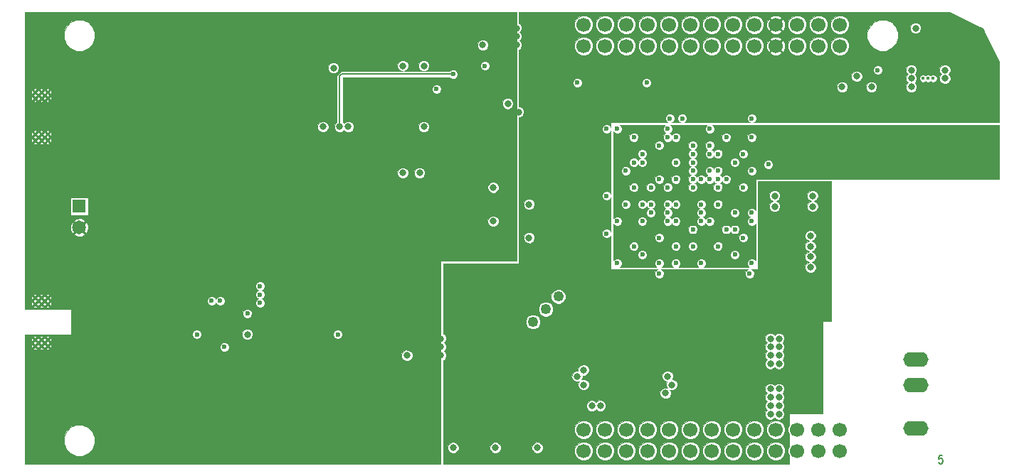
<source format=gbr>
G04 (created by PCBNEW (2013-mar-25)-stable) date Thursday, May 05, 2016 07:05:57 AM*
%MOIN*%
G04 Gerber Fmt 3.4, Leading zero omitted, Abs format*
%FSLAX34Y34*%
G01*
G70*
G90*
G04 APERTURE LIST*
%ADD10C,0.006*%
%ADD11C,0.00590551*%
%ADD12C,0.015748*%
%ADD13C,0.0669291*%
%ADD14C,0.023622*%
%ADD15R,0.0649606X0.0649606*%
%ADD16C,0.0649606*%
%ADD17C,0.0492126*%
%ADD18O,0.11811X0.0688976*%
%ADD19C,0.0314961*%
%ADD20C,0.00787402*%
%ADD21C,0.00393701*%
G04 APERTURE END LIST*
G54D10*
G54D11*
X73106Y-49568D02*
X72956Y-49568D01*
X72941Y-49756D01*
X72956Y-49737D01*
X72986Y-49718D01*
X73061Y-49718D01*
X73091Y-49737D01*
X73106Y-49756D01*
X73121Y-49793D01*
X73121Y-49887D01*
X73106Y-49925D01*
X73091Y-49943D01*
X73061Y-49962D01*
X72986Y-49962D01*
X72956Y-49943D01*
X72941Y-49925D01*
G54D12*
X50787Y-33464D03*
X50393Y-33464D03*
X51181Y-33464D03*
X51181Y-33070D03*
X50787Y-33070D03*
X50393Y-33070D03*
X50393Y-33858D03*
X50787Y-33858D03*
X51181Y-33858D03*
X72440Y-31889D03*
X72677Y-31889D03*
X72204Y-31889D03*
X39173Y-43208D03*
X39566Y-43208D03*
X39173Y-43602D03*
X39566Y-43602D03*
X44488Y-32726D03*
X44488Y-33021D03*
G54D13*
X68305Y-48370D03*
X68305Y-49370D03*
X67305Y-48370D03*
X67305Y-49370D03*
X66305Y-48370D03*
X66305Y-49370D03*
X65305Y-48370D03*
X65305Y-49370D03*
X64305Y-48370D03*
X64305Y-49370D03*
X63305Y-48370D03*
X63305Y-49370D03*
X62305Y-48370D03*
X62305Y-49370D03*
X61305Y-48370D03*
X61305Y-49370D03*
X60305Y-48370D03*
X60305Y-49370D03*
X59305Y-48370D03*
X59305Y-49370D03*
X58305Y-48370D03*
X58305Y-49370D03*
X57305Y-48370D03*
X57305Y-49370D03*
X56305Y-48370D03*
X56305Y-49370D03*
X68305Y-29370D03*
X68305Y-30370D03*
X67305Y-29370D03*
X67305Y-30370D03*
X66305Y-29370D03*
X66305Y-30370D03*
X65305Y-29370D03*
X65305Y-30370D03*
X64305Y-29370D03*
X64305Y-30370D03*
X63305Y-29370D03*
X63305Y-30370D03*
X62305Y-29370D03*
X62305Y-30370D03*
X61305Y-29370D03*
X61305Y-30370D03*
X60305Y-29370D03*
X60305Y-30370D03*
X59305Y-29370D03*
X59305Y-30370D03*
X58305Y-29370D03*
X58305Y-30370D03*
X57305Y-29370D03*
X57305Y-30370D03*
X56305Y-29370D03*
X56305Y-30370D03*
G54D14*
X60334Y-33759D03*
G54D15*
X32677Y-37885D03*
G54D16*
X32677Y-38885D03*
G54D17*
X55118Y-42125D03*
X54527Y-42716D03*
X53937Y-43307D03*
G54D14*
X51673Y-31299D03*
G54D12*
X30610Y-44438D03*
X30610Y-44143D03*
X30905Y-44438D03*
X30905Y-44143D03*
X31200Y-44438D03*
X31200Y-44143D03*
X30610Y-42175D03*
X30610Y-42470D03*
X30905Y-42175D03*
X30905Y-42470D03*
X31200Y-42175D03*
X31200Y-42470D03*
X30610Y-34793D03*
X30610Y-34498D03*
X30905Y-34793D03*
X30905Y-34498D03*
X31200Y-34793D03*
X31200Y-34498D03*
X30610Y-32529D03*
X30610Y-32824D03*
X30905Y-32529D03*
X30905Y-32824D03*
X31200Y-32529D03*
X31200Y-32824D03*
G54D18*
X71850Y-45078D03*
X71850Y-46259D03*
X71850Y-48307D03*
G54D19*
X47834Y-31299D03*
X44586Y-31397D03*
X44094Y-34153D03*
X45275Y-34153D03*
G54D14*
X50196Y-31692D03*
G54D19*
X44881Y-34153D03*
G54D14*
X60236Y-34645D03*
G54D19*
X56003Y-45866D03*
G54D14*
X59251Y-32086D03*
X56003Y-32086D03*
G54D19*
X56299Y-45570D03*
G54D14*
X61811Y-36614D03*
X61417Y-35039D03*
X62204Y-35433D03*
X64173Y-38188D03*
X63385Y-38976D03*
G54D19*
X75196Y-35826D03*
G54D14*
X61811Y-37007D03*
X70078Y-31496D03*
G54D19*
X67125Y-34940D03*
X68307Y-34940D03*
X67716Y-35433D03*
G54D14*
X57874Y-36614D03*
X64960Y-35334D03*
X60629Y-37007D03*
X59842Y-38188D03*
X60629Y-38188D03*
G54D19*
X74803Y-35826D03*
X75196Y-36220D03*
X74803Y-36220D03*
X74409Y-35826D03*
X74409Y-36220D03*
G54D14*
X61417Y-38188D03*
X62204Y-37795D03*
X59842Y-36220D03*
X59448Y-36614D03*
X59842Y-37007D03*
G54D19*
X65255Y-37401D03*
X65255Y-37893D03*
X67027Y-37893D03*
X67027Y-37401D03*
G54D14*
X60629Y-36614D03*
X60629Y-37795D03*
X62204Y-36614D03*
X61417Y-36614D03*
X60236Y-37795D03*
G54D19*
X60236Y-45866D03*
X57086Y-47244D03*
X68405Y-32283D03*
X69783Y-32283D03*
X69094Y-31791D03*
G54D14*
X58661Y-37007D03*
X58661Y-35826D03*
X59842Y-39370D03*
X63779Y-35433D03*
X63779Y-39370D03*
X58661Y-39763D03*
X57381Y-37401D03*
X57381Y-39173D03*
X59842Y-41043D03*
X64074Y-41043D03*
X64960Y-35925D03*
X64173Y-33759D03*
X60925Y-33759D03*
X57381Y-34251D03*
X57874Y-34251D03*
X60629Y-34645D03*
X62204Y-34251D03*
X59842Y-35039D03*
X59055Y-37795D03*
X59842Y-40551D03*
X64173Y-40551D03*
X62598Y-39763D03*
X61417Y-39763D03*
X63385Y-38188D03*
X62204Y-35039D03*
X62598Y-35433D03*
X61417Y-35826D03*
X64173Y-36220D03*
X62598Y-36220D03*
X62598Y-36614D03*
X62992Y-36614D03*
X62598Y-37007D03*
X57874Y-38582D03*
X62204Y-38582D03*
X59448Y-38188D03*
G54D19*
X48818Y-31299D03*
X52755Y-33070D03*
G54D14*
X49409Y-32381D03*
G54D19*
X48818Y-34153D03*
X52066Y-38582D03*
X52066Y-37007D03*
X47834Y-36318D03*
X48622Y-36318D03*
X51574Y-30314D03*
X48031Y-44881D03*
G54D14*
X44783Y-43897D03*
X39468Y-44488D03*
X38188Y-43897D03*
G54D19*
X40551Y-43897D03*
G54D14*
X40551Y-42913D03*
X38877Y-42322D03*
X39271Y-42322D03*
G54D19*
X65452Y-44488D03*
X65452Y-44881D03*
X65452Y-45275D03*
X65452Y-44094D03*
X65059Y-44488D03*
X65059Y-45275D03*
X65059Y-44881D03*
X65059Y-44094D03*
G54D14*
X54035Y-29330D03*
G54D19*
X54330Y-30708D03*
X55118Y-30708D03*
X54724Y-31003D03*
X50787Y-45275D03*
X51574Y-45275D03*
X51181Y-45570D03*
G54D14*
X66830Y-38681D03*
X50787Y-44094D03*
G54D19*
X73523Y-33366D03*
X73523Y-33759D03*
X73129Y-33366D03*
X73523Y-32972D03*
X73129Y-33759D03*
X73129Y-32972D03*
X65255Y-38681D03*
X65255Y-39173D03*
G54D14*
X72539Y-30019D03*
G54D19*
X60433Y-46259D03*
X56299Y-46259D03*
G54D14*
X60629Y-40551D03*
X41141Y-41633D03*
X41141Y-42421D03*
G54D19*
X41338Y-43011D03*
X38385Y-44389D03*
X37204Y-41830D03*
X36122Y-42913D03*
X36614Y-42913D03*
X65452Y-47244D03*
X65452Y-46850D03*
X65452Y-46456D03*
X65452Y-47637D03*
X65059Y-47244D03*
X65059Y-46456D03*
X65059Y-46850D03*
X65059Y-47637D03*
X66929Y-39271D03*
X56692Y-47244D03*
X60137Y-46653D03*
X34251Y-43700D03*
X35039Y-43700D03*
X33464Y-43700D03*
X32677Y-43700D03*
X54133Y-49212D03*
X50196Y-49212D03*
X44291Y-49212D03*
X40354Y-49212D03*
X38385Y-49212D03*
X36417Y-49212D03*
X33464Y-47244D03*
X31496Y-47244D03*
X34448Y-49212D03*
X42322Y-49212D03*
X46259Y-49212D03*
X48228Y-49212D03*
X52165Y-49212D03*
X34251Y-42913D03*
X32677Y-42913D03*
X33464Y-42913D03*
X35039Y-42913D03*
X47047Y-35236D03*
X44881Y-37696D03*
X42519Y-37696D03*
X40157Y-37696D03*
X37795Y-37696D03*
X44881Y-30413D03*
X42519Y-30413D03*
X40157Y-30413D03*
X37795Y-30413D03*
X35531Y-32874D03*
X53248Y-33464D03*
X49606Y-34448D03*
X47834Y-35925D03*
X48622Y-35925D03*
X52460Y-39271D03*
X52460Y-37696D03*
X53740Y-39370D03*
X53740Y-37795D03*
X51377Y-37401D03*
X51377Y-36417D03*
X53149Y-29921D03*
X53149Y-30314D03*
X53149Y-29527D03*
X49606Y-44488D03*
X49606Y-44881D03*
X49606Y-44094D03*
X71850Y-29527D03*
X48228Y-29527D03*
X44291Y-29527D03*
X40354Y-29527D03*
X36417Y-29527D03*
X38385Y-29527D03*
X42322Y-29527D03*
X46259Y-29527D03*
X50196Y-29527D03*
X34448Y-29527D03*
X36417Y-29527D03*
G54D14*
X61417Y-37007D03*
G54D19*
X36122Y-43700D03*
X36909Y-43700D03*
G54D14*
X39074Y-44488D03*
G54D19*
X66929Y-40748D03*
X66929Y-40255D03*
X66929Y-39763D03*
G54D14*
X63385Y-40157D03*
X58661Y-34645D03*
X60629Y-35826D03*
X64173Y-34645D03*
X62992Y-34645D03*
X58267Y-36220D03*
X61417Y-36220D03*
X61417Y-35433D03*
X60236Y-37007D03*
X59055Y-40157D03*
X61811Y-40551D03*
X59448Y-37007D03*
X64173Y-38582D03*
X57874Y-40551D03*
X60629Y-39763D03*
X61811Y-37795D03*
X62598Y-37795D03*
G54D19*
X73228Y-31889D03*
X71653Y-31889D03*
X73228Y-31496D03*
X71653Y-31496D03*
X71653Y-32283D03*
X46259Y-46653D03*
G54D14*
X58267Y-37795D03*
X60236Y-34251D03*
X59055Y-35826D03*
X63385Y-35826D03*
X62204Y-36220D03*
X63779Y-37007D03*
X61417Y-38976D03*
X62992Y-38976D03*
X59055Y-38582D03*
X60629Y-38582D03*
X61811Y-38582D03*
X61811Y-38188D03*
X60236Y-38582D03*
X60236Y-38188D03*
X59842Y-36614D03*
X41141Y-42027D03*
X59448Y-37795D03*
X59055Y-35433D03*
G54D20*
X50196Y-31692D02*
X44980Y-31692D01*
X44881Y-31791D02*
X44881Y-34153D01*
X44980Y-31692D02*
X44881Y-31791D01*
G54D10*
G36*
X75767Y-36594D02*
X65177Y-36594D01*
X65177Y-35882D01*
X65144Y-35802D01*
X65083Y-35741D01*
X65003Y-35708D01*
X64917Y-35708D01*
X64838Y-35741D01*
X64777Y-35802D01*
X64744Y-35881D01*
X64744Y-35968D01*
X64776Y-36047D01*
X64837Y-36108D01*
X64917Y-36141D01*
X65003Y-36141D01*
X65083Y-36108D01*
X65144Y-36048D01*
X65177Y-35968D01*
X65177Y-35882D01*
X65177Y-36594D01*
X64389Y-36594D01*
X64389Y-36177D01*
X64389Y-34602D01*
X64356Y-34523D01*
X64296Y-34462D01*
X64216Y-34429D01*
X64130Y-34429D01*
X64050Y-34461D01*
X63989Y-34522D01*
X63956Y-34602D01*
X63956Y-34688D01*
X63989Y-34768D01*
X64050Y-34829D01*
X64129Y-34862D01*
X64216Y-34862D01*
X64295Y-34829D01*
X64356Y-34768D01*
X64389Y-34688D01*
X64389Y-34602D01*
X64389Y-36177D01*
X64356Y-36097D01*
X64296Y-36037D01*
X64216Y-36003D01*
X64130Y-36003D01*
X64050Y-36036D01*
X63996Y-36091D01*
X63996Y-35390D01*
X63963Y-35310D01*
X63902Y-35249D01*
X63822Y-35216D01*
X63736Y-35216D01*
X63657Y-35249D01*
X63596Y-35310D01*
X63563Y-35389D01*
X63562Y-35475D01*
X63595Y-35555D01*
X63656Y-35616D01*
X63736Y-35649D01*
X63822Y-35649D01*
X63902Y-35616D01*
X63962Y-35555D01*
X63996Y-35476D01*
X63996Y-35390D01*
X63996Y-36091D01*
X63989Y-36097D01*
X63956Y-36177D01*
X63956Y-36263D01*
X63989Y-36342D01*
X64050Y-36403D01*
X64129Y-36436D01*
X64216Y-36437D01*
X64295Y-36404D01*
X64356Y-36343D01*
X64389Y-36263D01*
X64389Y-36177D01*
X64389Y-36594D01*
X64350Y-36594D01*
X64350Y-38059D01*
X64296Y-38005D01*
X64216Y-37972D01*
X64130Y-37972D01*
X64050Y-38005D01*
X63996Y-38059D01*
X63996Y-36964D01*
X63963Y-36885D01*
X63902Y-36824D01*
X63822Y-36791D01*
X63736Y-36791D01*
X63657Y-36824D01*
X63602Y-36878D01*
X63602Y-35783D01*
X63569Y-35704D01*
X63508Y-35643D01*
X63429Y-35610D01*
X63342Y-35610D01*
X63263Y-35643D01*
X63208Y-35697D01*
X63208Y-34602D01*
X63175Y-34523D01*
X63114Y-34462D01*
X63035Y-34429D01*
X62949Y-34429D01*
X62869Y-34461D01*
X62808Y-34522D01*
X62775Y-34602D01*
X62775Y-34688D01*
X62808Y-34768D01*
X62869Y-34829D01*
X62948Y-34862D01*
X63035Y-34862D01*
X63114Y-34829D01*
X63175Y-34768D01*
X63208Y-34688D01*
X63208Y-34602D01*
X63208Y-35697D01*
X63202Y-35703D01*
X63169Y-35783D01*
X63169Y-35869D01*
X63202Y-35949D01*
X63263Y-36010D01*
X63342Y-36043D01*
X63428Y-36043D01*
X63508Y-36010D01*
X63569Y-35949D01*
X63602Y-35870D01*
X63602Y-35783D01*
X63602Y-36878D01*
X63596Y-36885D01*
X63563Y-36964D01*
X63562Y-37050D01*
X63595Y-37130D01*
X63656Y-37191D01*
X63736Y-37224D01*
X63822Y-37224D01*
X63902Y-37191D01*
X63962Y-37130D01*
X63996Y-37051D01*
X63996Y-36964D01*
X63996Y-38059D01*
X63989Y-38066D01*
X63956Y-38145D01*
X63956Y-38231D01*
X63989Y-38311D01*
X64050Y-38372D01*
X64082Y-38385D01*
X64050Y-38399D01*
X63989Y-38459D01*
X63956Y-38539D01*
X63956Y-38625D01*
X63989Y-38705D01*
X64050Y-38766D01*
X64129Y-38799D01*
X64216Y-38799D01*
X64295Y-38766D01*
X64350Y-38711D01*
X64350Y-40422D01*
X64296Y-40367D01*
X64216Y-40334D01*
X64130Y-40334D01*
X64050Y-40367D01*
X63996Y-40422D01*
X63996Y-39327D01*
X63963Y-39247D01*
X63902Y-39186D01*
X63822Y-39153D01*
X63736Y-39153D01*
X63657Y-39186D01*
X63602Y-39240D01*
X63602Y-38933D01*
X63602Y-38146D01*
X63569Y-38066D01*
X63508Y-38005D01*
X63429Y-37972D01*
X63342Y-37972D01*
X63263Y-38005D01*
X63208Y-38059D01*
X63208Y-36571D01*
X63175Y-36491D01*
X63114Y-36430D01*
X63035Y-36397D01*
X62949Y-36397D01*
X62869Y-36430D01*
X62808Y-36491D01*
X62795Y-36523D01*
X62782Y-36491D01*
X62721Y-36430D01*
X62689Y-36417D01*
X62720Y-36404D01*
X62781Y-36343D01*
X62814Y-36263D01*
X62814Y-36177D01*
X62814Y-35390D01*
X62782Y-35310D01*
X62721Y-35249D01*
X62641Y-35216D01*
X62555Y-35216D01*
X62475Y-35249D01*
X62414Y-35310D01*
X62401Y-35342D01*
X62388Y-35310D01*
X62327Y-35249D01*
X62295Y-35236D01*
X62327Y-35223D01*
X62388Y-35162D01*
X62421Y-35082D01*
X62421Y-34996D01*
X62388Y-34916D01*
X62327Y-34855D01*
X62247Y-34822D01*
X62161Y-34822D01*
X62082Y-34855D01*
X62021Y-34916D01*
X61988Y-34996D01*
X61988Y-35082D01*
X62021Y-35161D01*
X62081Y-35222D01*
X62114Y-35236D01*
X62082Y-35249D01*
X62021Y-35310D01*
X61988Y-35389D01*
X61988Y-35475D01*
X62021Y-35555D01*
X62081Y-35616D01*
X62161Y-35649D01*
X62247Y-35649D01*
X62327Y-35616D01*
X62388Y-35555D01*
X62401Y-35523D01*
X62414Y-35555D01*
X62475Y-35616D01*
X62555Y-35649D01*
X62641Y-35649D01*
X62720Y-35616D01*
X62781Y-35555D01*
X62814Y-35476D01*
X62814Y-35390D01*
X62814Y-36177D01*
X62782Y-36097D01*
X62721Y-36037D01*
X62641Y-36003D01*
X62555Y-36003D01*
X62475Y-36036D01*
X62414Y-36097D01*
X62401Y-36129D01*
X62388Y-36097D01*
X62327Y-36037D01*
X62247Y-36003D01*
X62161Y-36003D01*
X62082Y-36036D01*
X62021Y-36097D01*
X61988Y-36177D01*
X61988Y-36263D01*
X62021Y-36342D01*
X62081Y-36403D01*
X62114Y-36417D01*
X62082Y-36430D01*
X62021Y-36491D01*
X62007Y-36523D01*
X61994Y-36491D01*
X61933Y-36430D01*
X61854Y-36397D01*
X61768Y-36397D01*
X61688Y-36430D01*
X61627Y-36491D01*
X61614Y-36523D01*
X61600Y-36491D01*
X61540Y-36430D01*
X61507Y-36417D01*
X61539Y-36404D01*
X61600Y-36343D01*
X61633Y-36263D01*
X61633Y-36177D01*
X61600Y-36097D01*
X61540Y-36037D01*
X61507Y-36023D01*
X61539Y-36010D01*
X61600Y-35949D01*
X61633Y-35870D01*
X61633Y-35783D01*
X61600Y-35704D01*
X61540Y-35643D01*
X61507Y-35629D01*
X61539Y-35616D01*
X61600Y-35555D01*
X61633Y-35476D01*
X61633Y-35390D01*
X61600Y-35310D01*
X61540Y-35249D01*
X61507Y-35236D01*
X61539Y-35223D01*
X61600Y-35162D01*
X61633Y-35082D01*
X61633Y-34996D01*
X61600Y-34916D01*
X61540Y-34855D01*
X61460Y-34822D01*
X61374Y-34822D01*
X61294Y-34855D01*
X61233Y-34916D01*
X61200Y-34996D01*
X61200Y-35082D01*
X61233Y-35161D01*
X61294Y-35222D01*
X61326Y-35236D01*
X61294Y-35249D01*
X61233Y-35310D01*
X61200Y-35389D01*
X61200Y-35475D01*
X61233Y-35555D01*
X61294Y-35616D01*
X61326Y-35629D01*
X61294Y-35643D01*
X61233Y-35703D01*
X61200Y-35783D01*
X61200Y-35869D01*
X61233Y-35949D01*
X61294Y-36010D01*
X61326Y-36023D01*
X61294Y-36036D01*
X61233Y-36097D01*
X61200Y-36177D01*
X61200Y-36263D01*
X61233Y-36342D01*
X61294Y-36403D01*
X61326Y-36417D01*
X61294Y-36430D01*
X61233Y-36491D01*
X61200Y-36570D01*
X61200Y-36657D01*
X61233Y-36736D01*
X61294Y-36797D01*
X61326Y-36811D01*
X61294Y-36824D01*
X61233Y-36885D01*
X61200Y-36964D01*
X61200Y-37050D01*
X61233Y-37130D01*
X61294Y-37191D01*
X61374Y-37224D01*
X61460Y-37224D01*
X61539Y-37191D01*
X61600Y-37130D01*
X61633Y-37051D01*
X61633Y-36964D01*
X61600Y-36885D01*
X61540Y-36824D01*
X61507Y-36811D01*
X61539Y-36797D01*
X61600Y-36736D01*
X61614Y-36704D01*
X61627Y-36736D01*
X61688Y-36797D01*
X61767Y-36830D01*
X61853Y-36830D01*
X61933Y-36797D01*
X61994Y-36736D01*
X62007Y-36704D01*
X62021Y-36736D01*
X62081Y-36797D01*
X62161Y-36830D01*
X62247Y-36830D01*
X62327Y-36797D01*
X62388Y-36736D01*
X62401Y-36704D01*
X62414Y-36736D01*
X62475Y-36797D01*
X62507Y-36811D01*
X62475Y-36824D01*
X62414Y-36885D01*
X62381Y-36964D01*
X62381Y-37050D01*
X62414Y-37130D01*
X62475Y-37191D01*
X62555Y-37224D01*
X62641Y-37224D01*
X62720Y-37191D01*
X62781Y-37130D01*
X62814Y-37051D01*
X62814Y-36964D01*
X62782Y-36885D01*
X62721Y-36824D01*
X62689Y-36811D01*
X62720Y-36797D01*
X62781Y-36736D01*
X62795Y-36704D01*
X62808Y-36736D01*
X62869Y-36797D01*
X62948Y-36830D01*
X63035Y-36830D01*
X63114Y-36797D01*
X63175Y-36736D01*
X63208Y-36657D01*
X63208Y-36571D01*
X63208Y-38059D01*
X63202Y-38066D01*
X63169Y-38145D01*
X63169Y-38231D01*
X63202Y-38311D01*
X63263Y-38372D01*
X63342Y-38405D01*
X63428Y-38405D01*
X63508Y-38372D01*
X63569Y-38311D01*
X63602Y-38232D01*
X63602Y-38146D01*
X63602Y-38933D01*
X63569Y-38853D01*
X63508Y-38792D01*
X63429Y-38759D01*
X63342Y-38759D01*
X63263Y-38792D01*
X63202Y-38853D01*
X63188Y-38885D01*
X63175Y-38853D01*
X63114Y-38792D01*
X63035Y-38759D01*
X62949Y-38759D01*
X62869Y-38792D01*
X62814Y-38847D01*
X62814Y-37752D01*
X62782Y-37672D01*
X62721Y-37611D01*
X62641Y-37578D01*
X62555Y-37578D01*
X62475Y-37611D01*
X62414Y-37672D01*
X62381Y-37752D01*
X62381Y-37838D01*
X62414Y-37917D01*
X62475Y-37978D01*
X62555Y-38011D01*
X62641Y-38011D01*
X62720Y-37978D01*
X62781Y-37918D01*
X62814Y-37838D01*
X62814Y-37752D01*
X62814Y-38847D01*
X62808Y-38853D01*
X62775Y-38933D01*
X62775Y-39019D01*
X62808Y-39098D01*
X62869Y-39159D01*
X62948Y-39192D01*
X63035Y-39192D01*
X63114Y-39160D01*
X63175Y-39099D01*
X63188Y-39066D01*
X63202Y-39098D01*
X63263Y-39159D01*
X63342Y-39192D01*
X63428Y-39192D01*
X63508Y-39160D01*
X63569Y-39099D01*
X63602Y-39019D01*
X63602Y-38933D01*
X63602Y-39240D01*
X63596Y-39247D01*
X63563Y-39326D01*
X63562Y-39412D01*
X63595Y-39492D01*
X63656Y-39553D01*
X63736Y-39586D01*
X63822Y-39586D01*
X63902Y-39553D01*
X63962Y-39492D01*
X63996Y-39413D01*
X63996Y-39327D01*
X63996Y-40422D01*
X63989Y-40428D01*
X63956Y-40507D01*
X63956Y-40594D01*
X63989Y-40673D01*
X64044Y-40728D01*
X63602Y-40728D01*
X63602Y-40114D01*
X63569Y-40034D01*
X63508Y-39974D01*
X63429Y-39940D01*
X63342Y-39940D01*
X63263Y-39973D01*
X63202Y-40034D01*
X63169Y-40114D01*
X63169Y-40200D01*
X63202Y-40279D01*
X63263Y-40340D01*
X63342Y-40373D01*
X63428Y-40374D01*
X63508Y-40341D01*
X63569Y-40280D01*
X63602Y-40200D01*
X63602Y-40114D01*
X63602Y-40728D01*
X62814Y-40728D01*
X62814Y-39720D01*
X62782Y-39641D01*
X62721Y-39580D01*
X62641Y-39547D01*
X62555Y-39547D01*
X62475Y-39580D01*
X62421Y-39634D01*
X62421Y-38539D01*
X62388Y-38460D01*
X62327Y-38399D01*
X62247Y-38366D01*
X62161Y-38366D01*
X62082Y-38399D01*
X62021Y-38459D01*
X62007Y-38492D01*
X61994Y-38460D01*
X61933Y-38399D01*
X61901Y-38385D01*
X61933Y-38372D01*
X61994Y-38311D01*
X62027Y-38232D01*
X62027Y-38146D01*
X61994Y-38066D01*
X61933Y-38005D01*
X61901Y-37992D01*
X61933Y-37978D01*
X61994Y-37918D01*
X62027Y-37838D01*
X62027Y-37752D01*
X61994Y-37672D01*
X61933Y-37611D01*
X61854Y-37578D01*
X61768Y-37578D01*
X61688Y-37611D01*
X61627Y-37672D01*
X61594Y-37752D01*
X61594Y-37838D01*
X61627Y-37917D01*
X61688Y-37978D01*
X61720Y-37992D01*
X61688Y-38005D01*
X61627Y-38066D01*
X61594Y-38145D01*
X61594Y-38231D01*
X61627Y-38311D01*
X61688Y-38372D01*
X61720Y-38385D01*
X61688Y-38399D01*
X61627Y-38459D01*
X61594Y-38539D01*
X61594Y-38625D01*
X61627Y-38705D01*
X61688Y-38766D01*
X61767Y-38799D01*
X61853Y-38799D01*
X61933Y-38766D01*
X61994Y-38705D01*
X62007Y-38673D01*
X62021Y-38705D01*
X62081Y-38766D01*
X62161Y-38799D01*
X62247Y-38799D01*
X62327Y-38766D01*
X62388Y-38705D01*
X62421Y-38625D01*
X62421Y-38539D01*
X62421Y-39634D01*
X62414Y-39640D01*
X62381Y-39720D01*
X62381Y-39806D01*
X62414Y-39886D01*
X62475Y-39947D01*
X62555Y-39980D01*
X62641Y-39980D01*
X62720Y-39947D01*
X62781Y-39886D01*
X62814Y-39807D01*
X62814Y-39720D01*
X62814Y-40728D01*
X61940Y-40728D01*
X61994Y-40673D01*
X62027Y-40594D01*
X62027Y-40508D01*
X61994Y-40428D01*
X61933Y-40367D01*
X61854Y-40334D01*
X61768Y-40334D01*
X61688Y-40367D01*
X61633Y-40422D01*
X61633Y-39720D01*
X61633Y-38933D01*
X61600Y-38853D01*
X61540Y-38792D01*
X61460Y-38759D01*
X61374Y-38759D01*
X61294Y-38792D01*
X61233Y-38853D01*
X61200Y-38933D01*
X61200Y-39019D01*
X61233Y-39098D01*
X61294Y-39159D01*
X61374Y-39192D01*
X61460Y-39192D01*
X61539Y-39160D01*
X61600Y-39099D01*
X61633Y-39019D01*
X61633Y-38933D01*
X61633Y-39720D01*
X61600Y-39641D01*
X61540Y-39580D01*
X61460Y-39547D01*
X61374Y-39547D01*
X61294Y-39580D01*
X61233Y-39640D01*
X61200Y-39720D01*
X61200Y-39806D01*
X61233Y-39886D01*
X61294Y-39947D01*
X61374Y-39980D01*
X61460Y-39980D01*
X61539Y-39947D01*
X61600Y-39886D01*
X61633Y-39807D01*
X61633Y-39720D01*
X61633Y-40422D01*
X61627Y-40428D01*
X61594Y-40507D01*
X61594Y-40594D01*
X61627Y-40673D01*
X61681Y-40728D01*
X60758Y-40728D01*
X60813Y-40673D01*
X60846Y-40594D01*
X60846Y-40508D01*
X60846Y-39720D01*
X60846Y-38539D01*
X60813Y-38460D01*
X60752Y-38399D01*
X60673Y-38366D01*
X60587Y-38366D01*
X60507Y-38399D01*
X60446Y-38459D01*
X60433Y-38492D01*
X60419Y-38460D01*
X60359Y-38399D01*
X60326Y-38385D01*
X60358Y-38372D01*
X60419Y-38311D01*
X60452Y-38232D01*
X60452Y-38146D01*
X60419Y-38066D01*
X60359Y-38005D01*
X60326Y-37992D01*
X60358Y-37978D01*
X60419Y-37918D01*
X60433Y-37885D01*
X60446Y-37917D01*
X60507Y-37978D01*
X60586Y-38011D01*
X60672Y-38011D01*
X60752Y-37978D01*
X60813Y-37918D01*
X60846Y-37838D01*
X60846Y-37752D01*
X60846Y-36571D01*
X60846Y-35783D01*
X60813Y-35704D01*
X60752Y-35643D01*
X60673Y-35610D01*
X60587Y-35610D01*
X60507Y-35643D01*
X60446Y-35703D01*
X60413Y-35783D01*
X60413Y-35869D01*
X60446Y-35949D01*
X60507Y-36010D01*
X60586Y-36043D01*
X60672Y-36043D01*
X60752Y-36010D01*
X60813Y-35949D01*
X60846Y-35870D01*
X60846Y-35783D01*
X60846Y-36571D01*
X60813Y-36491D01*
X60752Y-36430D01*
X60673Y-36397D01*
X60587Y-36397D01*
X60507Y-36430D01*
X60446Y-36491D01*
X60413Y-36570D01*
X60413Y-36657D01*
X60446Y-36736D01*
X60507Y-36797D01*
X60586Y-36830D01*
X60672Y-36830D01*
X60752Y-36797D01*
X60813Y-36736D01*
X60846Y-36657D01*
X60846Y-36571D01*
X60846Y-37752D01*
X60813Y-37672D01*
X60752Y-37611D01*
X60673Y-37578D01*
X60587Y-37578D01*
X60507Y-37611D01*
X60452Y-37666D01*
X60452Y-36964D01*
X60419Y-36885D01*
X60359Y-36824D01*
X60279Y-36791D01*
X60193Y-36791D01*
X60113Y-36824D01*
X60059Y-36878D01*
X60059Y-36571D01*
X60059Y-34996D01*
X60026Y-34916D01*
X59965Y-34855D01*
X59885Y-34822D01*
X59799Y-34822D01*
X59720Y-34855D01*
X59659Y-34916D01*
X59626Y-34996D01*
X59625Y-35082D01*
X59658Y-35161D01*
X59719Y-35222D01*
X59799Y-35255D01*
X59885Y-35255D01*
X59965Y-35223D01*
X60025Y-35162D01*
X60059Y-35082D01*
X60059Y-34996D01*
X60059Y-36571D01*
X60026Y-36491D01*
X59965Y-36430D01*
X59885Y-36397D01*
X59799Y-36397D01*
X59720Y-36430D01*
X59659Y-36491D01*
X59626Y-36570D01*
X59625Y-36657D01*
X59658Y-36736D01*
X59719Y-36797D01*
X59799Y-36830D01*
X59885Y-36830D01*
X59965Y-36797D01*
X60025Y-36736D01*
X60059Y-36657D01*
X60059Y-36571D01*
X60059Y-36878D01*
X60052Y-36885D01*
X60019Y-36964D01*
X60019Y-37050D01*
X60052Y-37130D01*
X60113Y-37191D01*
X60192Y-37224D01*
X60279Y-37224D01*
X60358Y-37191D01*
X60419Y-37130D01*
X60452Y-37051D01*
X60452Y-36964D01*
X60452Y-37666D01*
X60446Y-37672D01*
X60433Y-37704D01*
X60419Y-37672D01*
X60359Y-37611D01*
X60279Y-37578D01*
X60193Y-37578D01*
X60113Y-37611D01*
X60052Y-37672D01*
X60019Y-37752D01*
X60019Y-37838D01*
X60052Y-37917D01*
X60113Y-37978D01*
X60145Y-37992D01*
X60113Y-38005D01*
X60052Y-38066D01*
X60019Y-38145D01*
X60019Y-38231D01*
X60052Y-38311D01*
X60113Y-38372D01*
X60145Y-38385D01*
X60113Y-38399D01*
X60052Y-38459D01*
X60019Y-38539D01*
X60019Y-38625D01*
X60052Y-38705D01*
X60113Y-38766D01*
X60192Y-38799D01*
X60279Y-38799D01*
X60358Y-38766D01*
X60419Y-38705D01*
X60433Y-38673D01*
X60446Y-38705D01*
X60507Y-38766D01*
X60586Y-38799D01*
X60672Y-38799D01*
X60752Y-38766D01*
X60813Y-38705D01*
X60846Y-38625D01*
X60846Y-38539D01*
X60846Y-39720D01*
X60813Y-39641D01*
X60752Y-39580D01*
X60673Y-39547D01*
X60587Y-39547D01*
X60507Y-39580D01*
X60446Y-39640D01*
X60413Y-39720D01*
X60413Y-39806D01*
X60446Y-39886D01*
X60507Y-39947D01*
X60586Y-39980D01*
X60672Y-39980D01*
X60752Y-39947D01*
X60813Y-39886D01*
X60846Y-39807D01*
X60846Y-39720D01*
X60846Y-40508D01*
X60813Y-40428D01*
X60752Y-40367D01*
X60673Y-40334D01*
X60587Y-40334D01*
X60507Y-40367D01*
X60446Y-40428D01*
X60413Y-40507D01*
X60413Y-40594D01*
X60446Y-40673D01*
X60500Y-40728D01*
X59971Y-40728D01*
X60025Y-40673D01*
X60059Y-40594D01*
X60059Y-40508D01*
X60059Y-39327D01*
X60026Y-39247D01*
X59965Y-39186D01*
X59885Y-39153D01*
X59799Y-39153D01*
X59720Y-39186D01*
X59665Y-39240D01*
X59665Y-38146D01*
X59632Y-38066D01*
X59571Y-38005D01*
X59539Y-37992D01*
X59571Y-37978D01*
X59632Y-37918D01*
X59665Y-37838D01*
X59665Y-37752D01*
X59665Y-36964D01*
X59632Y-36885D01*
X59571Y-36824D01*
X59492Y-36791D01*
X59405Y-36791D01*
X59326Y-36824D01*
X59271Y-36878D01*
X59271Y-35783D01*
X59238Y-35704D01*
X59177Y-35643D01*
X59145Y-35629D01*
X59177Y-35616D01*
X59238Y-35555D01*
X59271Y-35476D01*
X59271Y-35390D01*
X59238Y-35310D01*
X59177Y-35249D01*
X59098Y-35216D01*
X59012Y-35216D01*
X58932Y-35249D01*
X58877Y-35303D01*
X58877Y-34602D01*
X58845Y-34523D01*
X58784Y-34462D01*
X58704Y-34429D01*
X58618Y-34429D01*
X58538Y-34461D01*
X58477Y-34522D01*
X58444Y-34602D01*
X58444Y-34688D01*
X58477Y-34768D01*
X58538Y-34829D01*
X58618Y-34862D01*
X58704Y-34862D01*
X58783Y-34829D01*
X58844Y-34768D01*
X58877Y-34688D01*
X58877Y-34602D01*
X58877Y-35303D01*
X58871Y-35310D01*
X58838Y-35389D01*
X58838Y-35475D01*
X58871Y-35555D01*
X58932Y-35616D01*
X58964Y-35629D01*
X58932Y-35643D01*
X58871Y-35703D01*
X58858Y-35736D01*
X58845Y-35704D01*
X58784Y-35643D01*
X58704Y-35610D01*
X58618Y-35610D01*
X58538Y-35643D01*
X58477Y-35703D01*
X58444Y-35783D01*
X58444Y-35869D01*
X58477Y-35949D01*
X58538Y-36010D01*
X58618Y-36043D01*
X58704Y-36043D01*
X58783Y-36010D01*
X58844Y-35949D01*
X58858Y-35917D01*
X58871Y-35949D01*
X58932Y-36010D01*
X59011Y-36043D01*
X59098Y-36043D01*
X59177Y-36010D01*
X59238Y-35949D01*
X59271Y-35870D01*
X59271Y-35783D01*
X59271Y-36878D01*
X59265Y-36885D01*
X59232Y-36964D01*
X59232Y-37050D01*
X59265Y-37130D01*
X59326Y-37191D01*
X59405Y-37224D01*
X59491Y-37224D01*
X59571Y-37191D01*
X59632Y-37130D01*
X59665Y-37051D01*
X59665Y-36964D01*
X59665Y-37752D01*
X59632Y-37672D01*
X59571Y-37611D01*
X59492Y-37578D01*
X59405Y-37578D01*
X59326Y-37611D01*
X59265Y-37672D01*
X59251Y-37704D01*
X59238Y-37672D01*
X59177Y-37611D01*
X59098Y-37578D01*
X59012Y-37578D01*
X58932Y-37611D01*
X58877Y-37666D01*
X58877Y-36964D01*
X58845Y-36885D01*
X58784Y-36824D01*
X58704Y-36791D01*
X58618Y-36791D01*
X58538Y-36824D01*
X58484Y-36878D01*
X58484Y-36177D01*
X58451Y-36097D01*
X58390Y-36037D01*
X58310Y-36003D01*
X58224Y-36003D01*
X58145Y-36036D01*
X58084Y-36097D01*
X58051Y-36177D01*
X58051Y-36263D01*
X58084Y-36342D01*
X58144Y-36403D01*
X58224Y-36436D01*
X58310Y-36437D01*
X58390Y-36404D01*
X58451Y-36343D01*
X58484Y-36263D01*
X58484Y-36177D01*
X58484Y-36878D01*
X58477Y-36885D01*
X58444Y-36964D01*
X58444Y-37050D01*
X58477Y-37130D01*
X58538Y-37191D01*
X58618Y-37224D01*
X58704Y-37224D01*
X58783Y-37191D01*
X58844Y-37130D01*
X58877Y-37051D01*
X58877Y-36964D01*
X58877Y-37666D01*
X58871Y-37672D01*
X58838Y-37752D01*
X58838Y-37838D01*
X58871Y-37917D01*
X58932Y-37978D01*
X59011Y-38011D01*
X59098Y-38011D01*
X59177Y-37978D01*
X59238Y-37918D01*
X59251Y-37885D01*
X59265Y-37917D01*
X59326Y-37978D01*
X59358Y-37992D01*
X59326Y-38005D01*
X59265Y-38066D01*
X59232Y-38145D01*
X59232Y-38231D01*
X59265Y-38311D01*
X59326Y-38372D01*
X59405Y-38405D01*
X59491Y-38405D01*
X59571Y-38372D01*
X59632Y-38311D01*
X59665Y-38232D01*
X59665Y-38146D01*
X59665Y-39240D01*
X59659Y-39247D01*
X59626Y-39326D01*
X59625Y-39412D01*
X59658Y-39492D01*
X59719Y-39553D01*
X59799Y-39586D01*
X59885Y-39586D01*
X59965Y-39553D01*
X60025Y-39492D01*
X60059Y-39413D01*
X60059Y-39327D01*
X60059Y-40508D01*
X60026Y-40428D01*
X59965Y-40367D01*
X59885Y-40334D01*
X59799Y-40334D01*
X59720Y-40367D01*
X59659Y-40428D01*
X59626Y-40507D01*
X59625Y-40594D01*
X59658Y-40673D01*
X59713Y-40728D01*
X59271Y-40728D01*
X59271Y-40114D01*
X59271Y-38539D01*
X59238Y-38460D01*
X59177Y-38399D01*
X59098Y-38366D01*
X59012Y-38366D01*
X58932Y-38399D01*
X58871Y-38459D01*
X58838Y-38539D01*
X58838Y-38625D01*
X58871Y-38705D01*
X58932Y-38766D01*
X59011Y-38799D01*
X59098Y-38799D01*
X59177Y-38766D01*
X59238Y-38705D01*
X59271Y-38625D01*
X59271Y-38539D01*
X59271Y-40114D01*
X59238Y-40034D01*
X59177Y-39974D01*
X59098Y-39940D01*
X59012Y-39940D01*
X58932Y-39973D01*
X58877Y-40028D01*
X58877Y-39720D01*
X58845Y-39641D01*
X58784Y-39580D01*
X58704Y-39547D01*
X58618Y-39547D01*
X58538Y-39580D01*
X58484Y-39634D01*
X58484Y-37752D01*
X58451Y-37672D01*
X58390Y-37611D01*
X58310Y-37578D01*
X58224Y-37578D01*
X58145Y-37611D01*
X58084Y-37672D01*
X58051Y-37752D01*
X58051Y-37838D01*
X58084Y-37917D01*
X58144Y-37978D01*
X58224Y-38011D01*
X58310Y-38011D01*
X58390Y-37978D01*
X58451Y-37918D01*
X58484Y-37838D01*
X58484Y-37752D01*
X58484Y-39634D01*
X58477Y-39640D01*
X58444Y-39720D01*
X58444Y-39806D01*
X58477Y-39886D01*
X58538Y-39947D01*
X58618Y-39980D01*
X58704Y-39980D01*
X58783Y-39947D01*
X58844Y-39886D01*
X58877Y-39807D01*
X58877Y-39720D01*
X58877Y-40028D01*
X58871Y-40034D01*
X58838Y-40114D01*
X58838Y-40200D01*
X58871Y-40279D01*
X58932Y-40340D01*
X59011Y-40373D01*
X59098Y-40374D01*
X59177Y-40341D01*
X59238Y-40280D01*
X59271Y-40200D01*
X59271Y-40114D01*
X59271Y-40728D01*
X58003Y-40728D01*
X58057Y-40673D01*
X58090Y-40594D01*
X58090Y-40508D01*
X58057Y-40428D01*
X57996Y-40367D01*
X57917Y-40334D01*
X57831Y-40334D01*
X57751Y-40367D01*
X57696Y-40422D01*
X57696Y-38711D01*
X57751Y-38766D01*
X57830Y-38799D01*
X57916Y-38799D01*
X57996Y-38766D01*
X58057Y-38705D01*
X58090Y-38625D01*
X58090Y-38539D01*
X58057Y-38460D01*
X57996Y-38399D01*
X57917Y-38366D01*
X57831Y-38366D01*
X57751Y-38399D01*
X57696Y-38453D01*
X57696Y-34380D01*
X57751Y-34435D01*
X57830Y-34468D01*
X57916Y-34468D01*
X57996Y-34435D01*
X58057Y-34374D01*
X58090Y-34295D01*
X58090Y-34209D01*
X58057Y-34129D01*
X58003Y-34074D01*
X60107Y-34074D01*
X60052Y-34129D01*
X60019Y-34208D01*
X60019Y-34294D01*
X60052Y-34374D01*
X60113Y-34435D01*
X60145Y-34448D01*
X60113Y-34461D01*
X60052Y-34522D01*
X60019Y-34602D01*
X60019Y-34688D01*
X60052Y-34768D01*
X60113Y-34829D01*
X60192Y-34862D01*
X60279Y-34862D01*
X60358Y-34829D01*
X60419Y-34768D01*
X60433Y-34736D01*
X60446Y-34768D01*
X60507Y-34829D01*
X60586Y-34862D01*
X60672Y-34862D01*
X60752Y-34829D01*
X60813Y-34768D01*
X60846Y-34688D01*
X60846Y-34602D01*
X60813Y-34523D01*
X60752Y-34462D01*
X60673Y-34429D01*
X60587Y-34429D01*
X60507Y-34461D01*
X60446Y-34522D01*
X60433Y-34555D01*
X60419Y-34523D01*
X60359Y-34462D01*
X60326Y-34448D01*
X60358Y-34435D01*
X60419Y-34374D01*
X60452Y-34295D01*
X60452Y-34209D01*
X60419Y-34129D01*
X60365Y-34074D01*
X62075Y-34074D01*
X62021Y-34129D01*
X61988Y-34208D01*
X61988Y-34294D01*
X62021Y-34374D01*
X62081Y-34435D01*
X62161Y-34468D01*
X62247Y-34468D01*
X62327Y-34435D01*
X62388Y-34374D01*
X62421Y-34295D01*
X62421Y-34209D01*
X62388Y-34129D01*
X62333Y-34074D01*
X75767Y-34074D01*
X75767Y-36594D01*
X75767Y-36594D01*
G37*
G54D21*
X75767Y-36594D02*
X65177Y-36594D01*
X65177Y-35882D01*
X65144Y-35802D01*
X65083Y-35741D01*
X65003Y-35708D01*
X64917Y-35708D01*
X64838Y-35741D01*
X64777Y-35802D01*
X64744Y-35881D01*
X64744Y-35968D01*
X64776Y-36047D01*
X64837Y-36108D01*
X64917Y-36141D01*
X65003Y-36141D01*
X65083Y-36108D01*
X65144Y-36048D01*
X65177Y-35968D01*
X65177Y-35882D01*
X65177Y-36594D01*
X64389Y-36594D01*
X64389Y-36177D01*
X64389Y-34602D01*
X64356Y-34523D01*
X64296Y-34462D01*
X64216Y-34429D01*
X64130Y-34429D01*
X64050Y-34461D01*
X63989Y-34522D01*
X63956Y-34602D01*
X63956Y-34688D01*
X63989Y-34768D01*
X64050Y-34829D01*
X64129Y-34862D01*
X64216Y-34862D01*
X64295Y-34829D01*
X64356Y-34768D01*
X64389Y-34688D01*
X64389Y-34602D01*
X64389Y-36177D01*
X64356Y-36097D01*
X64296Y-36037D01*
X64216Y-36003D01*
X64130Y-36003D01*
X64050Y-36036D01*
X63996Y-36091D01*
X63996Y-35390D01*
X63963Y-35310D01*
X63902Y-35249D01*
X63822Y-35216D01*
X63736Y-35216D01*
X63657Y-35249D01*
X63596Y-35310D01*
X63563Y-35389D01*
X63562Y-35475D01*
X63595Y-35555D01*
X63656Y-35616D01*
X63736Y-35649D01*
X63822Y-35649D01*
X63902Y-35616D01*
X63962Y-35555D01*
X63996Y-35476D01*
X63996Y-35390D01*
X63996Y-36091D01*
X63989Y-36097D01*
X63956Y-36177D01*
X63956Y-36263D01*
X63989Y-36342D01*
X64050Y-36403D01*
X64129Y-36436D01*
X64216Y-36437D01*
X64295Y-36404D01*
X64356Y-36343D01*
X64389Y-36263D01*
X64389Y-36177D01*
X64389Y-36594D01*
X64350Y-36594D01*
X64350Y-38059D01*
X64296Y-38005D01*
X64216Y-37972D01*
X64130Y-37972D01*
X64050Y-38005D01*
X63996Y-38059D01*
X63996Y-36964D01*
X63963Y-36885D01*
X63902Y-36824D01*
X63822Y-36791D01*
X63736Y-36791D01*
X63657Y-36824D01*
X63602Y-36878D01*
X63602Y-35783D01*
X63569Y-35704D01*
X63508Y-35643D01*
X63429Y-35610D01*
X63342Y-35610D01*
X63263Y-35643D01*
X63208Y-35697D01*
X63208Y-34602D01*
X63175Y-34523D01*
X63114Y-34462D01*
X63035Y-34429D01*
X62949Y-34429D01*
X62869Y-34461D01*
X62808Y-34522D01*
X62775Y-34602D01*
X62775Y-34688D01*
X62808Y-34768D01*
X62869Y-34829D01*
X62948Y-34862D01*
X63035Y-34862D01*
X63114Y-34829D01*
X63175Y-34768D01*
X63208Y-34688D01*
X63208Y-34602D01*
X63208Y-35697D01*
X63202Y-35703D01*
X63169Y-35783D01*
X63169Y-35869D01*
X63202Y-35949D01*
X63263Y-36010D01*
X63342Y-36043D01*
X63428Y-36043D01*
X63508Y-36010D01*
X63569Y-35949D01*
X63602Y-35870D01*
X63602Y-35783D01*
X63602Y-36878D01*
X63596Y-36885D01*
X63563Y-36964D01*
X63562Y-37050D01*
X63595Y-37130D01*
X63656Y-37191D01*
X63736Y-37224D01*
X63822Y-37224D01*
X63902Y-37191D01*
X63962Y-37130D01*
X63996Y-37051D01*
X63996Y-36964D01*
X63996Y-38059D01*
X63989Y-38066D01*
X63956Y-38145D01*
X63956Y-38231D01*
X63989Y-38311D01*
X64050Y-38372D01*
X64082Y-38385D01*
X64050Y-38399D01*
X63989Y-38459D01*
X63956Y-38539D01*
X63956Y-38625D01*
X63989Y-38705D01*
X64050Y-38766D01*
X64129Y-38799D01*
X64216Y-38799D01*
X64295Y-38766D01*
X64350Y-38711D01*
X64350Y-40422D01*
X64296Y-40367D01*
X64216Y-40334D01*
X64130Y-40334D01*
X64050Y-40367D01*
X63996Y-40422D01*
X63996Y-39327D01*
X63963Y-39247D01*
X63902Y-39186D01*
X63822Y-39153D01*
X63736Y-39153D01*
X63657Y-39186D01*
X63602Y-39240D01*
X63602Y-38933D01*
X63602Y-38146D01*
X63569Y-38066D01*
X63508Y-38005D01*
X63429Y-37972D01*
X63342Y-37972D01*
X63263Y-38005D01*
X63208Y-38059D01*
X63208Y-36571D01*
X63175Y-36491D01*
X63114Y-36430D01*
X63035Y-36397D01*
X62949Y-36397D01*
X62869Y-36430D01*
X62808Y-36491D01*
X62795Y-36523D01*
X62782Y-36491D01*
X62721Y-36430D01*
X62689Y-36417D01*
X62720Y-36404D01*
X62781Y-36343D01*
X62814Y-36263D01*
X62814Y-36177D01*
X62814Y-35390D01*
X62782Y-35310D01*
X62721Y-35249D01*
X62641Y-35216D01*
X62555Y-35216D01*
X62475Y-35249D01*
X62414Y-35310D01*
X62401Y-35342D01*
X62388Y-35310D01*
X62327Y-35249D01*
X62295Y-35236D01*
X62327Y-35223D01*
X62388Y-35162D01*
X62421Y-35082D01*
X62421Y-34996D01*
X62388Y-34916D01*
X62327Y-34855D01*
X62247Y-34822D01*
X62161Y-34822D01*
X62082Y-34855D01*
X62021Y-34916D01*
X61988Y-34996D01*
X61988Y-35082D01*
X62021Y-35161D01*
X62081Y-35222D01*
X62114Y-35236D01*
X62082Y-35249D01*
X62021Y-35310D01*
X61988Y-35389D01*
X61988Y-35475D01*
X62021Y-35555D01*
X62081Y-35616D01*
X62161Y-35649D01*
X62247Y-35649D01*
X62327Y-35616D01*
X62388Y-35555D01*
X62401Y-35523D01*
X62414Y-35555D01*
X62475Y-35616D01*
X62555Y-35649D01*
X62641Y-35649D01*
X62720Y-35616D01*
X62781Y-35555D01*
X62814Y-35476D01*
X62814Y-35390D01*
X62814Y-36177D01*
X62782Y-36097D01*
X62721Y-36037D01*
X62641Y-36003D01*
X62555Y-36003D01*
X62475Y-36036D01*
X62414Y-36097D01*
X62401Y-36129D01*
X62388Y-36097D01*
X62327Y-36037D01*
X62247Y-36003D01*
X62161Y-36003D01*
X62082Y-36036D01*
X62021Y-36097D01*
X61988Y-36177D01*
X61988Y-36263D01*
X62021Y-36342D01*
X62081Y-36403D01*
X62114Y-36417D01*
X62082Y-36430D01*
X62021Y-36491D01*
X62007Y-36523D01*
X61994Y-36491D01*
X61933Y-36430D01*
X61854Y-36397D01*
X61768Y-36397D01*
X61688Y-36430D01*
X61627Y-36491D01*
X61614Y-36523D01*
X61600Y-36491D01*
X61540Y-36430D01*
X61507Y-36417D01*
X61539Y-36404D01*
X61600Y-36343D01*
X61633Y-36263D01*
X61633Y-36177D01*
X61600Y-36097D01*
X61540Y-36037D01*
X61507Y-36023D01*
X61539Y-36010D01*
X61600Y-35949D01*
X61633Y-35870D01*
X61633Y-35783D01*
X61600Y-35704D01*
X61540Y-35643D01*
X61507Y-35629D01*
X61539Y-35616D01*
X61600Y-35555D01*
X61633Y-35476D01*
X61633Y-35390D01*
X61600Y-35310D01*
X61540Y-35249D01*
X61507Y-35236D01*
X61539Y-35223D01*
X61600Y-35162D01*
X61633Y-35082D01*
X61633Y-34996D01*
X61600Y-34916D01*
X61540Y-34855D01*
X61460Y-34822D01*
X61374Y-34822D01*
X61294Y-34855D01*
X61233Y-34916D01*
X61200Y-34996D01*
X61200Y-35082D01*
X61233Y-35161D01*
X61294Y-35222D01*
X61326Y-35236D01*
X61294Y-35249D01*
X61233Y-35310D01*
X61200Y-35389D01*
X61200Y-35475D01*
X61233Y-35555D01*
X61294Y-35616D01*
X61326Y-35629D01*
X61294Y-35643D01*
X61233Y-35703D01*
X61200Y-35783D01*
X61200Y-35869D01*
X61233Y-35949D01*
X61294Y-36010D01*
X61326Y-36023D01*
X61294Y-36036D01*
X61233Y-36097D01*
X61200Y-36177D01*
X61200Y-36263D01*
X61233Y-36342D01*
X61294Y-36403D01*
X61326Y-36417D01*
X61294Y-36430D01*
X61233Y-36491D01*
X61200Y-36570D01*
X61200Y-36657D01*
X61233Y-36736D01*
X61294Y-36797D01*
X61326Y-36811D01*
X61294Y-36824D01*
X61233Y-36885D01*
X61200Y-36964D01*
X61200Y-37050D01*
X61233Y-37130D01*
X61294Y-37191D01*
X61374Y-37224D01*
X61460Y-37224D01*
X61539Y-37191D01*
X61600Y-37130D01*
X61633Y-37051D01*
X61633Y-36964D01*
X61600Y-36885D01*
X61540Y-36824D01*
X61507Y-36811D01*
X61539Y-36797D01*
X61600Y-36736D01*
X61614Y-36704D01*
X61627Y-36736D01*
X61688Y-36797D01*
X61767Y-36830D01*
X61853Y-36830D01*
X61933Y-36797D01*
X61994Y-36736D01*
X62007Y-36704D01*
X62021Y-36736D01*
X62081Y-36797D01*
X62161Y-36830D01*
X62247Y-36830D01*
X62327Y-36797D01*
X62388Y-36736D01*
X62401Y-36704D01*
X62414Y-36736D01*
X62475Y-36797D01*
X62507Y-36811D01*
X62475Y-36824D01*
X62414Y-36885D01*
X62381Y-36964D01*
X62381Y-37050D01*
X62414Y-37130D01*
X62475Y-37191D01*
X62555Y-37224D01*
X62641Y-37224D01*
X62720Y-37191D01*
X62781Y-37130D01*
X62814Y-37051D01*
X62814Y-36964D01*
X62782Y-36885D01*
X62721Y-36824D01*
X62689Y-36811D01*
X62720Y-36797D01*
X62781Y-36736D01*
X62795Y-36704D01*
X62808Y-36736D01*
X62869Y-36797D01*
X62948Y-36830D01*
X63035Y-36830D01*
X63114Y-36797D01*
X63175Y-36736D01*
X63208Y-36657D01*
X63208Y-36571D01*
X63208Y-38059D01*
X63202Y-38066D01*
X63169Y-38145D01*
X63169Y-38231D01*
X63202Y-38311D01*
X63263Y-38372D01*
X63342Y-38405D01*
X63428Y-38405D01*
X63508Y-38372D01*
X63569Y-38311D01*
X63602Y-38232D01*
X63602Y-38146D01*
X63602Y-38933D01*
X63569Y-38853D01*
X63508Y-38792D01*
X63429Y-38759D01*
X63342Y-38759D01*
X63263Y-38792D01*
X63202Y-38853D01*
X63188Y-38885D01*
X63175Y-38853D01*
X63114Y-38792D01*
X63035Y-38759D01*
X62949Y-38759D01*
X62869Y-38792D01*
X62814Y-38847D01*
X62814Y-37752D01*
X62782Y-37672D01*
X62721Y-37611D01*
X62641Y-37578D01*
X62555Y-37578D01*
X62475Y-37611D01*
X62414Y-37672D01*
X62381Y-37752D01*
X62381Y-37838D01*
X62414Y-37917D01*
X62475Y-37978D01*
X62555Y-38011D01*
X62641Y-38011D01*
X62720Y-37978D01*
X62781Y-37918D01*
X62814Y-37838D01*
X62814Y-37752D01*
X62814Y-38847D01*
X62808Y-38853D01*
X62775Y-38933D01*
X62775Y-39019D01*
X62808Y-39098D01*
X62869Y-39159D01*
X62948Y-39192D01*
X63035Y-39192D01*
X63114Y-39160D01*
X63175Y-39099D01*
X63188Y-39066D01*
X63202Y-39098D01*
X63263Y-39159D01*
X63342Y-39192D01*
X63428Y-39192D01*
X63508Y-39160D01*
X63569Y-39099D01*
X63602Y-39019D01*
X63602Y-38933D01*
X63602Y-39240D01*
X63596Y-39247D01*
X63563Y-39326D01*
X63562Y-39412D01*
X63595Y-39492D01*
X63656Y-39553D01*
X63736Y-39586D01*
X63822Y-39586D01*
X63902Y-39553D01*
X63962Y-39492D01*
X63996Y-39413D01*
X63996Y-39327D01*
X63996Y-40422D01*
X63989Y-40428D01*
X63956Y-40507D01*
X63956Y-40594D01*
X63989Y-40673D01*
X64044Y-40728D01*
X63602Y-40728D01*
X63602Y-40114D01*
X63569Y-40034D01*
X63508Y-39974D01*
X63429Y-39940D01*
X63342Y-39940D01*
X63263Y-39973D01*
X63202Y-40034D01*
X63169Y-40114D01*
X63169Y-40200D01*
X63202Y-40279D01*
X63263Y-40340D01*
X63342Y-40373D01*
X63428Y-40374D01*
X63508Y-40341D01*
X63569Y-40280D01*
X63602Y-40200D01*
X63602Y-40114D01*
X63602Y-40728D01*
X62814Y-40728D01*
X62814Y-39720D01*
X62782Y-39641D01*
X62721Y-39580D01*
X62641Y-39547D01*
X62555Y-39547D01*
X62475Y-39580D01*
X62421Y-39634D01*
X62421Y-38539D01*
X62388Y-38460D01*
X62327Y-38399D01*
X62247Y-38366D01*
X62161Y-38366D01*
X62082Y-38399D01*
X62021Y-38459D01*
X62007Y-38492D01*
X61994Y-38460D01*
X61933Y-38399D01*
X61901Y-38385D01*
X61933Y-38372D01*
X61994Y-38311D01*
X62027Y-38232D01*
X62027Y-38146D01*
X61994Y-38066D01*
X61933Y-38005D01*
X61901Y-37992D01*
X61933Y-37978D01*
X61994Y-37918D01*
X62027Y-37838D01*
X62027Y-37752D01*
X61994Y-37672D01*
X61933Y-37611D01*
X61854Y-37578D01*
X61768Y-37578D01*
X61688Y-37611D01*
X61627Y-37672D01*
X61594Y-37752D01*
X61594Y-37838D01*
X61627Y-37917D01*
X61688Y-37978D01*
X61720Y-37992D01*
X61688Y-38005D01*
X61627Y-38066D01*
X61594Y-38145D01*
X61594Y-38231D01*
X61627Y-38311D01*
X61688Y-38372D01*
X61720Y-38385D01*
X61688Y-38399D01*
X61627Y-38459D01*
X61594Y-38539D01*
X61594Y-38625D01*
X61627Y-38705D01*
X61688Y-38766D01*
X61767Y-38799D01*
X61853Y-38799D01*
X61933Y-38766D01*
X61994Y-38705D01*
X62007Y-38673D01*
X62021Y-38705D01*
X62081Y-38766D01*
X62161Y-38799D01*
X62247Y-38799D01*
X62327Y-38766D01*
X62388Y-38705D01*
X62421Y-38625D01*
X62421Y-38539D01*
X62421Y-39634D01*
X62414Y-39640D01*
X62381Y-39720D01*
X62381Y-39806D01*
X62414Y-39886D01*
X62475Y-39947D01*
X62555Y-39980D01*
X62641Y-39980D01*
X62720Y-39947D01*
X62781Y-39886D01*
X62814Y-39807D01*
X62814Y-39720D01*
X62814Y-40728D01*
X61940Y-40728D01*
X61994Y-40673D01*
X62027Y-40594D01*
X62027Y-40508D01*
X61994Y-40428D01*
X61933Y-40367D01*
X61854Y-40334D01*
X61768Y-40334D01*
X61688Y-40367D01*
X61633Y-40422D01*
X61633Y-39720D01*
X61633Y-38933D01*
X61600Y-38853D01*
X61540Y-38792D01*
X61460Y-38759D01*
X61374Y-38759D01*
X61294Y-38792D01*
X61233Y-38853D01*
X61200Y-38933D01*
X61200Y-39019D01*
X61233Y-39098D01*
X61294Y-39159D01*
X61374Y-39192D01*
X61460Y-39192D01*
X61539Y-39160D01*
X61600Y-39099D01*
X61633Y-39019D01*
X61633Y-38933D01*
X61633Y-39720D01*
X61600Y-39641D01*
X61540Y-39580D01*
X61460Y-39547D01*
X61374Y-39547D01*
X61294Y-39580D01*
X61233Y-39640D01*
X61200Y-39720D01*
X61200Y-39806D01*
X61233Y-39886D01*
X61294Y-39947D01*
X61374Y-39980D01*
X61460Y-39980D01*
X61539Y-39947D01*
X61600Y-39886D01*
X61633Y-39807D01*
X61633Y-39720D01*
X61633Y-40422D01*
X61627Y-40428D01*
X61594Y-40507D01*
X61594Y-40594D01*
X61627Y-40673D01*
X61681Y-40728D01*
X60758Y-40728D01*
X60813Y-40673D01*
X60846Y-40594D01*
X60846Y-40508D01*
X60846Y-39720D01*
X60846Y-38539D01*
X60813Y-38460D01*
X60752Y-38399D01*
X60673Y-38366D01*
X60587Y-38366D01*
X60507Y-38399D01*
X60446Y-38459D01*
X60433Y-38492D01*
X60419Y-38460D01*
X60359Y-38399D01*
X60326Y-38385D01*
X60358Y-38372D01*
X60419Y-38311D01*
X60452Y-38232D01*
X60452Y-38146D01*
X60419Y-38066D01*
X60359Y-38005D01*
X60326Y-37992D01*
X60358Y-37978D01*
X60419Y-37918D01*
X60433Y-37885D01*
X60446Y-37917D01*
X60507Y-37978D01*
X60586Y-38011D01*
X60672Y-38011D01*
X60752Y-37978D01*
X60813Y-37918D01*
X60846Y-37838D01*
X60846Y-37752D01*
X60846Y-36571D01*
X60846Y-35783D01*
X60813Y-35704D01*
X60752Y-35643D01*
X60673Y-35610D01*
X60587Y-35610D01*
X60507Y-35643D01*
X60446Y-35703D01*
X60413Y-35783D01*
X60413Y-35869D01*
X60446Y-35949D01*
X60507Y-36010D01*
X60586Y-36043D01*
X60672Y-36043D01*
X60752Y-36010D01*
X60813Y-35949D01*
X60846Y-35870D01*
X60846Y-35783D01*
X60846Y-36571D01*
X60813Y-36491D01*
X60752Y-36430D01*
X60673Y-36397D01*
X60587Y-36397D01*
X60507Y-36430D01*
X60446Y-36491D01*
X60413Y-36570D01*
X60413Y-36657D01*
X60446Y-36736D01*
X60507Y-36797D01*
X60586Y-36830D01*
X60672Y-36830D01*
X60752Y-36797D01*
X60813Y-36736D01*
X60846Y-36657D01*
X60846Y-36571D01*
X60846Y-37752D01*
X60813Y-37672D01*
X60752Y-37611D01*
X60673Y-37578D01*
X60587Y-37578D01*
X60507Y-37611D01*
X60452Y-37666D01*
X60452Y-36964D01*
X60419Y-36885D01*
X60359Y-36824D01*
X60279Y-36791D01*
X60193Y-36791D01*
X60113Y-36824D01*
X60059Y-36878D01*
X60059Y-36571D01*
X60059Y-34996D01*
X60026Y-34916D01*
X59965Y-34855D01*
X59885Y-34822D01*
X59799Y-34822D01*
X59720Y-34855D01*
X59659Y-34916D01*
X59626Y-34996D01*
X59625Y-35082D01*
X59658Y-35161D01*
X59719Y-35222D01*
X59799Y-35255D01*
X59885Y-35255D01*
X59965Y-35223D01*
X60025Y-35162D01*
X60059Y-35082D01*
X60059Y-34996D01*
X60059Y-36571D01*
X60026Y-36491D01*
X59965Y-36430D01*
X59885Y-36397D01*
X59799Y-36397D01*
X59720Y-36430D01*
X59659Y-36491D01*
X59626Y-36570D01*
X59625Y-36657D01*
X59658Y-36736D01*
X59719Y-36797D01*
X59799Y-36830D01*
X59885Y-36830D01*
X59965Y-36797D01*
X60025Y-36736D01*
X60059Y-36657D01*
X60059Y-36571D01*
X60059Y-36878D01*
X60052Y-36885D01*
X60019Y-36964D01*
X60019Y-37050D01*
X60052Y-37130D01*
X60113Y-37191D01*
X60192Y-37224D01*
X60279Y-37224D01*
X60358Y-37191D01*
X60419Y-37130D01*
X60452Y-37051D01*
X60452Y-36964D01*
X60452Y-37666D01*
X60446Y-37672D01*
X60433Y-37704D01*
X60419Y-37672D01*
X60359Y-37611D01*
X60279Y-37578D01*
X60193Y-37578D01*
X60113Y-37611D01*
X60052Y-37672D01*
X60019Y-37752D01*
X60019Y-37838D01*
X60052Y-37917D01*
X60113Y-37978D01*
X60145Y-37992D01*
X60113Y-38005D01*
X60052Y-38066D01*
X60019Y-38145D01*
X60019Y-38231D01*
X60052Y-38311D01*
X60113Y-38372D01*
X60145Y-38385D01*
X60113Y-38399D01*
X60052Y-38459D01*
X60019Y-38539D01*
X60019Y-38625D01*
X60052Y-38705D01*
X60113Y-38766D01*
X60192Y-38799D01*
X60279Y-38799D01*
X60358Y-38766D01*
X60419Y-38705D01*
X60433Y-38673D01*
X60446Y-38705D01*
X60507Y-38766D01*
X60586Y-38799D01*
X60672Y-38799D01*
X60752Y-38766D01*
X60813Y-38705D01*
X60846Y-38625D01*
X60846Y-38539D01*
X60846Y-39720D01*
X60813Y-39641D01*
X60752Y-39580D01*
X60673Y-39547D01*
X60587Y-39547D01*
X60507Y-39580D01*
X60446Y-39640D01*
X60413Y-39720D01*
X60413Y-39806D01*
X60446Y-39886D01*
X60507Y-39947D01*
X60586Y-39980D01*
X60672Y-39980D01*
X60752Y-39947D01*
X60813Y-39886D01*
X60846Y-39807D01*
X60846Y-39720D01*
X60846Y-40508D01*
X60813Y-40428D01*
X60752Y-40367D01*
X60673Y-40334D01*
X60587Y-40334D01*
X60507Y-40367D01*
X60446Y-40428D01*
X60413Y-40507D01*
X60413Y-40594D01*
X60446Y-40673D01*
X60500Y-40728D01*
X59971Y-40728D01*
X60025Y-40673D01*
X60059Y-40594D01*
X60059Y-40508D01*
X60059Y-39327D01*
X60026Y-39247D01*
X59965Y-39186D01*
X59885Y-39153D01*
X59799Y-39153D01*
X59720Y-39186D01*
X59665Y-39240D01*
X59665Y-38146D01*
X59632Y-38066D01*
X59571Y-38005D01*
X59539Y-37992D01*
X59571Y-37978D01*
X59632Y-37918D01*
X59665Y-37838D01*
X59665Y-37752D01*
X59665Y-36964D01*
X59632Y-36885D01*
X59571Y-36824D01*
X59492Y-36791D01*
X59405Y-36791D01*
X59326Y-36824D01*
X59271Y-36878D01*
X59271Y-35783D01*
X59238Y-35704D01*
X59177Y-35643D01*
X59145Y-35629D01*
X59177Y-35616D01*
X59238Y-35555D01*
X59271Y-35476D01*
X59271Y-35390D01*
X59238Y-35310D01*
X59177Y-35249D01*
X59098Y-35216D01*
X59012Y-35216D01*
X58932Y-35249D01*
X58877Y-35303D01*
X58877Y-34602D01*
X58845Y-34523D01*
X58784Y-34462D01*
X58704Y-34429D01*
X58618Y-34429D01*
X58538Y-34461D01*
X58477Y-34522D01*
X58444Y-34602D01*
X58444Y-34688D01*
X58477Y-34768D01*
X58538Y-34829D01*
X58618Y-34862D01*
X58704Y-34862D01*
X58783Y-34829D01*
X58844Y-34768D01*
X58877Y-34688D01*
X58877Y-34602D01*
X58877Y-35303D01*
X58871Y-35310D01*
X58838Y-35389D01*
X58838Y-35475D01*
X58871Y-35555D01*
X58932Y-35616D01*
X58964Y-35629D01*
X58932Y-35643D01*
X58871Y-35703D01*
X58858Y-35736D01*
X58845Y-35704D01*
X58784Y-35643D01*
X58704Y-35610D01*
X58618Y-35610D01*
X58538Y-35643D01*
X58477Y-35703D01*
X58444Y-35783D01*
X58444Y-35869D01*
X58477Y-35949D01*
X58538Y-36010D01*
X58618Y-36043D01*
X58704Y-36043D01*
X58783Y-36010D01*
X58844Y-35949D01*
X58858Y-35917D01*
X58871Y-35949D01*
X58932Y-36010D01*
X59011Y-36043D01*
X59098Y-36043D01*
X59177Y-36010D01*
X59238Y-35949D01*
X59271Y-35870D01*
X59271Y-35783D01*
X59271Y-36878D01*
X59265Y-36885D01*
X59232Y-36964D01*
X59232Y-37050D01*
X59265Y-37130D01*
X59326Y-37191D01*
X59405Y-37224D01*
X59491Y-37224D01*
X59571Y-37191D01*
X59632Y-37130D01*
X59665Y-37051D01*
X59665Y-36964D01*
X59665Y-37752D01*
X59632Y-37672D01*
X59571Y-37611D01*
X59492Y-37578D01*
X59405Y-37578D01*
X59326Y-37611D01*
X59265Y-37672D01*
X59251Y-37704D01*
X59238Y-37672D01*
X59177Y-37611D01*
X59098Y-37578D01*
X59012Y-37578D01*
X58932Y-37611D01*
X58877Y-37666D01*
X58877Y-36964D01*
X58845Y-36885D01*
X58784Y-36824D01*
X58704Y-36791D01*
X58618Y-36791D01*
X58538Y-36824D01*
X58484Y-36878D01*
X58484Y-36177D01*
X58451Y-36097D01*
X58390Y-36037D01*
X58310Y-36003D01*
X58224Y-36003D01*
X58145Y-36036D01*
X58084Y-36097D01*
X58051Y-36177D01*
X58051Y-36263D01*
X58084Y-36342D01*
X58144Y-36403D01*
X58224Y-36436D01*
X58310Y-36437D01*
X58390Y-36404D01*
X58451Y-36343D01*
X58484Y-36263D01*
X58484Y-36177D01*
X58484Y-36878D01*
X58477Y-36885D01*
X58444Y-36964D01*
X58444Y-37050D01*
X58477Y-37130D01*
X58538Y-37191D01*
X58618Y-37224D01*
X58704Y-37224D01*
X58783Y-37191D01*
X58844Y-37130D01*
X58877Y-37051D01*
X58877Y-36964D01*
X58877Y-37666D01*
X58871Y-37672D01*
X58838Y-37752D01*
X58838Y-37838D01*
X58871Y-37917D01*
X58932Y-37978D01*
X59011Y-38011D01*
X59098Y-38011D01*
X59177Y-37978D01*
X59238Y-37918D01*
X59251Y-37885D01*
X59265Y-37917D01*
X59326Y-37978D01*
X59358Y-37992D01*
X59326Y-38005D01*
X59265Y-38066D01*
X59232Y-38145D01*
X59232Y-38231D01*
X59265Y-38311D01*
X59326Y-38372D01*
X59405Y-38405D01*
X59491Y-38405D01*
X59571Y-38372D01*
X59632Y-38311D01*
X59665Y-38232D01*
X59665Y-38146D01*
X59665Y-39240D01*
X59659Y-39247D01*
X59626Y-39326D01*
X59625Y-39412D01*
X59658Y-39492D01*
X59719Y-39553D01*
X59799Y-39586D01*
X59885Y-39586D01*
X59965Y-39553D01*
X60025Y-39492D01*
X60059Y-39413D01*
X60059Y-39327D01*
X60059Y-40508D01*
X60026Y-40428D01*
X59965Y-40367D01*
X59885Y-40334D01*
X59799Y-40334D01*
X59720Y-40367D01*
X59659Y-40428D01*
X59626Y-40507D01*
X59625Y-40594D01*
X59658Y-40673D01*
X59713Y-40728D01*
X59271Y-40728D01*
X59271Y-40114D01*
X59271Y-38539D01*
X59238Y-38460D01*
X59177Y-38399D01*
X59098Y-38366D01*
X59012Y-38366D01*
X58932Y-38399D01*
X58871Y-38459D01*
X58838Y-38539D01*
X58838Y-38625D01*
X58871Y-38705D01*
X58932Y-38766D01*
X59011Y-38799D01*
X59098Y-38799D01*
X59177Y-38766D01*
X59238Y-38705D01*
X59271Y-38625D01*
X59271Y-38539D01*
X59271Y-40114D01*
X59238Y-40034D01*
X59177Y-39974D01*
X59098Y-39940D01*
X59012Y-39940D01*
X58932Y-39973D01*
X58877Y-40028D01*
X58877Y-39720D01*
X58845Y-39641D01*
X58784Y-39580D01*
X58704Y-39547D01*
X58618Y-39547D01*
X58538Y-39580D01*
X58484Y-39634D01*
X58484Y-37752D01*
X58451Y-37672D01*
X58390Y-37611D01*
X58310Y-37578D01*
X58224Y-37578D01*
X58145Y-37611D01*
X58084Y-37672D01*
X58051Y-37752D01*
X58051Y-37838D01*
X58084Y-37917D01*
X58144Y-37978D01*
X58224Y-38011D01*
X58310Y-38011D01*
X58390Y-37978D01*
X58451Y-37918D01*
X58484Y-37838D01*
X58484Y-37752D01*
X58484Y-39634D01*
X58477Y-39640D01*
X58444Y-39720D01*
X58444Y-39806D01*
X58477Y-39886D01*
X58538Y-39947D01*
X58618Y-39980D01*
X58704Y-39980D01*
X58783Y-39947D01*
X58844Y-39886D01*
X58877Y-39807D01*
X58877Y-39720D01*
X58877Y-40028D01*
X58871Y-40034D01*
X58838Y-40114D01*
X58838Y-40200D01*
X58871Y-40279D01*
X58932Y-40340D01*
X59011Y-40373D01*
X59098Y-40374D01*
X59177Y-40341D01*
X59238Y-40280D01*
X59271Y-40200D01*
X59271Y-40114D01*
X59271Y-40728D01*
X58003Y-40728D01*
X58057Y-40673D01*
X58090Y-40594D01*
X58090Y-40508D01*
X58057Y-40428D01*
X57996Y-40367D01*
X57917Y-40334D01*
X57831Y-40334D01*
X57751Y-40367D01*
X57696Y-40422D01*
X57696Y-38711D01*
X57751Y-38766D01*
X57830Y-38799D01*
X57916Y-38799D01*
X57996Y-38766D01*
X58057Y-38705D01*
X58090Y-38625D01*
X58090Y-38539D01*
X58057Y-38460D01*
X57996Y-38399D01*
X57917Y-38366D01*
X57831Y-38366D01*
X57751Y-38399D01*
X57696Y-38453D01*
X57696Y-34380D01*
X57751Y-34435D01*
X57830Y-34468D01*
X57916Y-34468D01*
X57996Y-34435D01*
X58057Y-34374D01*
X58090Y-34295D01*
X58090Y-34209D01*
X58057Y-34129D01*
X58003Y-34074D01*
X60107Y-34074D01*
X60052Y-34129D01*
X60019Y-34208D01*
X60019Y-34294D01*
X60052Y-34374D01*
X60113Y-34435D01*
X60145Y-34448D01*
X60113Y-34461D01*
X60052Y-34522D01*
X60019Y-34602D01*
X60019Y-34688D01*
X60052Y-34768D01*
X60113Y-34829D01*
X60192Y-34862D01*
X60279Y-34862D01*
X60358Y-34829D01*
X60419Y-34768D01*
X60433Y-34736D01*
X60446Y-34768D01*
X60507Y-34829D01*
X60586Y-34862D01*
X60672Y-34862D01*
X60752Y-34829D01*
X60813Y-34768D01*
X60846Y-34688D01*
X60846Y-34602D01*
X60813Y-34523D01*
X60752Y-34462D01*
X60673Y-34429D01*
X60587Y-34429D01*
X60507Y-34461D01*
X60446Y-34522D01*
X60433Y-34555D01*
X60419Y-34523D01*
X60359Y-34462D01*
X60326Y-34448D01*
X60358Y-34435D01*
X60419Y-34374D01*
X60452Y-34295D01*
X60452Y-34209D01*
X60419Y-34129D01*
X60365Y-34074D01*
X62075Y-34074D01*
X62021Y-34129D01*
X61988Y-34208D01*
X61988Y-34294D01*
X62021Y-34374D01*
X62081Y-34435D01*
X62161Y-34468D01*
X62247Y-34468D01*
X62327Y-34435D01*
X62388Y-34374D01*
X62421Y-34295D01*
X62421Y-34209D01*
X62388Y-34129D01*
X62333Y-34074D01*
X75767Y-34074D01*
X75767Y-36594D01*
G54D10*
G36*
X75767Y-33956D02*
X73484Y-33956D01*
X73484Y-31839D01*
X73445Y-31744D01*
X73393Y-31692D01*
X73445Y-31641D01*
X73484Y-31547D01*
X73484Y-31445D01*
X73445Y-31351D01*
X73373Y-31279D01*
X73279Y-31240D01*
X73177Y-31240D01*
X73083Y-31278D01*
X73011Y-31350D01*
X72972Y-31444D01*
X72972Y-31546D01*
X73011Y-31640D01*
X73063Y-31692D01*
X73011Y-31744D01*
X72972Y-31838D01*
X72972Y-31940D01*
X73011Y-32034D01*
X73083Y-32106D01*
X73177Y-32145D01*
X73279Y-32145D01*
X73373Y-32106D01*
X73445Y-32034D01*
X73484Y-31940D01*
X73484Y-31839D01*
X73484Y-33956D01*
X72854Y-33956D01*
X72854Y-31854D01*
X72827Y-31789D01*
X72777Y-31739D01*
X72712Y-31712D01*
X72642Y-31712D01*
X72576Y-31739D01*
X72559Y-31757D01*
X72541Y-31739D01*
X72476Y-31712D01*
X72405Y-31712D01*
X72340Y-31739D01*
X72322Y-31757D01*
X72305Y-31739D01*
X72240Y-31712D01*
X72169Y-31712D01*
X72106Y-31738D01*
X72106Y-29476D01*
X72067Y-29382D01*
X71995Y-29310D01*
X71901Y-29271D01*
X71799Y-29271D01*
X71705Y-29310D01*
X71633Y-29382D01*
X71594Y-29476D01*
X71594Y-29578D01*
X71633Y-29672D01*
X71705Y-29744D01*
X71799Y-29783D01*
X71901Y-29783D01*
X71995Y-29744D01*
X72067Y-29672D01*
X72106Y-29578D01*
X72106Y-29476D01*
X72106Y-31738D01*
X72104Y-31739D01*
X72054Y-31789D01*
X72027Y-31854D01*
X72027Y-31924D01*
X72054Y-31989D01*
X72104Y-32039D01*
X72169Y-32066D01*
X72239Y-32066D01*
X72304Y-32040D01*
X72322Y-32022D01*
X72340Y-32039D01*
X72405Y-32066D01*
X72476Y-32066D01*
X72541Y-32040D01*
X72559Y-32022D01*
X72576Y-32039D01*
X72641Y-32066D01*
X72712Y-32066D01*
X72777Y-32040D01*
X72827Y-31990D01*
X72854Y-31925D01*
X72854Y-31854D01*
X72854Y-33956D01*
X71909Y-33956D01*
X71909Y-32232D01*
X71870Y-32138D01*
X71818Y-32086D01*
X71870Y-32034D01*
X71909Y-31940D01*
X71909Y-31839D01*
X71870Y-31744D01*
X71818Y-31692D01*
X71870Y-31641D01*
X71909Y-31547D01*
X71909Y-31445D01*
X71870Y-31351D01*
X71798Y-31279D01*
X71704Y-31240D01*
X71602Y-31240D01*
X71508Y-31278D01*
X71436Y-31350D01*
X71397Y-31444D01*
X71397Y-31546D01*
X71436Y-31640D01*
X71488Y-31692D01*
X71436Y-31744D01*
X71397Y-31838D01*
X71397Y-31940D01*
X71436Y-32034D01*
X71488Y-32086D01*
X71436Y-32138D01*
X71397Y-32232D01*
X71397Y-32334D01*
X71436Y-32428D01*
X71508Y-32500D01*
X71602Y-32539D01*
X71704Y-32539D01*
X71798Y-32500D01*
X71870Y-32428D01*
X71909Y-32334D01*
X71909Y-32232D01*
X71909Y-33956D01*
X71028Y-33956D01*
X71028Y-29726D01*
X70918Y-29460D01*
X70715Y-29257D01*
X70449Y-29146D01*
X70161Y-29146D01*
X69895Y-29256D01*
X69692Y-29459D01*
X69581Y-29725D01*
X69581Y-30013D01*
X69691Y-30279D01*
X69894Y-30483D01*
X70160Y-30593D01*
X70448Y-30593D01*
X70714Y-30483D01*
X70918Y-30280D01*
X71028Y-30014D01*
X71028Y-29726D01*
X71028Y-33956D01*
X70295Y-33956D01*
X70295Y-31453D01*
X70262Y-31373D01*
X70201Y-31312D01*
X70122Y-31279D01*
X70035Y-31279D01*
X69956Y-31312D01*
X69895Y-31373D01*
X69862Y-31452D01*
X69862Y-31538D01*
X69895Y-31618D01*
X69955Y-31679D01*
X70035Y-31712D01*
X70121Y-31712D01*
X70201Y-31679D01*
X70262Y-31618D01*
X70295Y-31539D01*
X70295Y-31453D01*
X70295Y-33956D01*
X70039Y-33956D01*
X70039Y-32232D01*
X70000Y-32138D01*
X69928Y-32066D01*
X69834Y-32027D01*
X69732Y-32027D01*
X69638Y-32066D01*
X69566Y-32138D01*
X69527Y-32232D01*
X69527Y-32334D01*
X69566Y-32428D01*
X69638Y-32500D01*
X69732Y-32539D01*
X69834Y-32539D01*
X69928Y-32500D01*
X70000Y-32428D01*
X70039Y-32334D01*
X70039Y-32232D01*
X70039Y-33956D01*
X69350Y-33956D01*
X69350Y-31740D01*
X69311Y-31646D01*
X69239Y-31574D01*
X69145Y-31535D01*
X69043Y-31535D01*
X68949Y-31574D01*
X68877Y-31646D01*
X68838Y-31740D01*
X68838Y-31842D01*
X68877Y-31936D01*
X68949Y-32008D01*
X69043Y-32047D01*
X69145Y-32047D01*
X69239Y-32008D01*
X69311Y-31936D01*
X69350Y-31842D01*
X69350Y-31740D01*
X69350Y-33956D01*
X68738Y-33956D01*
X68738Y-30284D01*
X68738Y-29284D01*
X68672Y-29125D01*
X68550Y-29003D01*
X68391Y-28937D01*
X68219Y-28936D01*
X68060Y-29002D01*
X67938Y-29124D01*
X67872Y-29283D01*
X67871Y-29455D01*
X67937Y-29615D01*
X68059Y-29737D01*
X68218Y-29803D01*
X68390Y-29803D01*
X68550Y-29737D01*
X68672Y-29615D01*
X68738Y-29456D01*
X68738Y-29284D01*
X68738Y-30284D01*
X68672Y-30125D01*
X68550Y-30003D01*
X68391Y-29937D01*
X68219Y-29936D01*
X68060Y-30002D01*
X67938Y-30124D01*
X67872Y-30283D01*
X67871Y-30455D01*
X67937Y-30615D01*
X68059Y-30737D01*
X68218Y-30803D01*
X68390Y-30803D01*
X68550Y-30737D01*
X68672Y-30615D01*
X68738Y-30456D01*
X68738Y-30284D01*
X68738Y-33956D01*
X68661Y-33956D01*
X68661Y-32232D01*
X68622Y-32138D01*
X68550Y-32066D01*
X68456Y-32027D01*
X68354Y-32027D01*
X68260Y-32066D01*
X68188Y-32138D01*
X68149Y-32232D01*
X68149Y-32334D01*
X68188Y-32428D01*
X68260Y-32500D01*
X68354Y-32539D01*
X68456Y-32539D01*
X68550Y-32500D01*
X68622Y-32428D01*
X68661Y-32334D01*
X68661Y-32232D01*
X68661Y-33956D01*
X67738Y-33956D01*
X67738Y-30284D01*
X67738Y-29284D01*
X67672Y-29125D01*
X67550Y-29003D01*
X67391Y-28937D01*
X67219Y-28936D01*
X67060Y-29002D01*
X66938Y-29124D01*
X66872Y-29283D01*
X66871Y-29455D01*
X66937Y-29615D01*
X67059Y-29737D01*
X67218Y-29803D01*
X67390Y-29803D01*
X67550Y-29737D01*
X67672Y-29615D01*
X67738Y-29456D01*
X67738Y-29284D01*
X67738Y-30284D01*
X67672Y-30125D01*
X67550Y-30003D01*
X67391Y-29937D01*
X67219Y-29936D01*
X67060Y-30002D01*
X66938Y-30124D01*
X66872Y-30283D01*
X66871Y-30455D01*
X66937Y-30615D01*
X67059Y-30737D01*
X67218Y-30803D01*
X67390Y-30803D01*
X67550Y-30737D01*
X67672Y-30615D01*
X67738Y-30456D01*
X67738Y-30284D01*
X67738Y-33956D01*
X66738Y-33956D01*
X66738Y-30284D01*
X66738Y-29284D01*
X66672Y-29125D01*
X66550Y-29003D01*
X66391Y-28937D01*
X66219Y-28936D01*
X66060Y-29002D01*
X65938Y-29124D01*
X65872Y-29283D01*
X65871Y-29455D01*
X65937Y-29615D01*
X66059Y-29737D01*
X66218Y-29803D01*
X66390Y-29803D01*
X66550Y-29737D01*
X66672Y-29615D01*
X66738Y-29456D01*
X66738Y-29284D01*
X66738Y-30284D01*
X66672Y-30125D01*
X66550Y-30003D01*
X66391Y-29937D01*
X66219Y-29936D01*
X66060Y-30002D01*
X65938Y-30124D01*
X65872Y-30283D01*
X65871Y-30455D01*
X65937Y-30615D01*
X66059Y-30737D01*
X66218Y-30803D01*
X66390Y-30803D01*
X66550Y-30737D01*
X66672Y-30615D01*
X66738Y-30456D01*
X66738Y-30284D01*
X66738Y-33956D01*
X65741Y-33956D01*
X65741Y-30434D01*
X65741Y-29434D01*
X65733Y-29262D01*
X65684Y-29143D01*
X65626Y-29104D01*
X65570Y-29160D01*
X65570Y-29048D01*
X65531Y-28991D01*
X65369Y-28933D01*
X65197Y-28941D01*
X65078Y-28991D01*
X65039Y-29048D01*
X65305Y-29314D01*
X65570Y-29048D01*
X65570Y-29160D01*
X65360Y-29370D01*
X65626Y-29635D01*
X65684Y-29596D01*
X65741Y-29434D01*
X65741Y-30434D01*
X65733Y-30262D01*
X65684Y-30143D01*
X65626Y-30104D01*
X65570Y-30160D01*
X65570Y-30048D01*
X65570Y-29691D01*
X65305Y-29425D01*
X65249Y-29481D01*
X65249Y-29370D01*
X64983Y-29104D01*
X64926Y-29143D01*
X64868Y-29305D01*
X64876Y-29477D01*
X64926Y-29596D01*
X64983Y-29635D01*
X65249Y-29370D01*
X65249Y-29481D01*
X65039Y-29691D01*
X65078Y-29749D01*
X65240Y-29806D01*
X65412Y-29798D01*
X65531Y-29749D01*
X65570Y-29691D01*
X65570Y-30048D01*
X65531Y-29991D01*
X65369Y-29933D01*
X65197Y-29941D01*
X65078Y-29991D01*
X65039Y-30048D01*
X65305Y-30314D01*
X65570Y-30048D01*
X65570Y-30160D01*
X65360Y-30370D01*
X65626Y-30635D01*
X65684Y-30596D01*
X65741Y-30434D01*
X65741Y-33956D01*
X65570Y-33956D01*
X65570Y-30691D01*
X65305Y-30425D01*
X65249Y-30481D01*
X65249Y-30370D01*
X64983Y-30104D01*
X64926Y-30143D01*
X64868Y-30305D01*
X64876Y-30477D01*
X64926Y-30596D01*
X64983Y-30635D01*
X65249Y-30370D01*
X65249Y-30481D01*
X65039Y-30691D01*
X65078Y-30749D01*
X65240Y-30806D01*
X65412Y-30798D01*
X65531Y-30749D01*
X65570Y-30691D01*
X65570Y-33956D01*
X64738Y-33956D01*
X64738Y-30284D01*
X64738Y-29284D01*
X64672Y-29125D01*
X64550Y-29003D01*
X64391Y-28937D01*
X64219Y-28936D01*
X64060Y-29002D01*
X63938Y-29124D01*
X63872Y-29283D01*
X63871Y-29455D01*
X63937Y-29615D01*
X64059Y-29737D01*
X64218Y-29803D01*
X64390Y-29803D01*
X64550Y-29737D01*
X64672Y-29615D01*
X64738Y-29456D01*
X64738Y-29284D01*
X64738Y-30284D01*
X64672Y-30125D01*
X64550Y-30003D01*
X64391Y-29937D01*
X64219Y-29936D01*
X64060Y-30002D01*
X63938Y-30124D01*
X63872Y-30283D01*
X63871Y-30455D01*
X63937Y-30615D01*
X64059Y-30737D01*
X64218Y-30803D01*
X64390Y-30803D01*
X64550Y-30737D01*
X64672Y-30615D01*
X64738Y-30456D01*
X64738Y-30284D01*
X64738Y-33956D01*
X64263Y-33956D01*
X64295Y-33943D01*
X64356Y-33882D01*
X64389Y-33803D01*
X64389Y-33716D01*
X64356Y-33637D01*
X64296Y-33576D01*
X64216Y-33543D01*
X64130Y-33543D01*
X64050Y-33576D01*
X63989Y-33637D01*
X63956Y-33716D01*
X63956Y-33802D01*
X63989Y-33882D01*
X64050Y-33943D01*
X64082Y-33956D01*
X63738Y-33956D01*
X63738Y-30284D01*
X63738Y-29284D01*
X63672Y-29125D01*
X63550Y-29003D01*
X63391Y-28937D01*
X63219Y-28936D01*
X63060Y-29002D01*
X62938Y-29124D01*
X62872Y-29283D01*
X62871Y-29455D01*
X62937Y-29615D01*
X63059Y-29737D01*
X63218Y-29803D01*
X63390Y-29803D01*
X63550Y-29737D01*
X63672Y-29615D01*
X63738Y-29456D01*
X63738Y-29284D01*
X63738Y-30284D01*
X63672Y-30125D01*
X63550Y-30003D01*
X63391Y-29937D01*
X63219Y-29936D01*
X63060Y-30002D01*
X62938Y-30124D01*
X62872Y-30283D01*
X62871Y-30455D01*
X62937Y-30615D01*
X63059Y-30737D01*
X63218Y-30803D01*
X63390Y-30803D01*
X63550Y-30737D01*
X63672Y-30615D01*
X63738Y-30456D01*
X63738Y-30284D01*
X63738Y-33956D01*
X62738Y-33956D01*
X62738Y-30284D01*
X62738Y-29284D01*
X62672Y-29125D01*
X62550Y-29003D01*
X62391Y-28937D01*
X62219Y-28936D01*
X62060Y-29002D01*
X61938Y-29124D01*
X61872Y-29283D01*
X61871Y-29455D01*
X61937Y-29615D01*
X62059Y-29737D01*
X62218Y-29803D01*
X62390Y-29803D01*
X62550Y-29737D01*
X62672Y-29615D01*
X62738Y-29456D01*
X62738Y-29284D01*
X62738Y-30284D01*
X62672Y-30125D01*
X62550Y-30003D01*
X62391Y-29937D01*
X62219Y-29936D01*
X62060Y-30002D01*
X61938Y-30124D01*
X61872Y-30283D01*
X61871Y-30455D01*
X61937Y-30615D01*
X62059Y-30737D01*
X62218Y-30803D01*
X62390Y-30803D01*
X62550Y-30737D01*
X62672Y-30615D01*
X62738Y-30456D01*
X62738Y-30284D01*
X62738Y-33956D01*
X61738Y-33956D01*
X61738Y-30284D01*
X61738Y-29284D01*
X61672Y-29125D01*
X61550Y-29003D01*
X61391Y-28937D01*
X61219Y-28936D01*
X61060Y-29002D01*
X60938Y-29124D01*
X60872Y-29283D01*
X60871Y-29455D01*
X60937Y-29615D01*
X61059Y-29737D01*
X61218Y-29803D01*
X61390Y-29803D01*
X61550Y-29737D01*
X61672Y-29615D01*
X61738Y-29456D01*
X61738Y-29284D01*
X61738Y-30284D01*
X61672Y-30125D01*
X61550Y-30003D01*
X61391Y-29937D01*
X61219Y-29936D01*
X61060Y-30002D01*
X60938Y-30124D01*
X60872Y-30283D01*
X60871Y-30455D01*
X60937Y-30615D01*
X61059Y-30737D01*
X61218Y-30803D01*
X61390Y-30803D01*
X61550Y-30737D01*
X61672Y-30615D01*
X61738Y-30456D01*
X61738Y-30284D01*
X61738Y-33956D01*
X61015Y-33956D01*
X61047Y-33943D01*
X61108Y-33882D01*
X61141Y-33803D01*
X61141Y-33716D01*
X61108Y-33637D01*
X61048Y-33576D01*
X60968Y-33543D01*
X60882Y-33543D01*
X60802Y-33576D01*
X60741Y-33637D01*
X60738Y-33645D01*
X60738Y-30284D01*
X60738Y-29284D01*
X60672Y-29125D01*
X60550Y-29003D01*
X60391Y-28937D01*
X60219Y-28936D01*
X60060Y-29002D01*
X59938Y-29124D01*
X59872Y-29283D01*
X59871Y-29455D01*
X59937Y-29615D01*
X60059Y-29737D01*
X60218Y-29803D01*
X60390Y-29803D01*
X60550Y-29737D01*
X60672Y-29615D01*
X60738Y-29456D01*
X60738Y-29284D01*
X60738Y-30284D01*
X60672Y-30125D01*
X60550Y-30003D01*
X60391Y-29937D01*
X60219Y-29936D01*
X60060Y-30002D01*
X59938Y-30124D01*
X59872Y-30283D01*
X59871Y-30455D01*
X59937Y-30615D01*
X60059Y-30737D01*
X60218Y-30803D01*
X60390Y-30803D01*
X60550Y-30737D01*
X60672Y-30615D01*
X60738Y-30456D01*
X60738Y-30284D01*
X60738Y-33645D01*
X60708Y-33716D01*
X60708Y-33802D01*
X60741Y-33882D01*
X60802Y-33943D01*
X60834Y-33956D01*
X60425Y-33956D01*
X60457Y-33943D01*
X60518Y-33882D01*
X60551Y-33803D01*
X60551Y-33716D01*
X60518Y-33637D01*
X60457Y-33576D01*
X60377Y-33543D01*
X60291Y-33543D01*
X60212Y-33576D01*
X60151Y-33637D01*
X60118Y-33716D01*
X60118Y-33802D01*
X60150Y-33882D01*
X60211Y-33943D01*
X60244Y-33956D01*
X59738Y-33956D01*
X59738Y-30284D01*
X59738Y-29284D01*
X59672Y-29125D01*
X59550Y-29003D01*
X59391Y-28937D01*
X59219Y-28936D01*
X59060Y-29002D01*
X58938Y-29124D01*
X58872Y-29283D01*
X58871Y-29455D01*
X58937Y-29615D01*
X59059Y-29737D01*
X59218Y-29803D01*
X59390Y-29803D01*
X59550Y-29737D01*
X59672Y-29615D01*
X59738Y-29456D01*
X59738Y-29284D01*
X59738Y-30284D01*
X59672Y-30125D01*
X59550Y-30003D01*
X59391Y-29937D01*
X59219Y-29936D01*
X59060Y-30002D01*
X58938Y-30124D01*
X58872Y-30283D01*
X58871Y-30455D01*
X58937Y-30615D01*
X59059Y-30737D01*
X59218Y-30803D01*
X59390Y-30803D01*
X59550Y-30737D01*
X59672Y-30615D01*
X59738Y-30456D01*
X59738Y-30284D01*
X59738Y-33956D01*
X59468Y-33956D01*
X59468Y-32043D01*
X59435Y-31964D01*
X59374Y-31903D01*
X59295Y-31870D01*
X59209Y-31870D01*
X59129Y-31902D01*
X59068Y-31963D01*
X59035Y-32043D01*
X59035Y-32129D01*
X59068Y-32209D01*
X59129Y-32270D01*
X59208Y-32303D01*
X59294Y-32303D01*
X59374Y-32270D01*
X59435Y-32209D01*
X59468Y-32129D01*
X59468Y-32043D01*
X59468Y-33956D01*
X58738Y-33956D01*
X58738Y-30284D01*
X58738Y-29284D01*
X58672Y-29125D01*
X58550Y-29003D01*
X58391Y-28937D01*
X58219Y-28936D01*
X58060Y-29002D01*
X57938Y-29124D01*
X57872Y-29283D01*
X57871Y-29455D01*
X57937Y-29615D01*
X58059Y-29737D01*
X58218Y-29803D01*
X58390Y-29803D01*
X58550Y-29737D01*
X58672Y-29615D01*
X58738Y-29456D01*
X58738Y-29284D01*
X58738Y-30284D01*
X58672Y-30125D01*
X58550Y-30003D01*
X58391Y-29937D01*
X58219Y-29936D01*
X58060Y-30002D01*
X57938Y-30124D01*
X57872Y-30283D01*
X57871Y-30455D01*
X57937Y-30615D01*
X58059Y-30737D01*
X58218Y-30803D01*
X58390Y-30803D01*
X58550Y-30737D01*
X58672Y-30615D01*
X58738Y-30456D01*
X58738Y-30284D01*
X58738Y-33956D01*
X57738Y-33956D01*
X57738Y-30284D01*
X57738Y-29284D01*
X57672Y-29125D01*
X57550Y-29003D01*
X57391Y-28937D01*
X57219Y-28936D01*
X57060Y-29002D01*
X56938Y-29124D01*
X56872Y-29283D01*
X56871Y-29455D01*
X56937Y-29615D01*
X57059Y-29737D01*
X57218Y-29803D01*
X57390Y-29803D01*
X57550Y-29737D01*
X57672Y-29615D01*
X57738Y-29456D01*
X57738Y-29284D01*
X57738Y-30284D01*
X57672Y-30125D01*
X57550Y-30003D01*
X57391Y-29937D01*
X57219Y-29936D01*
X57060Y-30002D01*
X56938Y-30124D01*
X56872Y-30283D01*
X56871Y-30455D01*
X56937Y-30615D01*
X57059Y-30737D01*
X57218Y-30803D01*
X57390Y-30803D01*
X57550Y-30737D01*
X57672Y-30615D01*
X57738Y-30456D01*
X57738Y-30284D01*
X57738Y-33956D01*
X57578Y-33956D01*
X57578Y-34161D01*
X57565Y-34129D01*
X57504Y-34068D01*
X57425Y-34035D01*
X57339Y-34035D01*
X57259Y-34068D01*
X57198Y-34129D01*
X57165Y-34208D01*
X57165Y-34294D01*
X57198Y-34374D01*
X57259Y-34435D01*
X57338Y-34468D01*
X57424Y-34468D01*
X57504Y-34435D01*
X57565Y-34374D01*
X57578Y-34342D01*
X57578Y-37310D01*
X57565Y-37279D01*
X57504Y-37218D01*
X57425Y-37185D01*
X57339Y-37185D01*
X57259Y-37217D01*
X57198Y-37278D01*
X57165Y-37358D01*
X57165Y-37444D01*
X57198Y-37524D01*
X57259Y-37585D01*
X57338Y-37618D01*
X57424Y-37618D01*
X57504Y-37585D01*
X57565Y-37524D01*
X57578Y-37492D01*
X57578Y-39082D01*
X57565Y-39050D01*
X57504Y-38989D01*
X57425Y-38956D01*
X57339Y-38956D01*
X57259Y-38989D01*
X57198Y-39050D01*
X57165Y-39129D01*
X57165Y-39216D01*
X57198Y-39295D01*
X57259Y-39356D01*
X57338Y-39389D01*
X57424Y-39389D01*
X57504Y-39356D01*
X57565Y-39296D01*
X57578Y-39263D01*
X57578Y-40846D01*
X59751Y-40846D01*
X59720Y-40859D01*
X59659Y-40920D01*
X59626Y-41000D01*
X59625Y-41086D01*
X59658Y-41165D01*
X59719Y-41226D01*
X59799Y-41259D01*
X59885Y-41259D01*
X59965Y-41226D01*
X60025Y-41166D01*
X60059Y-41086D01*
X60059Y-41000D01*
X60026Y-40920D01*
X59965Y-40859D01*
X59933Y-40846D01*
X63984Y-40846D01*
X63952Y-40859D01*
X63891Y-40920D01*
X63858Y-41000D01*
X63858Y-41086D01*
X63891Y-41165D01*
X63951Y-41226D01*
X64031Y-41259D01*
X64117Y-41259D01*
X64197Y-41226D01*
X64258Y-41166D01*
X64291Y-41086D01*
X64291Y-41000D01*
X64258Y-40920D01*
X64197Y-40859D01*
X64165Y-40846D01*
X64468Y-40846D01*
X64468Y-36712D01*
X67893Y-36712D01*
X67893Y-43287D01*
X67500Y-43287D01*
X67500Y-47618D01*
X67283Y-47618D01*
X67283Y-37843D01*
X67244Y-37748D01*
X67172Y-37676D01*
X67102Y-37647D01*
X67172Y-37618D01*
X67244Y-37546D01*
X67283Y-37452D01*
X67283Y-37350D01*
X67244Y-37256D01*
X67172Y-37184D01*
X67078Y-37145D01*
X66976Y-37145D01*
X66882Y-37184D01*
X66810Y-37256D01*
X66771Y-37350D01*
X66771Y-37452D01*
X66810Y-37546D01*
X66882Y-37618D01*
X66952Y-37647D01*
X66882Y-37676D01*
X66810Y-37748D01*
X66771Y-37842D01*
X66771Y-37944D01*
X66810Y-38038D01*
X66882Y-38110D01*
X66976Y-38149D01*
X67078Y-38149D01*
X67172Y-38110D01*
X67244Y-38038D01*
X67283Y-37944D01*
X67283Y-37843D01*
X67283Y-47618D01*
X67185Y-47618D01*
X67185Y-40697D01*
X67146Y-40603D01*
X67074Y-40531D01*
X67003Y-40501D01*
X67073Y-40472D01*
X67145Y-40401D01*
X67184Y-40307D01*
X67185Y-40205D01*
X67146Y-40111D01*
X67074Y-40039D01*
X67003Y-40009D01*
X67073Y-39980D01*
X67145Y-39908D01*
X67184Y-39814D01*
X67185Y-39713D01*
X67146Y-39619D01*
X67074Y-39546D01*
X67003Y-39517D01*
X67073Y-39488D01*
X67145Y-39416D01*
X67184Y-39322D01*
X67185Y-39220D01*
X67146Y-39126D01*
X67074Y-39054D01*
X66980Y-39015D01*
X66878Y-39015D01*
X66784Y-39054D01*
X66712Y-39126D01*
X66673Y-39220D01*
X66673Y-39322D01*
X66712Y-39416D01*
X66783Y-39488D01*
X66854Y-39517D01*
X66784Y-39546D01*
X66712Y-39618D01*
X66673Y-39712D01*
X66673Y-39814D01*
X66712Y-39908D01*
X66783Y-39980D01*
X66854Y-40009D01*
X66784Y-40038D01*
X66712Y-40110D01*
X66673Y-40204D01*
X66673Y-40306D01*
X66712Y-40400D01*
X66783Y-40472D01*
X66854Y-40501D01*
X66784Y-40530D01*
X66712Y-40602D01*
X66673Y-40696D01*
X66673Y-40798D01*
X66712Y-40892D01*
X66783Y-40964D01*
X66878Y-41003D01*
X66979Y-41003D01*
X67073Y-40965D01*
X67145Y-40893D01*
X67184Y-40799D01*
X67185Y-40697D01*
X67185Y-47618D01*
X65925Y-47618D01*
X65925Y-48155D01*
X65872Y-48283D01*
X65871Y-48455D01*
X65925Y-48584D01*
X65925Y-49155D01*
X65872Y-49283D01*
X65871Y-49455D01*
X65925Y-49584D01*
X65925Y-49980D01*
X65738Y-49980D01*
X65738Y-49284D01*
X65738Y-48284D01*
X65708Y-48212D01*
X65708Y-47587D01*
X65669Y-47493D01*
X65617Y-47440D01*
X65669Y-47389D01*
X65708Y-47295D01*
X65708Y-47193D01*
X65669Y-47099D01*
X65617Y-47047D01*
X65669Y-46995D01*
X65708Y-46901D01*
X65708Y-46799D01*
X65669Y-46705D01*
X65617Y-46653D01*
X65669Y-46601D01*
X65708Y-46507D01*
X65708Y-46406D01*
X65708Y-45224D01*
X65669Y-45130D01*
X65617Y-45078D01*
X65669Y-45027D01*
X65708Y-44933D01*
X65708Y-44831D01*
X65669Y-44737D01*
X65617Y-44685D01*
X65669Y-44633D01*
X65708Y-44539D01*
X65708Y-44437D01*
X65669Y-44343D01*
X65617Y-44291D01*
X65669Y-44239D01*
X65708Y-44145D01*
X65708Y-44043D01*
X65669Y-43949D01*
X65597Y-43877D01*
X65511Y-43841D01*
X65511Y-37843D01*
X65472Y-37748D01*
X65401Y-37676D01*
X65330Y-37647D01*
X65400Y-37618D01*
X65472Y-37546D01*
X65511Y-37452D01*
X65511Y-37350D01*
X65472Y-37256D01*
X65401Y-37184D01*
X65307Y-37145D01*
X65205Y-37145D01*
X65111Y-37184D01*
X65039Y-37256D01*
X65000Y-37350D01*
X64999Y-37452D01*
X65038Y-37546D01*
X65110Y-37618D01*
X65181Y-37647D01*
X65111Y-37676D01*
X65039Y-37748D01*
X65000Y-37842D01*
X64999Y-37944D01*
X65038Y-38038D01*
X65110Y-38110D01*
X65204Y-38149D01*
X65306Y-38149D01*
X65400Y-38110D01*
X65472Y-38038D01*
X65511Y-37944D01*
X65511Y-37843D01*
X65511Y-43841D01*
X65503Y-43838D01*
X65402Y-43838D01*
X65307Y-43877D01*
X65255Y-43929D01*
X65204Y-43877D01*
X65110Y-43838D01*
X65008Y-43838D01*
X64914Y-43877D01*
X64842Y-43949D01*
X64803Y-44043D01*
X64803Y-44145D01*
X64841Y-44239D01*
X64894Y-44291D01*
X64842Y-44343D01*
X64803Y-44437D01*
X64803Y-44538D01*
X64841Y-44632D01*
X64894Y-44685D01*
X64842Y-44736D01*
X64803Y-44830D01*
X64803Y-44932D01*
X64841Y-45026D01*
X64894Y-45078D01*
X64842Y-45130D01*
X64803Y-45224D01*
X64803Y-45326D01*
X64841Y-45420D01*
X64913Y-45492D01*
X65007Y-45531D01*
X65109Y-45531D01*
X65203Y-45492D01*
X65255Y-45440D01*
X65307Y-45492D01*
X65401Y-45531D01*
X65503Y-45531D01*
X65597Y-45492D01*
X65669Y-45420D01*
X65708Y-45326D01*
X65708Y-45224D01*
X65708Y-46406D01*
X65669Y-46311D01*
X65597Y-46239D01*
X65503Y-46200D01*
X65402Y-46200D01*
X65307Y-46239D01*
X65255Y-46291D01*
X65204Y-46239D01*
X65110Y-46200D01*
X65008Y-46200D01*
X64914Y-46239D01*
X64842Y-46311D01*
X64803Y-46405D01*
X64803Y-46507D01*
X64841Y-46601D01*
X64894Y-46653D01*
X64842Y-46705D01*
X64803Y-46799D01*
X64803Y-46901D01*
X64841Y-46995D01*
X64894Y-47047D01*
X64842Y-47098D01*
X64803Y-47192D01*
X64803Y-47294D01*
X64841Y-47388D01*
X64894Y-47440D01*
X64842Y-47492D01*
X64803Y-47586D01*
X64803Y-47688D01*
X64841Y-47782D01*
X64913Y-47854D01*
X65007Y-47893D01*
X65109Y-47893D01*
X65203Y-47854D01*
X65255Y-47802D01*
X65307Y-47854D01*
X65401Y-47893D01*
X65503Y-47893D01*
X65597Y-47854D01*
X65669Y-47782D01*
X65708Y-47688D01*
X65708Y-47587D01*
X65708Y-48212D01*
X65672Y-48125D01*
X65550Y-48003D01*
X65391Y-47937D01*
X65219Y-47936D01*
X65060Y-48002D01*
X64938Y-48124D01*
X64872Y-48283D01*
X64871Y-48455D01*
X64937Y-48615D01*
X65059Y-48737D01*
X65218Y-48803D01*
X65390Y-48803D01*
X65550Y-48737D01*
X65672Y-48615D01*
X65738Y-48456D01*
X65738Y-48284D01*
X65738Y-49284D01*
X65672Y-49125D01*
X65550Y-49003D01*
X65391Y-48937D01*
X65219Y-48936D01*
X65060Y-49002D01*
X64938Y-49124D01*
X64872Y-49283D01*
X64871Y-49455D01*
X64937Y-49615D01*
X65059Y-49737D01*
X65218Y-49803D01*
X65390Y-49803D01*
X65550Y-49737D01*
X65672Y-49615D01*
X65738Y-49456D01*
X65738Y-49284D01*
X65738Y-49980D01*
X64738Y-49980D01*
X64738Y-49284D01*
X64738Y-48284D01*
X64672Y-48125D01*
X64550Y-48003D01*
X64391Y-47937D01*
X64219Y-47936D01*
X64060Y-48002D01*
X63938Y-48124D01*
X63872Y-48283D01*
X63871Y-48455D01*
X63937Y-48615D01*
X64059Y-48737D01*
X64218Y-48803D01*
X64390Y-48803D01*
X64550Y-48737D01*
X64672Y-48615D01*
X64738Y-48456D01*
X64738Y-48284D01*
X64738Y-49284D01*
X64672Y-49125D01*
X64550Y-49003D01*
X64391Y-48937D01*
X64219Y-48936D01*
X64060Y-49002D01*
X63938Y-49124D01*
X63872Y-49283D01*
X63871Y-49455D01*
X63937Y-49615D01*
X64059Y-49737D01*
X64218Y-49803D01*
X64390Y-49803D01*
X64550Y-49737D01*
X64672Y-49615D01*
X64738Y-49456D01*
X64738Y-49284D01*
X64738Y-49980D01*
X63738Y-49980D01*
X63738Y-49284D01*
X63738Y-48284D01*
X63672Y-48125D01*
X63550Y-48003D01*
X63391Y-47937D01*
X63219Y-47936D01*
X63060Y-48002D01*
X62938Y-48124D01*
X62872Y-48283D01*
X62871Y-48455D01*
X62937Y-48615D01*
X63059Y-48737D01*
X63218Y-48803D01*
X63390Y-48803D01*
X63550Y-48737D01*
X63672Y-48615D01*
X63738Y-48456D01*
X63738Y-48284D01*
X63738Y-49284D01*
X63672Y-49125D01*
X63550Y-49003D01*
X63391Y-48937D01*
X63219Y-48936D01*
X63060Y-49002D01*
X62938Y-49124D01*
X62872Y-49283D01*
X62871Y-49455D01*
X62937Y-49615D01*
X63059Y-49737D01*
X63218Y-49803D01*
X63390Y-49803D01*
X63550Y-49737D01*
X63672Y-49615D01*
X63738Y-49456D01*
X63738Y-49284D01*
X63738Y-49980D01*
X62738Y-49980D01*
X62738Y-49284D01*
X62738Y-48284D01*
X62672Y-48125D01*
X62550Y-48003D01*
X62391Y-47937D01*
X62219Y-47936D01*
X62060Y-48002D01*
X61938Y-48124D01*
X61872Y-48283D01*
X61871Y-48455D01*
X61937Y-48615D01*
X62059Y-48737D01*
X62218Y-48803D01*
X62390Y-48803D01*
X62550Y-48737D01*
X62672Y-48615D01*
X62738Y-48456D01*
X62738Y-48284D01*
X62738Y-49284D01*
X62672Y-49125D01*
X62550Y-49003D01*
X62391Y-48937D01*
X62219Y-48936D01*
X62060Y-49002D01*
X61938Y-49124D01*
X61872Y-49283D01*
X61871Y-49455D01*
X61937Y-49615D01*
X62059Y-49737D01*
X62218Y-49803D01*
X62390Y-49803D01*
X62550Y-49737D01*
X62672Y-49615D01*
X62738Y-49456D01*
X62738Y-49284D01*
X62738Y-49980D01*
X61738Y-49980D01*
X61738Y-49284D01*
X61738Y-48284D01*
X61672Y-48125D01*
X61550Y-48003D01*
X61391Y-47937D01*
X61219Y-47936D01*
X61060Y-48002D01*
X60938Y-48124D01*
X60872Y-48283D01*
X60871Y-48455D01*
X60937Y-48615D01*
X61059Y-48737D01*
X61218Y-48803D01*
X61390Y-48803D01*
X61550Y-48737D01*
X61672Y-48615D01*
X61738Y-48456D01*
X61738Y-48284D01*
X61738Y-49284D01*
X61672Y-49125D01*
X61550Y-49003D01*
X61391Y-48937D01*
X61219Y-48936D01*
X61060Y-49002D01*
X60938Y-49124D01*
X60872Y-49283D01*
X60871Y-49455D01*
X60937Y-49615D01*
X61059Y-49737D01*
X61218Y-49803D01*
X61390Y-49803D01*
X61550Y-49737D01*
X61672Y-49615D01*
X61738Y-49456D01*
X61738Y-49284D01*
X61738Y-49980D01*
X60738Y-49980D01*
X60738Y-49284D01*
X60738Y-48284D01*
X60689Y-48165D01*
X60689Y-46209D01*
X60650Y-46115D01*
X60578Y-46043D01*
X60484Y-46003D01*
X60456Y-46003D01*
X60492Y-45917D01*
X60492Y-45815D01*
X60453Y-45721D01*
X60381Y-45649D01*
X60287Y-45610D01*
X60185Y-45610D01*
X60091Y-45649D01*
X60019Y-45720D01*
X59980Y-45815D01*
X59980Y-45916D01*
X60019Y-46010D01*
X60091Y-46082D01*
X60185Y-46122D01*
X60213Y-46122D01*
X60177Y-46208D01*
X60177Y-46310D01*
X60215Y-46404D01*
X60223Y-46411D01*
X60188Y-46397D01*
X60087Y-46397D01*
X59993Y-46436D01*
X59920Y-46508D01*
X59881Y-46602D01*
X59881Y-46704D01*
X59920Y-46798D01*
X59992Y-46870D01*
X60086Y-46909D01*
X60188Y-46909D01*
X60282Y-46870D01*
X60354Y-46798D01*
X60393Y-46704D01*
X60393Y-46602D01*
X60354Y-46508D01*
X60347Y-46501D01*
X60381Y-46515D01*
X60483Y-46515D01*
X60577Y-46476D01*
X60649Y-46404D01*
X60688Y-46310D01*
X60689Y-46209D01*
X60689Y-48165D01*
X60672Y-48125D01*
X60550Y-48003D01*
X60391Y-47937D01*
X60219Y-47936D01*
X60060Y-48002D01*
X59938Y-48124D01*
X59872Y-48283D01*
X59871Y-48455D01*
X59937Y-48615D01*
X60059Y-48737D01*
X60218Y-48803D01*
X60390Y-48803D01*
X60550Y-48737D01*
X60672Y-48615D01*
X60738Y-48456D01*
X60738Y-48284D01*
X60738Y-49284D01*
X60672Y-49125D01*
X60550Y-49003D01*
X60391Y-48937D01*
X60219Y-48936D01*
X60060Y-49002D01*
X59938Y-49124D01*
X59872Y-49283D01*
X59871Y-49455D01*
X59937Y-49615D01*
X60059Y-49737D01*
X60218Y-49803D01*
X60390Y-49803D01*
X60550Y-49737D01*
X60672Y-49615D01*
X60738Y-49456D01*
X60738Y-49284D01*
X60738Y-49980D01*
X59738Y-49980D01*
X59738Y-49284D01*
X59738Y-48284D01*
X59672Y-48125D01*
X59550Y-48003D01*
X59391Y-47937D01*
X59219Y-47936D01*
X59060Y-48002D01*
X58938Y-48124D01*
X58872Y-48283D01*
X58871Y-48455D01*
X58937Y-48615D01*
X59059Y-48737D01*
X59218Y-48803D01*
X59390Y-48803D01*
X59550Y-48737D01*
X59672Y-48615D01*
X59738Y-48456D01*
X59738Y-48284D01*
X59738Y-49284D01*
X59672Y-49125D01*
X59550Y-49003D01*
X59391Y-48937D01*
X59219Y-48936D01*
X59060Y-49002D01*
X58938Y-49124D01*
X58872Y-49283D01*
X58871Y-49455D01*
X58937Y-49615D01*
X59059Y-49737D01*
X59218Y-49803D01*
X59390Y-49803D01*
X59550Y-49737D01*
X59672Y-49615D01*
X59738Y-49456D01*
X59738Y-49284D01*
X59738Y-49980D01*
X58738Y-49980D01*
X58738Y-49284D01*
X58738Y-48284D01*
X58672Y-48125D01*
X58550Y-48003D01*
X58391Y-47937D01*
X58219Y-47936D01*
X58060Y-48002D01*
X57938Y-48124D01*
X57872Y-48283D01*
X57871Y-48455D01*
X57937Y-48615D01*
X58059Y-48737D01*
X58218Y-48803D01*
X58390Y-48803D01*
X58550Y-48737D01*
X58672Y-48615D01*
X58738Y-48456D01*
X58738Y-48284D01*
X58738Y-49284D01*
X58672Y-49125D01*
X58550Y-49003D01*
X58391Y-48937D01*
X58219Y-48936D01*
X58060Y-49002D01*
X57938Y-49124D01*
X57872Y-49283D01*
X57871Y-49455D01*
X57937Y-49615D01*
X58059Y-49737D01*
X58218Y-49803D01*
X58390Y-49803D01*
X58550Y-49737D01*
X58672Y-49615D01*
X58738Y-49456D01*
X58738Y-49284D01*
X58738Y-49980D01*
X57738Y-49980D01*
X57738Y-49284D01*
X57738Y-48284D01*
X57672Y-48125D01*
X57550Y-48003D01*
X57391Y-47937D01*
X57342Y-47937D01*
X57342Y-47193D01*
X57303Y-47099D01*
X57231Y-47027D01*
X57137Y-46988D01*
X57035Y-46988D01*
X56941Y-47027D01*
X56889Y-47079D01*
X56838Y-47027D01*
X56744Y-46988D01*
X56738Y-46988D01*
X56738Y-30284D01*
X56738Y-29284D01*
X56672Y-29125D01*
X56550Y-29003D01*
X56391Y-28937D01*
X56219Y-28936D01*
X56060Y-29002D01*
X55938Y-29124D01*
X55872Y-29283D01*
X55871Y-29455D01*
X55937Y-29615D01*
X56059Y-29737D01*
X56218Y-29803D01*
X56390Y-29803D01*
X56550Y-29737D01*
X56672Y-29615D01*
X56738Y-29456D01*
X56738Y-29284D01*
X56738Y-30284D01*
X56672Y-30125D01*
X56550Y-30003D01*
X56391Y-29937D01*
X56219Y-29936D01*
X56060Y-30002D01*
X55938Y-30124D01*
X55872Y-30283D01*
X55871Y-30455D01*
X55937Y-30615D01*
X56059Y-30737D01*
X56218Y-30803D01*
X56390Y-30803D01*
X56550Y-30737D01*
X56672Y-30615D01*
X56738Y-30456D01*
X56738Y-30284D01*
X56738Y-46988D01*
X56642Y-46988D01*
X56555Y-47024D01*
X56555Y-46209D01*
X56516Y-46115D01*
X56444Y-46043D01*
X56350Y-46003D01*
X56248Y-46003D01*
X56213Y-46018D01*
X56220Y-46011D01*
X56259Y-45917D01*
X56259Y-45826D01*
X56349Y-45826D01*
X56443Y-45787D01*
X56516Y-45716D01*
X56555Y-45621D01*
X56555Y-45520D01*
X56516Y-45426D01*
X56444Y-45354D01*
X56350Y-45315D01*
X56248Y-45314D01*
X56220Y-45326D01*
X56220Y-32043D01*
X56187Y-31964D01*
X56126Y-31903D01*
X56047Y-31870D01*
X55961Y-31870D01*
X55881Y-31902D01*
X55820Y-31963D01*
X55787Y-32043D01*
X55787Y-32129D01*
X55820Y-32209D01*
X55881Y-32270D01*
X55960Y-32303D01*
X56046Y-32303D01*
X56126Y-32270D01*
X56187Y-32209D01*
X56220Y-32129D01*
X56220Y-32043D01*
X56220Y-45326D01*
X56154Y-45353D01*
X56082Y-45425D01*
X56043Y-45519D01*
X56043Y-45610D01*
X55953Y-45610D01*
X55859Y-45649D01*
X55787Y-45720D01*
X55748Y-45815D01*
X55747Y-45916D01*
X55786Y-46010D01*
X55858Y-46082D01*
X55952Y-46122D01*
X56054Y-46122D01*
X56089Y-46107D01*
X56082Y-46114D01*
X56043Y-46208D01*
X56043Y-46310D01*
X56082Y-46404D01*
X56154Y-46476D01*
X56248Y-46515D01*
X56349Y-46515D01*
X56443Y-46476D01*
X56516Y-46404D01*
X56555Y-46310D01*
X56555Y-46209D01*
X56555Y-47024D01*
X56548Y-47027D01*
X56476Y-47098D01*
X56437Y-47192D01*
X56436Y-47294D01*
X56475Y-47388D01*
X56547Y-47460D01*
X56641Y-47499D01*
X56743Y-47500D01*
X56837Y-47461D01*
X56889Y-47409D01*
X56941Y-47460D01*
X57035Y-47499D01*
X57137Y-47500D01*
X57231Y-47461D01*
X57303Y-47389D01*
X57342Y-47295D01*
X57342Y-47193D01*
X57342Y-47937D01*
X57219Y-47936D01*
X57060Y-48002D01*
X56938Y-48124D01*
X56872Y-48283D01*
X56871Y-48455D01*
X56937Y-48615D01*
X57059Y-48737D01*
X57218Y-48803D01*
X57390Y-48803D01*
X57550Y-48737D01*
X57672Y-48615D01*
X57738Y-48456D01*
X57738Y-48284D01*
X57738Y-49284D01*
X57672Y-49125D01*
X57550Y-49003D01*
X57391Y-48937D01*
X57219Y-48936D01*
X57060Y-49002D01*
X56938Y-49124D01*
X56872Y-49283D01*
X56871Y-49455D01*
X56937Y-49615D01*
X57059Y-49737D01*
X57218Y-49803D01*
X57390Y-49803D01*
X57550Y-49737D01*
X57672Y-49615D01*
X57738Y-49456D01*
X57738Y-49284D01*
X57738Y-49980D01*
X56738Y-49980D01*
X56738Y-49284D01*
X56738Y-48284D01*
X56672Y-48125D01*
X56550Y-48003D01*
X56391Y-47937D01*
X56219Y-47936D01*
X56060Y-48002D01*
X55938Y-48124D01*
X55872Y-48283D01*
X55871Y-48455D01*
X55937Y-48615D01*
X56059Y-48737D01*
X56218Y-48803D01*
X56390Y-48803D01*
X56550Y-48737D01*
X56672Y-48615D01*
X56738Y-48456D01*
X56738Y-48284D01*
X56738Y-49284D01*
X56672Y-49125D01*
X56550Y-49003D01*
X56391Y-48937D01*
X56219Y-48936D01*
X56060Y-49002D01*
X55938Y-49124D01*
X55872Y-49283D01*
X55871Y-49455D01*
X55937Y-49615D01*
X56059Y-49737D01*
X56218Y-49803D01*
X56390Y-49803D01*
X56550Y-49737D01*
X56672Y-49615D01*
X56738Y-49456D01*
X56738Y-49284D01*
X56738Y-49980D01*
X55462Y-49980D01*
X55462Y-42057D01*
X55410Y-41931D01*
X55313Y-41834D01*
X55186Y-41781D01*
X55049Y-41781D01*
X54923Y-41833D01*
X54826Y-41930D01*
X54773Y-42057D01*
X54773Y-42194D01*
X54825Y-42320D01*
X54922Y-42417D01*
X55049Y-42470D01*
X55186Y-42470D01*
X55312Y-42418D01*
X55409Y-42321D01*
X55462Y-42194D01*
X55462Y-42057D01*
X55462Y-49980D01*
X54872Y-49980D01*
X54872Y-42648D01*
X54819Y-42521D01*
X54722Y-42424D01*
X54596Y-42372D01*
X54459Y-42371D01*
X54332Y-42424D01*
X54235Y-42521D01*
X54183Y-42647D01*
X54183Y-42784D01*
X54235Y-42911D01*
X54332Y-43008D01*
X54458Y-43060D01*
X54595Y-43061D01*
X54722Y-43008D01*
X54819Y-42911D01*
X54871Y-42785D01*
X54872Y-42648D01*
X54872Y-49980D01*
X54389Y-49980D01*
X54389Y-49161D01*
X54350Y-49067D01*
X54281Y-48998D01*
X54281Y-43238D01*
X54229Y-43112D01*
X54132Y-43015D01*
X54005Y-42962D01*
X53996Y-42962D01*
X53996Y-39319D01*
X53996Y-37744D01*
X53957Y-37650D01*
X53885Y-37578D01*
X53791Y-37539D01*
X53689Y-37539D01*
X53595Y-37578D01*
X53523Y-37650D01*
X53484Y-37744D01*
X53484Y-37845D01*
X53523Y-37940D01*
X53595Y-38012D01*
X53689Y-38051D01*
X53790Y-38051D01*
X53884Y-38012D01*
X53956Y-37940D01*
X53996Y-37846D01*
X53996Y-37744D01*
X53996Y-39319D01*
X53957Y-39225D01*
X53885Y-39153D01*
X53791Y-39114D01*
X53689Y-39114D01*
X53595Y-39153D01*
X53523Y-39224D01*
X53484Y-39318D01*
X53484Y-39420D01*
X53523Y-39514D01*
X53595Y-39586D01*
X53689Y-39625D01*
X53790Y-39626D01*
X53884Y-39587D01*
X53956Y-39515D01*
X53996Y-39421D01*
X53996Y-39319D01*
X53996Y-42962D01*
X53868Y-42962D01*
X53742Y-43014D01*
X53645Y-43111D01*
X53592Y-43238D01*
X53592Y-43375D01*
X53644Y-43501D01*
X53741Y-43598D01*
X53868Y-43651D01*
X54005Y-43651D01*
X54131Y-43599D01*
X54228Y-43502D01*
X54281Y-43375D01*
X54281Y-43238D01*
X54281Y-48998D01*
X54279Y-48995D01*
X54184Y-48956D01*
X54083Y-48956D01*
X53989Y-48995D01*
X53917Y-49067D01*
X53877Y-49161D01*
X53877Y-49263D01*
X53916Y-49357D01*
X53988Y-49429D01*
X54082Y-49468D01*
X54184Y-49468D01*
X54278Y-49429D01*
X54350Y-49357D01*
X54389Y-49263D01*
X54389Y-49161D01*
X54389Y-49980D01*
X52421Y-49980D01*
X52421Y-49161D01*
X52382Y-49067D01*
X52310Y-48995D01*
X52216Y-48956D01*
X52114Y-48956D01*
X52020Y-48995D01*
X51948Y-49067D01*
X51909Y-49161D01*
X51909Y-49263D01*
X51948Y-49357D01*
X52020Y-49429D01*
X52114Y-49468D01*
X52216Y-49468D01*
X52310Y-49429D01*
X52382Y-49357D01*
X52421Y-49263D01*
X52421Y-49161D01*
X52421Y-49980D01*
X50452Y-49980D01*
X50452Y-49161D01*
X50413Y-49067D01*
X50341Y-48995D01*
X50247Y-48956D01*
X50146Y-48956D01*
X50052Y-48995D01*
X49980Y-49067D01*
X49940Y-49161D01*
X49940Y-49263D01*
X49979Y-49357D01*
X50051Y-49429D01*
X50145Y-49468D01*
X50247Y-49468D01*
X50341Y-49429D01*
X50413Y-49357D01*
X50452Y-49263D01*
X50452Y-49161D01*
X50452Y-49980D01*
X49724Y-49980D01*
X49724Y-45109D01*
X49751Y-45098D01*
X49823Y-45027D01*
X49862Y-44933D01*
X49862Y-44831D01*
X49823Y-44737D01*
X49771Y-44685D01*
X49823Y-44633D01*
X49862Y-44539D01*
X49862Y-44437D01*
X49823Y-44343D01*
X49771Y-44291D01*
X49823Y-44239D01*
X49862Y-44145D01*
X49862Y-44043D01*
X49823Y-43949D01*
X49751Y-43877D01*
X49724Y-43866D01*
X49724Y-40570D01*
X53267Y-40570D01*
X53267Y-33720D01*
X53298Y-33720D01*
X53392Y-33681D01*
X53464Y-33609D01*
X53503Y-33515D01*
X53503Y-33413D01*
X53465Y-33319D01*
X53393Y-33247D01*
X53299Y-33208D01*
X53267Y-33208D01*
X53267Y-30543D01*
X53294Y-30532D01*
X53366Y-30460D01*
X53405Y-30366D01*
X53405Y-30264D01*
X53366Y-30170D01*
X53314Y-30118D01*
X53366Y-30066D01*
X53405Y-29972D01*
X53405Y-29870D01*
X53366Y-29776D01*
X53314Y-29724D01*
X53366Y-29672D01*
X53405Y-29578D01*
X53405Y-29476D01*
X53366Y-29382D01*
X53294Y-29310D01*
X53267Y-29299D01*
X53267Y-28759D01*
X73420Y-28759D01*
X74985Y-29542D01*
X75767Y-31107D01*
X75767Y-33956D01*
X75767Y-33956D01*
G37*
G54D21*
X75767Y-33956D02*
X73484Y-33956D01*
X73484Y-31839D01*
X73445Y-31744D01*
X73393Y-31692D01*
X73445Y-31641D01*
X73484Y-31547D01*
X73484Y-31445D01*
X73445Y-31351D01*
X73373Y-31279D01*
X73279Y-31240D01*
X73177Y-31240D01*
X73083Y-31278D01*
X73011Y-31350D01*
X72972Y-31444D01*
X72972Y-31546D01*
X73011Y-31640D01*
X73063Y-31692D01*
X73011Y-31744D01*
X72972Y-31838D01*
X72972Y-31940D01*
X73011Y-32034D01*
X73083Y-32106D01*
X73177Y-32145D01*
X73279Y-32145D01*
X73373Y-32106D01*
X73445Y-32034D01*
X73484Y-31940D01*
X73484Y-31839D01*
X73484Y-33956D01*
X72854Y-33956D01*
X72854Y-31854D01*
X72827Y-31789D01*
X72777Y-31739D01*
X72712Y-31712D01*
X72642Y-31712D01*
X72576Y-31739D01*
X72559Y-31757D01*
X72541Y-31739D01*
X72476Y-31712D01*
X72405Y-31712D01*
X72340Y-31739D01*
X72322Y-31757D01*
X72305Y-31739D01*
X72240Y-31712D01*
X72169Y-31712D01*
X72106Y-31738D01*
X72106Y-29476D01*
X72067Y-29382D01*
X71995Y-29310D01*
X71901Y-29271D01*
X71799Y-29271D01*
X71705Y-29310D01*
X71633Y-29382D01*
X71594Y-29476D01*
X71594Y-29578D01*
X71633Y-29672D01*
X71705Y-29744D01*
X71799Y-29783D01*
X71901Y-29783D01*
X71995Y-29744D01*
X72067Y-29672D01*
X72106Y-29578D01*
X72106Y-29476D01*
X72106Y-31738D01*
X72104Y-31739D01*
X72054Y-31789D01*
X72027Y-31854D01*
X72027Y-31924D01*
X72054Y-31989D01*
X72104Y-32039D01*
X72169Y-32066D01*
X72239Y-32066D01*
X72304Y-32040D01*
X72322Y-32022D01*
X72340Y-32039D01*
X72405Y-32066D01*
X72476Y-32066D01*
X72541Y-32040D01*
X72559Y-32022D01*
X72576Y-32039D01*
X72641Y-32066D01*
X72712Y-32066D01*
X72777Y-32040D01*
X72827Y-31990D01*
X72854Y-31925D01*
X72854Y-31854D01*
X72854Y-33956D01*
X71909Y-33956D01*
X71909Y-32232D01*
X71870Y-32138D01*
X71818Y-32086D01*
X71870Y-32034D01*
X71909Y-31940D01*
X71909Y-31839D01*
X71870Y-31744D01*
X71818Y-31692D01*
X71870Y-31641D01*
X71909Y-31547D01*
X71909Y-31445D01*
X71870Y-31351D01*
X71798Y-31279D01*
X71704Y-31240D01*
X71602Y-31240D01*
X71508Y-31278D01*
X71436Y-31350D01*
X71397Y-31444D01*
X71397Y-31546D01*
X71436Y-31640D01*
X71488Y-31692D01*
X71436Y-31744D01*
X71397Y-31838D01*
X71397Y-31940D01*
X71436Y-32034D01*
X71488Y-32086D01*
X71436Y-32138D01*
X71397Y-32232D01*
X71397Y-32334D01*
X71436Y-32428D01*
X71508Y-32500D01*
X71602Y-32539D01*
X71704Y-32539D01*
X71798Y-32500D01*
X71870Y-32428D01*
X71909Y-32334D01*
X71909Y-32232D01*
X71909Y-33956D01*
X71028Y-33956D01*
X71028Y-29726D01*
X70918Y-29460D01*
X70715Y-29257D01*
X70449Y-29146D01*
X70161Y-29146D01*
X69895Y-29256D01*
X69692Y-29459D01*
X69581Y-29725D01*
X69581Y-30013D01*
X69691Y-30279D01*
X69894Y-30483D01*
X70160Y-30593D01*
X70448Y-30593D01*
X70714Y-30483D01*
X70918Y-30280D01*
X71028Y-30014D01*
X71028Y-29726D01*
X71028Y-33956D01*
X70295Y-33956D01*
X70295Y-31453D01*
X70262Y-31373D01*
X70201Y-31312D01*
X70122Y-31279D01*
X70035Y-31279D01*
X69956Y-31312D01*
X69895Y-31373D01*
X69862Y-31452D01*
X69862Y-31538D01*
X69895Y-31618D01*
X69955Y-31679D01*
X70035Y-31712D01*
X70121Y-31712D01*
X70201Y-31679D01*
X70262Y-31618D01*
X70295Y-31539D01*
X70295Y-31453D01*
X70295Y-33956D01*
X70039Y-33956D01*
X70039Y-32232D01*
X70000Y-32138D01*
X69928Y-32066D01*
X69834Y-32027D01*
X69732Y-32027D01*
X69638Y-32066D01*
X69566Y-32138D01*
X69527Y-32232D01*
X69527Y-32334D01*
X69566Y-32428D01*
X69638Y-32500D01*
X69732Y-32539D01*
X69834Y-32539D01*
X69928Y-32500D01*
X70000Y-32428D01*
X70039Y-32334D01*
X70039Y-32232D01*
X70039Y-33956D01*
X69350Y-33956D01*
X69350Y-31740D01*
X69311Y-31646D01*
X69239Y-31574D01*
X69145Y-31535D01*
X69043Y-31535D01*
X68949Y-31574D01*
X68877Y-31646D01*
X68838Y-31740D01*
X68838Y-31842D01*
X68877Y-31936D01*
X68949Y-32008D01*
X69043Y-32047D01*
X69145Y-32047D01*
X69239Y-32008D01*
X69311Y-31936D01*
X69350Y-31842D01*
X69350Y-31740D01*
X69350Y-33956D01*
X68738Y-33956D01*
X68738Y-30284D01*
X68738Y-29284D01*
X68672Y-29125D01*
X68550Y-29003D01*
X68391Y-28937D01*
X68219Y-28936D01*
X68060Y-29002D01*
X67938Y-29124D01*
X67872Y-29283D01*
X67871Y-29455D01*
X67937Y-29615D01*
X68059Y-29737D01*
X68218Y-29803D01*
X68390Y-29803D01*
X68550Y-29737D01*
X68672Y-29615D01*
X68738Y-29456D01*
X68738Y-29284D01*
X68738Y-30284D01*
X68672Y-30125D01*
X68550Y-30003D01*
X68391Y-29937D01*
X68219Y-29936D01*
X68060Y-30002D01*
X67938Y-30124D01*
X67872Y-30283D01*
X67871Y-30455D01*
X67937Y-30615D01*
X68059Y-30737D01*
X68218Y-30803D01*
X68390Y-30803D01*
X68550Y-30737D01*
X68672Y-30615D01*
X68738Y-30456D01*
X68738Y-30284D01*
X68738Y-33956D01*
X68661Y-33956D01*
X68661Y-32232D01*
X68622Y-32138D01*
X68550Y-32066D01*
X68456Y-32027D01*
X68354Y-32027D01*
X68260Y-32066D01*
X68188Y-32138D01*
X68149Y-32232D01*
X68149Y-32334D01*
X68188Y-32428D01*
X68260Y-32500D01*
X68354Y-32539D01*
X68456Y-32539D01*
X68550Y-32500D01*
X68622Y-32428D01*
X68661Y-32334D01*
X68661Y-32232D01*
X68661Y-33956D01*
X67738Y-33956D01*
X67738Y-30284D01*
X67738Y-29284D01*
X67672Y-29125D01*
X67550Y-29003D01*
X67391Y-28937D01*
X67219Y-28936D01*
X67060Y-29002D01*
X66938Y-29124D01*
X66872Y-29283D01*
X66871Y-29455D01*
X66937Y-29615D01*
X67059Y-29737D01*
X67218Y-29803D01*
X67390Y-29803D01*
X67550Y-29737D01*
X67672Y-29615D01*
X67738Y-29456D01*
X67738Y-29284D01*
X67738Y-30284D01*
X67672Y-30125D01*
X67550Y-30003D01*
X67391Y-29937D01*
X67219Y-29936D01*
X67060Y-30002D01*
X66938Y-30124D01*
X66872Y-30283D01*
X66871Y-30455D01*
X66937Y-30615D01*
X67059Y-30737D01*
X67218Y-30803D01*
X67390Y-30803D01*
X67550Y-30737D01*
X67672Y-30615D01*
X67738Y-30456D01*
X67738Y-30284D01*
X67738Y-33956D01*
X66738Y-33956D01*
X66738Y-30284D01*
X66738Y-29284D01*
X66672Y-29125D01*
X66550Y-29003D01*
X66391Y-28937D01*
X66219Y-28936D01*
X66060Y-29002D01*
X65938Y-29124D01*
X65872Y-29283D01*
X65871Y-29455D01*
X65937Y-29615D01*
X66059Y-29737D01*
X66218Y-29803D01*
X66390Y-29803D01*
X66550Y-29737D01*
X66672Y-29615D01*
X66738Y-29456D01*
X66738Y-29284D01*
X66738Y-30284D01*
X66672Y-30125D01*
X66550Y-30003D01*
X66391Y-29937D01*
X66219Y-29936D01*
X66060Y-30002D01*
X65938Y-30124D01*
X65872Y-30283D01*
X65871Y-30455D01*
X65937Y-30615D01*
X66059Y-30737D01*
X66218Y-30803D01*
X66390Y-30803D01*
X66550Y-30737D01*
X66672Y-30615D01*
X66738Y-30456D01*
X66738Y-30284D01*
X66738Y-33956D01*
X65741Y-33956D01*
X65741Y-30434D01*
X65741Y-29434D01*
X65733Y-29262D01*
X65684Y-29143D01*
X65626Y-29104D01*
X65570Y-29160D01*
X65570Y-29048D01*
X65531Y-28991D01*
X65369Y-28933D01*
X65197Y-28941D01*
X65078Y-28991D01*
X65039Y-29048D01*
X65305Y-29314D01*
X65570Y-29048D01*
X65570Y-29160D01*
X65360Y-29370D01*
X65626Y-29635D01*
X65684Y-29596D01*
X65741Y-29434D01*
X65741Y-30434D01*
X65733Y-30262D01*
X65684Y-30143D01*
X65626Y-30104D01*
X65570Y-30160D01*
X65570Y-30048D01*
X65570Y-29691D01*
X65305Y-29425D01*
X65249Y-29481D01*
X65249Y-29370D01*
X64983Y-29104D01*
X64926Y-29143D01*
X64868Y-29305D01*
X64876Y-29477D01*
X64926Y-29596D01*
X64983Y-29635D01*
X65249Y-29370D01*
X65249Y-29481D01*
X65039Y-29691D01*
X65078Y-29749D01*
X65240Y-29806D01*
X65412Y-29798D01*
X65531Y-29749D01*
X65570Y-29691D01*
X65570Y-30048D01*
X65531Y-29991D01*
X65369Y-29933D01*
X65197Y-29941D01*
X65078Y-29991D01*
X65039Y-30048D01*
X65305Y-30314D01*
X65570Y-30048D01*
X65570Y-30160D01*
X65360Y-30370D01*
X65626Y-30635D01*
X65684Y-30596D01*
X65741Y-30434D01*
X65741Y-33956D01*
X65570Y-33956D01*
X65570Y-30691D01*
X65305Y-30425D01*
X65249Y-30481D01*
X65249Y-30370D01*
X64983Y-30104D01*
X64926Y-30143D01*
X64868Y-30305D01*
X64876Y-30477D01*
X64926Y-30596D01*
X64983Y-30635D01*
X65249Y-30370D01*
X65249Y-30481D01*
X65039Y-30691D01*
X65078Y-30749D01*
X65240Y-30806D01*
X65412Y-30798D01*
X65531Y-30749D01*
X65570Y-30691D01*
X65570Y-33956D01*
X64738Y-33956D01*
X64738Y-30284D01*
X64738Y-29284D01*
X64672Y-29125D01*
X64550Y-29003D01*
X64391Y-28937D01*
X64219Y-28936D01*
X64060Y-29002D01*
X63938Y-29124D01*
X63872Y-29283D01*
X63871Y-29455D01*
X63937Y-29615D01*
X64059Y-29737D01*
X64218Y-29803D01*
X64390Y-29803D01*
X64550Y-29737D01*
X64672Y-29615D01*
X64738Y-29456D01*
X64738Y-29284D01*
X64738Y-30284D01*
X64672Y-30125D01*
X64550Y-30003D01*
X64391Y-29937D01*
X64219Y-29936D01*
X64060Y-30002D01*
X63938Y-30124D01*
X63872Y-30283D01*
X63871Y-30455D01*
X63937Y-30615D01*
X64059Y-30737D01*
X64218Y-30803D01*
X64390Y-30803D01*
X64550Y-30737D01*
X64672Y-30615D01*
X64738Y-30456D01*
X64738Y-30284D01*
X64738Y-33956D01*
X64263Y-33956D01*
X64295Y-33943D01*
X64356Y-33882D01*
X64389Y-33803D01*
X64389Y-33716D01*
X64356Y-33637D01*
X64296Y-33576D01*
X64216Y-33543D01*
X64130Y-33543D01*
X64050Y-33576D01*
X63989Y-33637D01*
X63956Y-33716D01*
X63956Y-33802D01*
X63989Y-33882D01*
X64050Y-33943D01*
X64082Y-33956D01*
X63738Y-33956D01*
X63738Y-30284D01*
X63738Y-29284D01*
X63672Y-29125D01*
X63550Y-29003D01*
X63391Y-28937D01*
X63219Y-28936D01*
X63060Y-29002D01*
X62938Y-29124D01*
X62872Y-29283D01*
X62871Y-29455D01*
X62937Y-29615D01*
X63059Y-29737D01*
X63218Y-29803D01*
X63390Y-29803D01*
X63550Y-29737D01*
X63672Y-29615D01*
X63738Y-29456D01*
X63738Y-29284D01*
X63738Y-30284D01*
X63672Y-30125D01*
X63550Y-30003D01*
X63391Y-29937D01*
X63219Y-29936D01*
X63060Y-30002D01*
X62938Y-30124D01*
X62872Y-30283D01*
X62871Y-30455D01*
X62937Y-30615D01*
X63059Y-30737D01*
X63218Y-30803D01*
X63390Y-30803D01*
X63550Y-30737D01*
X63672Y-30615D01*
X63738Y-30456D01*
X63738Y-30284D01*
X63738Y-33956D01*
X62738Y-33956D01*
X62738Y-30284D01*
X62738Y-29284D01*
X62672Y-29125D01*
X62550Y-29003D01*
X62391Y-28937D01*
X62219Y-28936D01*
X62060Y-29002D01*
X61938Y-29124D01*
X61872Y-29283D01*
X61871Y-29455D01*
X61937Y-29615D01*
X62059Y-29737D01*
X62218Y-29803D01*
X62390Y-29803D01*
X62550Y-29737D01*
X62672Y-29615D01*
X62738Y-29456D01*
X62738Y-29284D01*
X62738Y-30284D01*
X62672Y-30125D01*
X62550Y-30003D01*
X62391Y-29937D01*
X62219Y-29936D01*
X62060Y-30002D01*
X61938Y-30124D01*
X61872Y-30283D01*
X61871Y-30455D01*
X61937Y-30615D01*
X62059Y-30737D01*
X62218Y-30803D01*
X62390Y-30803D01*
X62550Y-30737D01*
X62672Y-30615D01*
X62738Y-30456D01*
X62738Y-30284D01*
X62738Y-33956D01*
X61738Y-33956D01*
X61738Y-30284D01*
X61738Y-29284D01*
X61672Y-29125D01*
X61550Y-29003D01*
X61391Y-28937D01*
X61219Y-28936D01*
X61060Y-29002D01*
X60938Y-29124D01*
X60872Y-29283D01*
X60871Y-29455D01*
X60937Y-29615D01*
X61059Y-29737D01*
X61218Y-29803D01*
X61390Y-29803D01*
X61550Y-29737D01*
X61672Y-29615D01*
X61738Y-29456D01*
X61738Y-29284D01*
X61738Y-30284D01*
X61672Y-30125D01*
X61550Y-30003D01*
X61391Y-29937D01*
X61219Y-29936D01*
X61060Y-30002D01*
X60938Y-30124D01*
X60872Y-30283D01*
X60871Y-30455D01*
X60937Y-30615D01*
X61059Y-30737D01*
X61218Y-30803D01*
X61390Y-30803D01*
X61550Y-30737D01*
X61672Y-30615D01*
X61738Y-30456D01*
X61738Y-30284D01*
X61738Y-33956D01*
X61015Y-33956D01*
X61047Y-33943D01*
X61108Y-33882D01*
X61141Y-33803D01*
X61141Y-33716D01*
X61108Y-33637D01*
X61048Y-33576D01*
X60968Y-33543D01*
X60882Y-33543D01*
X60802Y-33576D01*
X60741Y-33637D01*
X60738Y-33645D01*
X60738Y-30284D01*
X60738Y-29284D01*
X60672Y-29125D01*
X60550Y-29003D01*
X60391Y-28937D01*
X60219Y-28936D01*
X60060Y-29002D01*
X59938Y-29124D01*
X59872Y-29283D01*
X59871Y-29455D01*
X59937Y-29615D01*
X60059Y-29737D01*
X60218Y-29803D01*
X60390Y-29803D01*
X60550Y-29737D01*
X60672Y-29615D01*
X60738Y-29456D01*
X60738Y-29284D01*
X60738Y-30284D01*
X60672Y-30125D01*
X60550Y-30003D01*
X60391Y-29937D01*
X60219Y-29936D01*
X60060Y-30002D01*
X59938Y-30124D01*
X59872Y-30283D01*
X59871Y-30455D01*
X59937Y-30615D01*
X60059Y-30737D01*
X60218Y-30803D01*
X60390Y-30803D01*
X60550Y-30737D01*
X60672Y-30615D01*
X60738Y-30456D01*
X60738Y-30284D01*
X60738Y-33645D01*
X60708Y-33716D01*
X60708Y-33802D01*
X60741Y-33882D01*
X60802Y-33943D01*
X60834Y-33956D01*
X60425Y-33956D01*
X60457Y-33943D01*
X60518Y-33882D01*
X60551Y-33803D01*
X60551Y-33716D01*
X60518Y-33637D01*
X60457Y-33576D01*
X60377Y-33543D01*
X60291Y-33543D01*
X60212Y-33576D01*
X60151Y-33637D01*
X60118Y-33716D01*
X60118Y-33802D01*
X60150Y-33882D01*
X60211Y-33943D01*
X60244Y-33956D01*
X59738Y-33956D01*
X59738Y-30284D01*
X59738Y-29284D01*
X59672Y-29125D01*
X59550Y-29003D01*
X59391Y-28937D01*
X59219Y-28936D01*
X59060Y-29002D01*
X58938Y-29124D01*
X58872Y-29283D01*
X58871Y-29455D01*
X58937Y-29615D01*
X59059Y-29737D01*
X59218Y-29803D01*
X59390Y-29803D01*
X59550Y-29737D01*
X59672Y-29615D01*
X59738Y-29456D01*
X59738Y-29284D01*
X59738Y-30284D01*
X59672Y-30125D01*
X59550Y-30003D01*
X59391Y-29937D01*
X59219Y-29936D01*
X59060Y-30002D01*
X58938Y-30124D01*
X58872Y-30283D01*
X58871Y-30455D01*
X58937Y-30615D01*
X59059Y-30737D01*
X59218Y-30803D01*
X59390Y-30803D01*
X59550Y-30737D01*
X59672Y-30615D01*
X59738Y-30456D01*
X59738Y-30284D01*
X59738Y-33956D01*
X59468Y-33956D01*
X59468Y-32043D01*
X59435Y-31964D01*
X59374Y-31903D01*
X59295Y-31870D01*
X59209Y-31870D01*
X59129Y-31902D01*
X59068Y-31963D01*
X59035Y-32043D01*
X59035Y-32129D01*
X59068Y-32209D01*
X59129Y-32270D01*
X59208Y-32303D01*
X59294Y-32303D01*
X59374Y-32270D01*
X59435Y-32209D01*
X59468Y-32129D01*
X59468Y-32043D01*
X59468Y-33956D01*
X58738Y-33956D01*
X58738Y-30284D01*
X58738Y-29284D01*
X58672Y-29125D01*
X58550Y-29003D01*
X58391Y-28937D01*
X58219Y-28936D01*
X58060Y-29002D01*
X57938Y-29124D01*
X57872Y-29283D01*
X57871Y-29455D01*
X57937Y-29615D01*
X58059Y-29737D01*
X58218Y-29803D01*
X58390Y-29803D01*
X58550Y-29737D01*
X58672Y-29615D01*
X58738Y-29456D01*
X58738Y-29284D01*
X58738Y-30284D01*
X58672Y-30125D01*
X58550Y-30003D01*
X58391Y-29937D01*
X58219Y-29936D01*
X58060Y-30002D01*
X57938Y-30124D01*
X57872Y-30283D01*
X57871Y-30455D01*
X57937Y-30615D01*
X58059Y-30737D01*
X58218Y-30803D01*
X58390Y-30803D01*
X58550Y-30737D01*
X58672Y-30615D01*
X58738Y-30456D01*
X58738Y-30284D01*
X58738Y-33956D01*
X57738Y-33956D01*
X57738Y-30284D01*
X57738Y-29284D01*
X57672Y-29125D01*
X57550Y-29003D01*
X57391Y-28937D01*
X57219Y-28936D01*
X57060Y-29002D01*
X56938Y-29124D01*
X56872Y-29283D01*
X56871Y-29455D01*
X56937Y-29615D01*
X57059Y-29737D01*
X57218Y-29803D01*
X57390Y-29803D01*
X57550Y-29737D01*
X57672Y-29615D01*
X57738Y-29456D01*
X57738Y-29284D01*
X57738Y-30284D01*
X57672Y-30125D01*
X57550Y-30003D01*
X57391Y-29937D01*
X57219Y-29936D01*
X57060Y-30002D01*
X56938Y-30124D01*
X56872Y-30283D01*
X56871Y-30455D01*
X56937Y-30615D01*
X57059Y-30737D01*
X57218Y-30803D01*
X57390Y-30803D01*
X57550Y-30737D01*
X57672Y-30615D01*
X57738Y-30456D01*
X57738Y-30284D01*
X57738Y-33956D01*
X57578Y-33956D01*
X57578Y-34161D01*
X57565Y-34129D01*
X57504Y-34068D01*
X57425Y-34035D01*
X57339Y-34035D01*
X57259Y-34068D01*
X57198Y-34129D01*
X57165Y-34208D01*
X57165Y-34294D01*
X57198Y-34374D01*
X57259Y-34435D01*
X57338Y-34468D01*
X57424Y-34468D01*
X57504Y-34435D01*
X57565Y-34374D01*
X57578Y-34342D01*
X57578Y-37310D01*
X57565Y-37279D01*
X57504Y-37218D01*
X57425Y-37185D01*
X57339Y-37185D01*
X57259Y-37217D01*
X57198Y-37278D01*
X57165Y-37358D01*
X57165Y-37444D01*
X57198Y-37524D01*
X57259Y-37585D01*
X57338Y-37618D01*
X57424Y-37618D01*
X57504Y-37585D01*
X57565Y-37524D01*
X57578Y-37492D01*
X57578Y-39082D01*
X57565Y-39050D01*
X57504Y-38989D01*
X57425Y-38956D01*
X57339Y-38956D01*
X57259Y-38989D01*
X57198Y-39050D01*
X57165Y-39129D01*
X57165Y-39216D01*
X57198Y-39295D01*
X57259Y-39356D01*
X57338Y-39389D01*
X57424Y-39389D01*
X57504Y-39356D01*
X57565Y-39296D01*
X57578Y-39263D01*
X57578Y-40846D01*
X59751Y-40846D01*
X59720Y-40859D01*
X59659Y-40920D01*
X59626Y-41000D01*
X59625Y-41086D01*
X59658Y-41165D01*
X59719Y-41226D01*
X59799Y-41259D01*
X59885Y-41259D01*
X59965Y-41226D01*
X60025Y-41166D01*
X60059Y-41086D01*
X60059Y-41000D01*
X60026Y-40920D01*
X59965Y-40859D01*
X59933Y-40846D01*
X63984Y-40846D01*
X63952Y-40859D01*
X63891Y-40920D01*
X63858Y-41000D01*
X63858Y-41086D01*
X63891Y-41165D01*
X63951Y-41226D01*
X64031Y-41259D01*
X64117Y-41259D01*
X64197Y-41226D01*
X64258Y-41166D01*
X64291Y-41086D01*
X64291Y-41000D01*
X64258Y-40920D01*
X64197Y-40859D01*
X64165Y-40846D01*
X64468Y-40846D01*
X64468Y-36712D01*
X67893Y-36712D01*
X67893Y-43287D01*
X67500Y-43287D01*
X67500Y-47618D01*
X67283Y-47618D01*
X67283Y-37843D01*
X67244Y-37748D01*
X67172Y-37676D01*
X67102Y-37647D01*
X67172Y-37618D01*
X67244Y-37546D01*
X67283Y-37452D01*
X67283Y-37350D01*
X67244Y-37256D01*
X67172Y-37184D01*
X67078Y-37145D01*
X66976Y-37145D01*
X66882Y-37184D01*
X66810Y-37256D01*
X66771Y-37350D01*
X66771Y-37452D01*
X66810Y-37546D01*
X66882Y-37618D01*
X66952Y-37647D01*
X66882Y-37676D01*
X66810Y-37748D01*
X66771Y-37842D01*
X66771Y-37944D01*
X66810Y-38038D01*
X66882Y-38110D01*
X66976Y-38149D01*
X67078Y-38149D01*
X67172Y-38110D01*
X67244Y-38038D01*
X67283Y-37944D01*
X67283Y-37843D01*
X67283Y-47618D01*
X67185Y-47618D01*
X67185Y-40697D01*
X67146Y-40603D01*
X67074Y-40531D01*
X67003Y-40501D01*
X67073Y-40472D01*
X67145Y-40401D01*
X67184Y-40307D01*
X67185Y-40205D01*
X67146Y-40111D01*
X67074Y-40039D01*
X67003Y-40009D01*
X67073Y-39980D01*
X67145Y-39908D01*
X67184Y-39814D01*
X67185Y-39713D01*
X67146Y-39619D01*
X67074Y-39546D01*
X67003Y-39517D01*
X67073Y-39488D01*
X67145Y-39416D01*
X67184Y-39322D01*
X67185Y-39220D01*
X67146Y-39126D01*
X67074Y-39054D01*
X66980Y-39015D01*
X66878Y-39015D01*
X66784Y-39054D01*
X66712Y-39126D01*
X66673Y-39220D01*
X66673Y-39322D01*
X66712Y-39416D01*
X66783Y-39488D01*
X66854Y-39517D01*
X66784Y-39546D01*
X66712Y-39618D01*
X66673Y-39712D01*
X66673Y-39814D01*
X66712Y-39908D01*
X66783Y-39980D01*
X66854Y-40009D01*
X66784Y-40038D01*
X66712Y-40110D01*
X66673Y-40204D01*
X66673Y-40306D01*
X66712Y-40400D01*
X66783Y-40472D01*
X66854Y-40501D01*
X66784Y-40530D01*
X66712Y-40602D01*
X66673Y-40696D01*
X66673Y-40798D01*
X66712Y-40892D01*
X66783Y-40964D01*
X66878Y-41003D01*
X66979Y-41003D01*
X67073Y-40965D01*
X67145Y-40893D01*
X67184Y-40799D01*
X67185Y-40697D01*
X67185Y-47618D01*
X65925Y-47618D01*
X65925Y-48155D01*
X65872Y-48283D01*
X65871Y-48455D01*
X65925Y-48584D01*
X65925Y-49155D01*
X65872Y-49283D01*
X65871Y-49455D01*
X65925Y-49584D01*
X65925Y-49980D01*
X65738Y-49980D01*
X65738Y-49284D01*
X65738Y-48284D01*
X65708Y-48212D01*
X65708Y-47587D01*
X65669Y-47493D01*
X65617Y-47440D01*
X65669Y-47389D01*
X65708Y-47295D01*
X65708Y-47193D01*
X65669Y-47099D01*
X65617Y-47047D01*
X65669Y-46995D01*
X65708Y-46901D01*
X65708Y-46799D01*
X65669Y-46705D01*
X65617Y-46653D01*
X65669Y-46601D01*
X65708Y-46507D01*
X65708Y-46406D01*
X65708Y-45224D01*
X65669Y-45130D01*
X65617Y-45078D01*
X65669Y-45027D01*
X65708Y-44933D01*
X65708Y-44831D01*
X65669Y-44737D01*
X65617Y-44685D01*
X65669Y-44633D01*
X65708Y-44539D01*
X65708Y-44437D01*
X65669Y-44343D01*
X65617Y-44291D01*
X65669Y-44239D01*
X65708Y-44145D01*
X65708Y-44043D01*
X65669Y-43949D01*
X65597Y-43877D01*
X65511Y-43841D01*
X65511Y-37843D01*
X65472Y-37748D01*
X65401Y-37676D01*
X65330Y-37647D01*
X65400Y-37618D01*
X65472Y-37546D01*
X65511Y-37452D01*
X65511Y-37350D01*
X65472Y-37256D01*
X65401Y-37184D01*
X65307Y-37145D01*
X65205Y-37145D01*
X65111Y-37184D01*
X65039Y-37256D01*
X65000Y-37350D01*
X64999Y-37452D01*
X65038Y-37546D01*
X65110Y-37618D01*
X65181Y-37647D01*
X65111Y-37676D01*
X65039Y-37748D01*
X65000Y-37842D01*
X64999Y-37944D01*
X65038Y-38038D01*
X65110Y-38110D01*
X65204Y-38149D01*
X65306Y-38149D01*
X65400Y-38110D01*
X65472Y-38038D01*
X65511Y-37944D01*
X65511Y-37843D01*
X65511Y-43841D01*
X65503Y-43838D01*
X65402Y-43838D01*
X65307Y-43877D01*
X65255Y-43929D01*
X65204Y-43877D01*
X65110Y-43838D01*
X65008Y-43838D01*
X64914Y-43877D01*
X64842Y-43949D01*
X64803Y-44043D01*
X64803Y-44145D01*
X64841Y-44239D01*
X64894Y-44291D01*
X64842Y-44343D01*
X64803Y-44437D01*
X64803Y-44538D01*
X64841Y-44632D01*
X64894Y-44685D01*
X64842Y-44736D01*
X64803Y-44830D01*
X64803Y-44932D01*
X64841Y-45026D01*
X64894Y-45078D01*
X64842Y-45130D01*
X64803Y-45224D01*
X64803Y-45326D01*
X64841Y-45420D01*
X64913Y-45492D01*
X65007Y-45531D01*
X65109Y-45531D01*
X65203Y-45492D01*
X65255Y-45440D01*
X65307Y-45492D01*
X65401Y-45531D01*
X65503Y-45531D01*
X65597Y-45492D01*
X65669Y-45420D01*
X65708Y-45326D01*
X65708Y-45224D01*
X65708Y-46406D01*
X65669Y-46311D01*
X65597Y-46239D01*
X65503Y-46200D01*
X65402Y-46200D01*
X65307Y-46239D01*
X65255Y-46291D01*
X65204Y-46239D01*
X65110Y-46200D01*
X65008Y-46200D01*
X64914Y-46239D01*
X64842Y-46311D01*
X64803Y-46405D01*
X64803Y-46507D01*
X64841Y-46601D01*
X64894Y-46653D01*
X64842Y-46705D01*
X64803Y-46799D01*
X64803Y-46901D01*
X64841Y-46995D01*
X64894Y-47047D01*
X64842Y-47098D01*
X64803Y-47192D01*
X64803Y-47294D01*
X64841Y-47388D01*
X64894Y-47440D01*
X64842Y-47492D01*
X64803Y-47586D01*
X64803Y-47688D01*
X64841Y-47782D01*
X64913Y-47854D01*
X65007Y-47893D01*
X65109Y-47893D01*
X65203Y-47854D01*
X65255Y-47802D01*
X65307Y-47854D01*
X65401Y-47893D01*
X65503Y-47893D01*
X65597Y-47854D01*
X65669Y-47782D01*
X65708Y-47688D01*
X65708Y-47587D01*
X65708Y-48212D01*
X65672Y-48125D01*
X65550Y-48003D01*
X65391Y-47937D01*
X65219Y-47936D01*
X65060Y-48002D01*
X64938Y-48124D01*
X64872Y-48283D01*
X64871Y-48455D01*
X64937Y-48615D01*
X65059Y-48737D01*
X65218Y-48803D01*
X65390Y-48803D01*
X65550Y-48737D01*
X65672Y-48615D01*
X65738Y-48456D01*
X65738Y-48284D01*
X65738Y-49284D01*
X65672Y-49125D01*
X65550Y-49003D01*
X65391Y-48937D01*
X65219Y-48936D01*
X65060Y-49002D01*
X64938Y-49124D01*
X64872Y-49283D01*
X64871Y-49455D01*
X64937Y-49615D01*
X65059Y-49737D01*
X65218Y-49803D01*
X65390Y-49803D01*
X65550Y-49737D01*
X65672Y-49615D01*
X65738Y-49456D01*
X65738Y-49284D01*
X65738Y-49980D01*
X64738Y-49980D01*
X64738Y-49284D01*
X64738Y-48284D01*
X64672Y-48125D01*
X64550Y-48003D01*
X64391Y-47937D01*
X64219Y-47936D01*
X64060Y-48002D01*
X63938Y-48124D01*
X63872Y-48283D01*
X63871Y-48455D01*
X63937Y-48615D01*
X64059Y-48737D01*
X64218Y-48803D01*
X64390Y-48803D01*
X64550Y-48737D01*
X64672Y-48615D01*
X64738Y-48456D01*
X64738Y-48284D01*
X64738Y-49284D01*
X64672Y-49125D01*
X64550Y-49003D01*
X64391Y-48937D01*
X64219Y-48936D01*
X64060Y-49002D01*
X63938Y-49124D01*
X63872Y-49283D01*
X63871Y-49455D01*
X63937Y-49615D01*
X64059Y-49737D01*
X64218Y-49803D01*
X64390Y-49803D01*
X64550Y-49737D01*
X64672Y-49615D01*
X64738Y-49456D01*
X64738Y-49284D01*
X64738Y-49980D01*
X63738Y-49980D01*
X63738Y-49284D01*
X63738Y-48284D01*
X63672Y-48125D01*
X63550Y-48003D01*
X63391Y-47937D01*
X63219Y-47936D01*
X63060Y-48002D01*
X62938Y-48124D01*
X62872Y-48283D01*
X62871Y-48455D01*
X62937Y-48615D01*
X63059Y-48737D01*
X63218Y-48803D01*
X63390Y-48803D01*
X63550Y-48737D01*
X63672Y-48615D01*
X63738Y-48456D01*
X63738Y-48284D01*
X63738Y-49284D01*
X63672Y-49125D01*
X63550Y-49003D01*
X63391Y-48937D01*
X63219Y-48936D01*
X63060Y-49002D01*
X62938Y-49124D01*
X62872Y-49283D01*
X62871Y-49455D01*
X62937Y-49615D01*
X63059Y-49737D01*
X63218Y-49803D01*
X63390Y-49803D01*
X63550Y-49737D01*
X63672Y-49615D01*
X63738Y-49456D01*
X63738Y-49284D01*
X63738Y-49980D01*
X62738Y-49980D01*
X62738Y-49284D01*
X62738Y-48284D01*
X62672Y-48125D01*
X62550Y-48003D01*
X62391Y-47937D01*
X62219Y-47936D01*
X62060Y-48002D01*
X61938Y-48124D01*
X61872Y-48283D01*
X61871Y-48455D01*
X61937Y-48615D01*
X62059Y-48737D01*
X62218Y-48803D01*
X62390Y-48803D01*
X62550Y-48737D01*
X62672Y-48615D01*
X62738Y-48456D01*
X62738Y-48284D01*
X62738Y-49284D01*
X62672Y-49125D01*
X62550Y-49003D01*
X62391Y-48937D01*
X62219Y-48936D01*
X62060Y-49002D01*
X61938Y-49124D01*
X61872Y-49283D01*
X61871Y-49455D01*
X61937Y-49615D01*
X62059Y-49737D01*
X62218Y-49803D01*
X62390Y-49803D01*
X62550Y-49737D01*
X62672Y-49615D01*
X62738Y-49456D01*
X62738Y-49284D01*
X62738Y-49980D01*
X61738Y-49980D01*
X61738Y-49284D01*
X61738Y-48284D01*
X61672Y-48125D01*
X61550Y-48003D01*
X61391Y-47937D01*
X61219Y-47936D01*
X61060Y-48002D01*
X60938Y-48124D01*
X60872Y-48283D01*
X60871Y-48455D01*
X60937Y-48615D01*
X61059Y-48737D01*
X61218Y-48803D01*
X61390Y-48803D01*
X61550Y-48737D01*
X61672Y-48615D01*
X61738Y-48456D01*
X61738Y-48284D01*
X61738Y-49284D01*
X61672Y-49125D01*
X61550Y-49003D01*
X61391Y-48937D01*
X61219Y-48936D01*
X61060Y-49002D01*
X60938Y-49124D01*
X60872Y-49283D01*
X60871Y-49455D01*
X60937Y-49615D01*
X61059Y-49737D01*
X61218Y-49803D01*
X61390Y-49803D01*
X61550Y-49737D01*
X61672Y-49615D01*
X61738Y-49456D01*
X61738Y-49284D01*
X61738Y-49980D01*
X60738Y-49980D01*
X60738Y-49284D01*
X60738Y-48284D01*
X60689Y-48165D01*
X60689Y-46209D01*
X60650Y-46115D01*
X60578Y-46043D01*
X60484Y-46003D01*
X60456Y-46003D01*
X60492Y-45917D01*
X60492Y-45815D01*
X60453Y-45721D01*
X60381Y-45649D01*
X60287Y-45610D01*
X60185Y-45610D01*
X60091Y-45649D01*
X60019Y-45720D01*
X59980Y-45815D01*
X59980Y-45916D01*
X60019Y-46010D01*
X60091Y-46082D01*
X60185Y-46122D01*
X60213Y-46122D01*
X60177Y-46208D01*
X60177Y-46310D01*
X60215Y-46404D01*
X60223Y-46411D01*
X60188Y-46397D01*
X60087Y-46397D01*
X59993Y-46436D01*
X59920Y-46508D01*
X59881Y-46602D01*
X59881Y-46704D01*
X59920Y-46798D01*
X59992Y-46870D01*
X60086Y-46909D01*
X60188Y-46909D01*
X60282Y-46870D01*
X60354Y-46798D01*
X60393Y-46704D01*
X60393Y-46602D01*
X60354Y-46508D01*
X60347Y-46501D01*
X60381Y-46515D01*
X60483Y-46515D01*
X60577Y-46476D01*
X60649Y-46404D01*
X60688Y-46310D01*
X60689Y-46209D01*
X60689Y-48165D01*
X60672Y-48125D01*
X60550Y-48003D01*
X60391Y-47937D01*
X60219Y-47936D01*
X60060Y-48002D01*
X59938Y-48124D01*
X59872Y-48283D01*
X59871Y-48455D01*
X59937Y-48615D01*
X60059Y-48737D01*
X60218Y-48803D01*
X60390Y-48803D01*
X60550Y-48737D01*
X60672Y-48615D01*
X60738Y-48456D01*
X60738Y-48284D01*
X60738Y-49284D01*
X60672Y-49125D01*
X60550Y-49003D01*
X60391Y-48937D01*
X60219Y-48936D01*
X60060Y-49002D01*
X59938Y-49124D01*
X59872Y-49283D01*
X59871Y-49455D01*
X59937Y-49615D01*
X60059Y-49737D01*
X60218Y-49803D01*
X60390Y-49803D01*
X60550Y-49737D01*
X60672Y-49615D01*
X60738Y-49456D01*
X60738Y-49284D01*
X60738Y-49980D01*
X59738Y-49980D01*
X59738Y-49284D01*
X59738Y-48284D01*
X59672Y-48125D01*
X59550Y-48003D01*
X59391Y-47937D01*
X59219Y-47936D01*
X59060Y-48002D01*
X58938Y-48124D01*
X58872Y-48283D01*
X58871Y-48455D01*
X58937Y-48615D01*
X59059Y-48737D01*
X59218Y-48803D01*
X59390Y-48803D01*
X59550Y-48737D01*
X59672Y-48615D01*
X59738Y-48456D01*
X59738Y-48284D01*
X59738Y-49284D01*
X59672Y-49125D01*
X59550Y-49003D01*
X59391Y-48937D01*
X59219Y-48936D01*
X59060Y-49002D01*
X58938Y-49124D01*
X58872Y-49283D01*
X58871Y-49455D01*
X58937Y-49615D01*
X59059Y-49737D01*
X59218Y-49803D01*
X59390Y-49803D01*
X59550Y-49737D01*
X59672Y-49615D01*
X59738Y-49456D01*
X59738Y-49284D01*
X59738Y-49980D01*
X58738Y-49980D01*
X58738Y-49284D01*
X58738Y-48284D01*
X58672Y-48125D01*
X58550Y-48003D01*
X58391Y-47937D01*
X58219Y-47936D01*
X58060Y-48002D01*
X57938Y-48124D01*
X57872Y-48283D01*
X57871Y-48455D01*
X57937Y-48615D01*
X58059Y-48737D01*
X58218Y-48803D01*
X58390Y-48803D01*
X58550Y-48737D01*
X58672Y-48615D01*
X58738Y-48456D01*
X58738Y-48284D01*
X58738Y-49284D01*
X58672Y-49125D01*
X58550Y-49003D01*
X58391Y-48937D01*
X58219Y-48936D01*
X58060Y-49002D01*
X57938Y-49124D01*
X57872Y-49283D01*
X57871Y-49455D01*
X57937Y-49615D01*
X58059Y-49737D01*
X58218Y-49803D01*
X58390Y-49803D01*
X58550Y-49737D01*
X58672Y-49615D01*
X58738Y-49456D01*
X58738Y-49284D01*
X58738Y-49980D01*
X57738Y-49980D01*
X57738Y-49284D01*
X57738Y-48284D01*
X57672Y-48125D01*
X57550Y-48003D01*
X57391Y-47937D01*
X57342Y-47937D01*
X57342Y-47193D01*
X57303Y-47099D01*
X57231Y-47027D01*
X57137Y-46988D01*
X57035Y-46988D01*
X56941Y-47027D01*
X56889Y-47079D01*
X56838Y-47027D01*
X56744Y-46988D01*
X56738Y-46988D01*
X56738Y-30284D01*
X56738Y-29284D01*
X56672Y-29125D01*
X56550Y-29003D01*
X56391Y-28937D01*
X56219Y-28936D01*
X56060Y-29002D01*
X55938Y-29124D01*
X55872Y-29283D01*
X55871Y-29455D01*
X55937Y-29615D01*
X56059Y-29737D01*
X56218Y-29803D01*
X56390Y-29803D01*
X56550Y-29737D01*
X56672Y-29615D01*
X56738Y-29456D01*
X56738Y-29284D01*
X56738Y-30284D01*
X56672Y-30125D01*
X56550Y-30003D01*
X56391Y-29937D01*
X56219Y-29936D01*
X56060Y-30002D01*
X55938Y-30124D01*
X55872Y-30283D01*
X55871Y-30455D01*
X55937Y-30615D01*
X56059Y-30737D01*
X56218Y-30803D01*
X56390Y-30803D01*
X56550Y-30737D01*
X56672Y-30615D01*
X56738Y-30456D01*
X56738Y-30284D01*
X56738Y-46988D01*
X56642Y-46988D01*
X56555Y-47024D01*
X56555Y-46209D01*
X56516Y-46115D01*
X56444Y-46043D01*
X56350Y-46003D01*
X56248Y-46003D01*
X56213Y-46018D01*
X56220Y-46011D01*
X56259Y-45917D01*
X56259Y-45826D01*
X56349Y-45826D01*
X56443Y-45787D01*
X56516Y-45716D01*
X56555Y-45621D01*
X56555Y-45520D01*
X56516Y-45426D01*
X56444Y-45354D01*
X56350Y-45315D01*
X56248Y-45314D01*
X56220Y-45326D01*
X56220Y-32043D01*
X56187Y-31964D01*
X56126Y-31903D01*
X56047Y-31870D01*
X55961Y-31870D01*
X55881Y-31902D01*
X55820Y-31963D01*
X55787Y-32043D01*
X55787Y-32129D01*
X55820Y-32209D01*
X55881Y-32270D01*
X55960Y-32303D01*
X56046Y-32303D01*
X56126Y-32270D01*
X56187Y-32209D01*
X56220Y-32129D01*
X56220Y-32043D01*
X56220Y-45326D01*
X56154Y-45353D01*
X56082Y-45425D01*
X56043Y-45519D01*
X56043Y-45610D01*
X55953Y-45610D01*
X55859Y-45649D01*
X55787Y-45720D01*
X55748Y-45815D01*
X55747Y-45916D01*
X55786Y-46010D01*
X55858Y-46082D01*
X55952Y-46122D01*
X56054Y-46122D01*
X56089Y-46107D01*
X56082Y-46114D01*
X56043Y-46208D01*
X56043Y-46310D01*
X56082Y-46404D01*
X56154Y-46476D01*
X56248Y-46515D01*
X56349Y-46515D01*
X56443Y-46476D01*
X56516Y-46404D01*
X56555Y-46310D01*
X56555Y-46209D01*
X56555Y-47024D01*
X56548Y-47027D01*
X56476Y-47098D01*
X56437Y-47192D01*
X56436Y-47294D01*
X56475Y-47388D01*
X56547Y-47460D01*
X56641Y-47499D01*
X56743Y-47500D01*
X56837Y-47461D01*
X56889Y-47409D01*
X56941Y-47460D01*
X57035Y-47499D01*
X57137Y-47500D01*
X57231Y-47461D01*
X57303Y-47389D01*
X57342Y-47295D01*
X57342Y-47193D01*
X57342Y-47937D01*
X57219Y-47936D01*
X57060Y-48002D01*
X56938Y-48124D01*
X56872Y-48283D01*
X56871Y-48455D01*
X56937Y-48615D01*
X57059Y-48737D01*
X57218Y-48803D01*
X57390Y-48803D01*
X57550Y-48737D01*
X57672Y-48615D01*
X57738Y-48456D01*
X57738Y-48284D01*
X57738Y-49284D01*
X57672Y-49125D01*
X57550Y-49003D01*
X57391Y-48937D01*
X57219Y-48936D01*
X57060Y-49002D01*
X56938Y-49124D01*
X56872Y-49283D01*
X56871Y-49455D01*
X56937Y-49615D01*
X57059Y-49737D01*
X57218Y-49803D01*
X57390Y-49803D01*
X57550Y-49737D01*
X57672Y-49615D01*
X57738Y-49456D01*
X57738Y-49284D01*
X57738Y-49980D01*
X56738Y-49980D01*
X56738Y-49284D01*
X56738Y-48284D01*
X56672Y-48125D01*
X56550Y-48003D01*
X56391Y-47937D01*
X56219Y-47936D01*
X56060Y-48002D01*
X55938Y-48124D01*
X55872Y-48283D01*
X55871Y-48455D01*
X55937Y-48615D01*
X56059Y-48737D01*
X56218Y-48803D01*
X56390Y-48803D01*
X56550Y-48737D01*
X56672Y-48615D01*
X56738Y-48456D01*
X56738Y-48284D01*
X56738Y-49284D01*
X56672Y-49125D01*
X56550Y-49003D01*
X56391Y-48937D01*
X56219Y-48936D01*
X56060Y-49002D01*
X55938Y-49124D01*
X55872Y-49283D01*
X55871Y-49455D01*
X55937Y-49615D01*
X56059Y-49737D01*
X56218Y-49803D01*
X56390Y-49803D01*
X56550Y-49737D01*
X56672Y-49615D01*
X56738Y-49456D01*
X56738Y-49284D01*
X56738Y-49980D01*
X55462Y-49980D01*
X55462Y-42057D01*
X55410Y-41931D01*
X55313Y-41834D01*
X55186Y-41781D01*
X55049Y-41781D01*
X54923Y-41833D01*
X54826Y-41930D01*
X54773Y-42057D01*
X54773Y-42194D01*
X54825Y-42320D01*
X54922Y-42417D01*
X55049Y-42470D01*
X55186Y-42470D01*
X55312Y-42418D01*
X55409Y-42321D01*
X55462Y-42194D01*
X55462Y-42057D01*
X55462Y-49980D01*
X54872Y-49980D01*
X54872Y-42648D01*
X54819Y-42521D01*
X54722Y-42424D01*
X54596Y-42372D01*
X54459Y-42371D01*
X54332Y-42424D01*
X54235Y-42521D01*
X54183Y-42647D01*
X54183Y-42784D01*
X54235Y-42911D01*
X54332Y-43008D01*
X54458Y-43060D01*
X54595Y-43061D01*
X54722Y-43008D01*
X54819Y-42911D01*
X54871Y-42785D01*
X54872Y-42648D01*
X54872Y-49980D01*
X54389Y-49980D01*
X54389Y-49161D01*
X54350Y-49067D01*
X54281Y-48998D01*
X54281Y-43238D01*
X54229Y-43112D01*
X54132Y-43015D01*
X54005Y-42962D01*
X53996Y-42962D01*
X53996Y-39319D01*
X53996Y-37744D01*
X53957Y-37650D01*
X53885Y-37578D01*
X53791Y-37539D01*
X53689Y-37539D01*
X53595Y-37578D01*
X53523Y-37650D01*
X53484Y-37744D01*
X53484Y-37845D01*
X53523Y-37940D01*
X53595Y-38012D01*
X53689Y-38051D01*
X53790Y-38051D01*
X53884Y-38012D01*
X53956Y-37940D01*
X53996Y-37846D01*
X53996Y-37744D01*
X53996Y-39319D01*
X53957Y-39225D01*
X53885Y-39153D01*
X53791Y-39114D01*
X53689Y-39114D01*
X53595Y-39153D01*
X53523Y-39224D01*
X53484Y-39318D01*
X53484Y-39420D01*
X53523Y-39514D01*
X53595Y-39586D01*
X53689Y-39625D01*
X53790Y-39626D01*
X53884Y-39587D01*
X53956Y-39515D01*
X53996Y-39421D01*
X53996Y-39319D01*
X53996Y-42962D01*
X53868Y-42962D01*
X53742Y-43014D01*
X53645Y-43111D01*
X53592Y-43238D01*
X53592Y-43375D01*
X53644Y-43501D01*
X53741Y-43598D01*
X53868Y-43651D01*
X54005Y-43651D01*
X54131Y-43599D01*
X54228Y-43502D01*
X54281Y-43375D01*
X54281Y-43238D01*
X54281Y-48998D01*
X54279Y-48995D01*
X54184Y-48956D01*
X54083Y-48956D01*
X53989Y-48995D01*
X53917Y-49067D01*
X53877Y-49161D01*
X53877Y-49263D01*
X53916Y-49357D01*
X53988Y-49429D01*
X54082Y-49468D01*
X54184Y-49468D01*
X54278Y-49429D01*
X54350Y-49357D01*
X54389Y-49263D01*
X54389Y-49161D01*
X54389Y-49980D01*
X52421Y-49980D01*
X52421Y-49161D01*
X52382Y-49067D01*
X52310Y-48995D01*
X52216Y-48956D01*
X52114Y-48956D01*
X52020Y-48995D01*
X51948Y-49067D01*
X51909Y-49161D01*
X51909Y-49263D01*
X51948Y-49357D01*
X52020Y-49429D01*
X52114Y-49468D01*
X52216Y-49468D01*
X52310Y-49429D01*
X52382Y-49357D01*
X52421Y-49263D01*
X52421Y-49161D01*
X52421Y-49980D01*
X50452Y-49980D01*
X50452Y-49161D01*
X50413Y-49067D01*
X50341Y-48995D01*
X50247Y-48956D01*
X50146Y-48956D01*
X50052Y-48995D01*
X49980Y-49067D01*
X49940Y-49161D01*
X49940Y-49263D01*
X49979Y-49357D01*
X50051Y-49429D01*
X50145Y-49468D01*
X50247Y-49468D01*
X50341Y-49429D01*
X50413Y-49357D01*
X50452Y-49263D01*
X50452Y-49161D01*
X50452Y-49980D01*
X49724Y-49980D01*
X49724Y-45109D01*
X49751Y-45098D01*
X49823Y-45027D01*
X49862Y-44933D01*
X49862Y-44831D01*
X49823Y-44737D01*
X49771Y-44685D01*
X49823Y-44633D01*
X49862Y-44539D01*
X49862Y-44437D01*
X49823Y-44343D01*
X49771Y-44291D01*
X49823Y-44239D01*
X49862Y-44145D01*
X49862Y-44043D01*
X49823Y-43949D01*
X49751Y-43877D01*
X49724Y-43866D01*
X49724Y-40570D01*
X53267Y-40570D01*
X53267Y-33720D01*
X53298Y-33720D01*
X53392Y-33681D01*
X53464Y-33609D01*
X53503Y-33515D01*
X53503Y-33413D01*
X53465Y-33319D01*
X53393Y-33247D01*
X53299Y-33208D01*
X53267Y-33208D01*
X53267Y-30543D01*
X53294Y-30532D01*
X53366Y-30460D01*
X53405Y-30366D01*
X53405Y-30264D01*
X53366Y-30170D01*
X53314Y-30118D01*
X53366Y-30066D01*
X53405Y-29972D01*
X53405Y-29870D01*
X53366Y-29776D01*
X53314Y-29724D01*
X53366Y-29672D01*
X53405Y-29578D01*
X53405Y-29476D01*
X53366Y-29382D01*
X53294Y-29310D01*
X53267Y-29299D01*
X53267Y-28759D01*
X73420Y-28759D01*
X74985Y-29542D01*
X75767Y-31107D01*
X75767Y-33956D01*
G54D10*
G36*
X53149Y-40452D02*
X53011Y-40452D01*
X53011Y-33020D01*
X52972Y-32926D01*
X52901Y-32854D01*
X52807Y-32815D01*
X52705Y-32814D01*
X52611Y-32853D01*
X52539Y-32925D01*
X52500Y-33019D01*
X52499Y-33121D01*
X52538Y-33215D01*
X52610Y-33287D01*
X52704Y-33326D01*
X52806Y-33326D01*
X52900Y-33287D01*
X52972Y-33216D01*
X53011Y-33121D01*
X53011Y-33020D01*
X53011Y-40452D01*
X52322Y-40452D01*
X52322Y-38531D01*
X52322Y-36957D01*
X52284Y-36863D01*
X52212Y-36791D01*
X52118Y-36752D01*
X52016Y-36751D01*
X51922Y-36790D01*
X51889Y-36823D01*
X51889Y-31256D01*
X51856Y-31176D01*
X51830Y-31150D01*
X51830Y-30264D01*
X51791Y-30170D01*
X51719Y-30098D01*
X51625Y-30059D01*
X51524Y-30059D01*
X51430Y-30097D01*
X51357Y-30169D01*
X51318Y-30263D01*
X51318Y-30365D01*
X51357Y-30459D01*
X51429Y-30531D01*
X51523Y-30570D01*
X51625Y-30570D01*
X51719Y-30532D01*
X51791Y-30460D01*
X51830Y-30366D01*
X51830Y-30264D01*
X51830Y-31150D01*
X51796Y-31115D01*
X51716Y-31082D01*
X51630Y-31082D01*
X51550Y-31115D01*
X51489Y-31176D01*
X51456Y-31255D01*
X51456Y-31342D01*
X51489Y-31421D01*
X51550Y-31482D01*
X51629Y-31515D01*
X51716Y-31515D01*
X51795Y-31482D01*
X51856Y-31422D01*
X51889Y-31342D01*
X51889Y-31256D01*
X51889Y-36823D01*
X51850Y-36862D01*
X51811Y-36956D01*
X51810Y-37058D01*
X51849Y-37152D01*
X51921Y-37224D01*
X52015Y-37263D01*
X52117Y-37263D01*
X52211Y-37224D01*
X52283Y-37153D01*
X52322Y-37059D01*
X52322Y-36957D01*
X52322Y-38531D01*
X52284Y-38437D01*
X52212Y-38365D01*
X52118Y-38326D01*
X52016Y-38326D01*
X51922Y-38365D01*
X51850Y-38437D01*
X51811Y-38531D01*
X51810Y-38633D01*
X51849Y-38727D01*
X51921Y-38799D01*
X52015Y-38838D01*
X52117Y-38838D01*
X52211Y-38799D01*
X52283Y-38727D01*
X52322Y-38633D01*
X52322Y-38531D01*
X52322Y-40452D01*
X50413Y-40452D01*
X50413Y-31650D01*
X50380Y-31570D01*
X50319Y-31509D01*
X50240Y-31476D01*
X50153Y-31476D01*
X50074Y-31509D01*
X50028Y-31555D01*
X48869Y-31555D01*
X48963Y-31516D01*
X49035Y-31444D01*
X49074Y-31350D01*
X49074Y-31248D01*
X49035Y-31154D01*
X48964Y-31082D01*
X48870Y-31043D01*
X48768Y-31043D01*
X48674Y-31082D01*
X48602Y-31154D01*
X48563Y-31248D01*
X48562Y-31349D01*
X48601Y-31443D01*
X48673Y-31516D01*
X48767Y-31555D01*
X48818Y-31555D01*
X47885Y-31555D01*
X47979Y-31516D01*
X48051Y-31444D01*
X48090Y-31350D01*
X48090Y-31248D01*
X48051Y-31154D01*
X47979Y-31082D01*
X47885Y-31043D01*
X47783Y-31043D01*
X47689Y-31082D01*
X47617Y-31154D01*
X47578Y-31248D01*
X47578Y-31349D01*
X47617Y-31443D01*
X47689Y-31516D01*
X47783Y-31555D01*
X47834Y-31555D01*
X44980Y-31555D01*
X44936Y-31563D01*
X44927Y-31565D01*
X44882Y-31595D01*
X44842Y-31635D01*
X44842Y-31346D01*
X44803Y-31252D01*
X44731Y-31180D01*
X44637Y-31141D01*
X44535Y-31141D01*
X44441Y-31180D01*
X44369Y-31252D01*
X44330Y-31346D01*
X44330Y-31448D01*
X44369Y-31542D01*
X44441Y-31614D01*
X44535Y-31653D01*
X44637Y-31653D01*
X44731Y-31614D01*
X44803Y-31542D01*
X44842Y-31448D01*
X44842Y-31346D01*
X44842Y-31635D01*
X44784Y-31693D01*
X44754Y-31738D01*
X44744Y-31791D01*
X44744Y-33933D01*
X44737Y-33936D01*
X44665Y-34008D01*
X44626Y-34102D01*
X44625Y-34204D01*
X44664Y-34298D01*
X44736Y-34370D01*
X44830Y-34409D01*
X44932Y-34409D01*
X45026Y-34370D01*
X45078Y-34318D01*
X45130Y-34370D01*
X45224Y-34409D01*
X45326Y-34409D01*
X45420Y-34370D01*
X45492Y-34298D01*
X45531Y-34204D01*
X45531Y-34102D01*
X45492Y-34008D01*
X45420Y-33936D01*
X45326Y-33897D01*
X45224Y-33897D01*
X45130Y-33936D01*
X45078Y-33988D01*
X45027Y-33936D01*
X45019Y-33933D01*
X45019Y-31848D01*
X45037Y-31830D01*
X50028Y-31830D01*
X50074Y-31876D01*
X50153Y-31909D01*
X50239Y-31909D01*
X50319Y-31876D01*
X50380Y-31815D01*
X50413Y-31736D01*
X50413Y-31650D01*
X50413Y-40452D01*
X49626Y-40452D01*
X49626Y-32339D01*
X49593Y-32259D01*
X49532Y-32198D01*
X49452Y-32165D01*
X49366Y-32165D01*
X49286Y-32198D01*
X49225Y-32259D01*
X49192Y-32338D01*
X49192Y-32424D01*
X49225Y-32504D01*
X49286Y-32565D01*
X49366Y-32598D01*
X49452Y-32598D01*
X49531Y-32565D01*
X49592Y-32504D01*
X49625Y-32425D01*
X49626Y-32339D01*
X49626Y-40452D01*
X49606Y-40452D01*
X49606Y-49980D01*
X49074Y-49980D01*
X49074Y-34102D01*
X49035Y-34008D01*
X48964Y-33936D01*
X48870Y-33897D01*
X48768Y-33897D01*
X48674Y-33936D01*
X48602Y-34008D01*
X48563Y-34102D01*
X48562Y-34204D01*
X48601Y-34298D01*
X48673Y-34370D01*
X48767Y-34409D01*
X48869Y-34409D01*
X48963Y-34370D01*
X49035Y-34298D01*
X49074Y-34204D01*
X49074Y-34102D01*
X49074Y-49980D01*
X48877Y-49980D01*
X48877Y-36268D01*
X48839Y-36174D01*
X48767Y-36102D01*
X48673Y-36063D01*
X48571Y-36062D01*
X48477Y-36101D01*
X48405Y-36173D01*
X48366Y-36267D01*
X48366Y-36369D01*
X48404Y-36463D01*
X48476Y-36535D01*
X48570Y-36574D01*
X48672Y-36574D01*
X48766Y-36535D01*
X48838Y-36464D01*
X48877Y-36370D01*
X48877Y-36268D01*
X48877Y-49980D01*
X48287Y-49980D01*
X48287Y-44831D01*
X48248Y-44737D01*
X48176Y-44665D01*
X48090Y-44629D01*
X48090Y-36268D01*
X48051Y-36174D01*
X47979Y-36102D01*
X47885Y-36063D01*
X47783Y-36062D01*
X47689Y-36101D01*
X47617Y-36173D01*
X47578Y-36267D01*
X47578Y-36369D01*
X47617Y-36463D01*
X47689Y-36535D01*
X47783Y-36574D01*
X47885Y-36574D01*
X47979Y-36535D01*
X48051Y-36464D01*
X48090Y-36370D01*
X48090Y-36268D01*
X48090Y-44629D01*
X48082Y-44626D01*
X47980Y-44625D01*
X47886Y-44664D01*
X47814Y-44736D01*
X47775Y-44830D01*
X47775Y-44932D01*
X47814Y-45026D01*
X47886Y-45098D01*
X47980Y-45137D01*
X48082Y-45137D01*
X48176Y-45098D01*
X48248Y-45027D01*
X48287Y-44933D01*
X48287Y-44831D01*
X48287Y-49980D01*
X45000Y-49980D01*
X45000Y-43854D01*
X44967Y-43775D01*
X44906Y-43714D01*
X44826Y-43681D01*
X44740Y-43681D01*
X44660Y-43713D01*
X44600Y-43774D01*
X44566Y-43854D01*
X44566Y-43940D01*
X44599Y-44020D01*
X44660Y-44081D01*
X44740Y-44114D01*
X44826Y-44114D01*
X44905Y-44081D01*
X44966Y-44020D01*
X44999Y-43940D01*
X45000Y-43854D01*
X45000Y-49980D01*
X44350Y-49980D01*
X44350Y-34102D01*
X44311Y-34008D01*
X44239Y-33936D01*
X44145Y-33897D01*
X44043Y-33897D01*
X43949Y-33936D01*
X43877Y-34008D01*
X43838Y-34102D01*
X43838Y-34204D01*
X43877Y-34298D01*
X43949Y-34370D01*
X44043Y-34409D01*
X44145Y-34409D01*
X44239Y-34370D01*
X44311Y-34298D01*
X44350Y-34204D01*
X44350Y-34102D01*
X44350Y-49980D01*
X41358Y-49980D01*
X41358Y-42378D01*
X41325Y-42298D01*
X41264Y-42237D01*
X41232Y-42224D01*
X41264Y-42211D01*
X41325Y-42150D01*
X41358Y-42070D01*
X41358Y-41984D01*
X41325Y-41905D01*
X41264Y-41844D01*
X41232Y-41830D01*
X41264Y-41817D01*
X41325Y-41756D01*
X41358Y-41677D01*
X41358Y-41590D01*
X41325Y-41511D01*
X41264Y-41450D01*
X41184Y-41417D01*
X41098Y-41417D01*
X41019Y-41450D01*
X40958Y-41511D01*
X40925Y-41590D01*
X40925Y-41676D01*
X40958Y-41756D01*
X41018Y-41817D01*
X41051Y-41830D01*
X41019Y-41843D01*
X40958Y-41904D01*
X40925Y-41984D01*
X40925Y-42070D01*
X40958Y-42150D01*
X41018Y-42211D01*
X41051Y-42224D01*
X41019Y-42237D01*
X40958Y-42298D01*
X40925Y-42377D01*
X40925Y-42464D01*
X40958Y-42543D01*
X41018Y-42604D01*
X41098Y-42637D01*
X41184Y-42637D01*
X41264Y-42604D01*
X41325Y-42544D01*
X41358Y-42464D01*
X41358Y-42378D01*
X41358Y-49980D01*
X40807Y-49980D01*
X40807Y-43846D01*
X40768Y-43752D01*
X40767Y-43752D01*
X40767Y-42870D01*
X40734Y-42790D01*
X40673Y-42729D01*
X40594Y-42696D01*
X40508Y-42696D01*
X40428Y-42729D01*
X40367Y-42790D01*
X40334Y-42870D01*
X40334Y-42956D01*
X40367Y-43035D01*
X40428Y-43096D01*
X40507Y-43129D01*
X40594Y-43129D01*
X40673Y-43097D01*
X40734Y-43036D01*
X40767Y-42956D01*
X40767Y-42870D01*
X40767Y-43752D01*
X40696Y-43680D01*
X40602Y-43641D01*
X40500Y-43641D01*
X40406Y-43680D01*
X40334Y-43752D01*
X40295Y-43846D01*
X40295Y-43948D01*
X40334Y-44042D01*
X40406Y-44114D01*
X40500Y-44153D01*
X40601Y-44153D01*
X40695Y-44114D01*
X40768Y-44042D01*
X40807Y-43948D01*
X40807Y-43846D01*
X40807Y-49980D01*
X39685Y-49980D01*
X39685Y-44445D01*
X39652Y-44365D01*
X39591Y-44304D01*
X39511Y-44271D01*
X39488Y-44271D01*
X39488Y-42279D01*
X39455Y-42200D01*
X39394Y-42139D01*
X39314Y-42106D01*
X39228Y-42106D01*
X39149Y-42139D01*
X39088Y-42200D01*
X39074Y-42232D01*
X39061Y-42200D01*
X39000Y-42139D01*
X38921Y-42106D01*
X38835Y-42106D01*
X38755Y-42139D01*
X38694Y-42200D01*
X38661Y-42279D01*
X38661Y-42365D01*
X38694Y-42445D01*
X38755Y-42506D01*
X38834Y-42539D01*
X38920Y-42539D01*
X39000Y-42506D01*
X39061Y-42445D01*
X39074Y-42413D01*
X39087Y-42445D01*
X39148Y-42506D01*
X39228Y-42539D01*
X39314Y-42539D01*
X39394Y-42506D01*
X39455Y-42445D01*
X39488Y-42366D01*
X39488Y-42279D01*
X39488Y-44271D01*
X39425Y-44271D01*
X39346Y-44304D01*
X39285Y-44365D01*
X39252Y-44444D01*
X39251Y-44531D01*
X39284Y-44610D01*
X39345Y-44671D01*
X39425Y-44704D01*
X39511Y-44704D01*
X39591Y-44671D01*
X39651Y-44611D01*
X39685Y-44531D01*
X39685Y-44445D01*
X39685Y-49980D01*
X38405Y-49980D01*
X38405Y-43854D01*
X38372Y-43775D01*
X38311Y-43714D01*
X38232Y-43681D01*
X38146Y-43681D01*
X38066Y-43713D01*
X38005Y-43774D01*
X37972Y-43854D01*
X37972Y-43940D01*
X38005Y-44020D01*
X38066Y-44081D01*
X38145Y-44114D01*
X38231Y-44114D01*
X38311Y-44081D01*
X38372Y-44020D01*
X38405Y-43940D01*
X38405Y-43854D01*
X38405Y-49980D01*
X33400Y-49980D01*
X33400Y-48726D01*
X33400Y-29726D01*
X33290Y-29460D01*
X33087Y-29257D01*
X32821Y-29146D01*
X32533Y-29146D01*
X32267Y-29256D01*
X32064Y-29459D01*
X31953Y-29725D01*
X31953Y-30013D01*
X32063Y-30279D01*
X32266Y-30483D01*
X32532Y-30593D01*
X32820Y-30593D01*
X33086Y-30483D01*
X33290Y-30280D01*
X33400Y-30014D01*
X33400Y-29726D01*
X33400Y-48726D01*
X33290Y-48460D01*
X33104Y-48273D01*
X33104Y-38947D01*
X33100Y-38875D01*
X33100Y-38191D01*
X33100Y-37541D01*
X33085Y-37505D01*
X33057Y-37477D01*
X33021Y-37462D01*
X32982Y-37462D01*
X32332Y-37462D01*
X32296Y-37477D01*
X32268Y-37505D01*
X32253Y-37541D01*
X32253Y-37580D01*
X32253Y-38230D01*
X32268Y-38266D01*
X32296Y-38294D01*
X32332Y-38309D01*
X32371Y-38309D01*
X33021Y-38309D01*
X33057Y-38294D01*
X33085Y-38266D01*
X33100Y-38230D01*
X33100Y-38191D01*
X33100Y-38875D01*
X33095Y-38779D01*
X33047Y-38665D01*
X32991Y-38627D01*
X32935Y-38682D01*
X32935Y-38571D01*
X32897Y-38515D01*
X32739Y-38458D01*
X32571Y-38467D01*
X32456Y-38515D01*
X32418Y-38571D01*
X32677Y-38830D01*
X32935Y-38571D01*
X32935Y-38682D01*
X32732Y-38885D01*
X32991Y-39144D01*
X33047Y-39106D01*
X33104Y-38947D01*
X33104Y-48273D01*
X33087Y-48257D01*
X32935Y-48194D01*
X32935Y-39200D01*
X32677Y-38941D01*
X32621Y-38997D01*
X32621Y-38885D01*
X32362Y-38627D01*
X32306Y-38665D01*
X32250Y-38823D01*
X32258Y-38991D01*
X32306Y-39106D01*
X32362Y-39144D01*
X32621Y-38885D01*
X32621Y-38997D01*
X32418Y-39200D01*
X32456Y-39256D01*
X32615Y-39312D01*
X32783Y-39304D01*
X32897Y-39256D01*
X32935Y-39200D01*
X32935Y-48194D01*
X32821Y-48146D01*
X32533Y-48146D01*
X32267Y-48256D01*
X32064Y-48459D01*
X31953Y-48725D01*
X31953Y-49013D01*
X32063Y-49279D01*
X32266Y-49483D01*
X32532Y-49593D01*
X32820Y-49593D01*
X33086Y-49483D01*
X33290Y-49280D01*
X33400Y-49014D01*
X33400Y-48726D01*
X33400Y-49980D01*
X31381Y-49980D01*
X31381Y-44441D01*
X31381Y-44146D01*
X31368Y-44077D01*
X31366Y-44071D01*
X31335Y-44064D01*
X31279Y-44120D01*
X31279Y-44009D01*
X31272Y-43977D01*
X31203Y-43963D01*
X31134Y-43975D01*
X31129Y-43977D01*
X31121Y-44009D01*
X31200Y-44088D01*
X31279Y-44009D01*
X31279Y-44120D01*
X31256Y-44143D01*
X31335Y-44222D01*
X31366Y-44215D01*
X31381Y-44146D01*
X31381Y-44441D01*
X31368Y-44372D01*
X31366Y-44367D01*
X31335Y-44360D01*
X31279Y-44415D01*
X31279Y-44304D01*
X31276Y-44291D01*
X31279Y-44278D01*
X31200Y-44199D01*
X31145Y-44255D01*
X31145Y-44143D01*
X31066Y-44064D01*
X31053Y-44067D01*
X31040Y-44064D01*
X30984Y-44120D01*
X30984Y-44009D01*
X30977Y-43977D01*
X30908Y-43963D01*
X30839Y-43975D01*
X30833Y-43977D01*
X30826Y-44009D01*
X30905Y-44088D01*
X30984Y-44009D01*
X30984Y-44120D01*
X30961Y-44143D01*
X31040Y-44222D01*
X31053Y-44219D01*
X31066Y-44222D01*
X31145Y-44143D01*
X31145Y-44255D01*
X31121Y-44278D01*
X31124Y-44291D01*
X31121Y-44304D01*
X31200Y-44383D01*
X31279Y-44304D01*
X31279Y-44415D01*
X31256Y-44438D01*
X31335Y-44517D01*
X31366Y-44510D01*
X31381Y-44441D01*
X31381Y-49980D01*
X31279Y-49980D01*
X31279Y-44573D01*
X31200Y-44494D01*
X31145Y-44550D01*
X31145Y-44438D01*
X31066Y-44360D01*
X31053Y-44363D01*
X31040Y-44360D01*
X30984Y-44415D01*
X30984Y-44304D01*
X30981Y-44291D01*
X30984Y-44278D01*
X30905Y-44199D01*
X30849Y-44255D01*
X30849Y-44143D01*
X30770Y-44064D01*
X30757Y-44067D01*
X30744Y-44064D01*
X30689Y-44120D01*
X30689Y-44009D01*
X30682Y-43977D01*
X30613Y-43963D01*
X30543Y-43975D01*
X30538Y-43977D01*
X30531Y-44009D01*
X30610Y-44088D01*
X30689Y-44009D01*
X30689Y-44120D01*
X30665Y-44143D01*
X30744Y-44222D01*
X30757Y-44219D01*
X30770Y-44222D01*
X30849Y-44143D01*
X30849Y-44255D01*
X30826Y-44278D01*
X30829Y-44291D01*
X30826Y-44304D01*
X30905Y-44383D01*
X30984Y-44304D01*
X30984Y-44415D01*
X30961Y-44438D01*
X31040Y-44517D01*
X31053Y-44514D01*
X31066Y-44517D01*
X31145Y-44438D01*
X31145Y-44550D01*
X31121Y-44573D01*
X31129Y-44604D01*
X31197Y-44619D01*
X31267Y-44606D01*
X31272Y-44604D01*
X31279Y-44573D01*
X31279Y-49980D01*
X30984Y-49980D01*
X30984Y-44573D01*
X30905Y-44494D01*
X30849Y-44550D01*
X30849Y-44438D01*
X30770Y-44360D01*
X30757Y-44363D01*
X30744Y-44360D01*
X30689Y-44415D01*
X30689Y-44304D01*
X30686Y-44291D01*
X30689Y-44278D01*
X30610Y-44199D01*
X30554Y-44255D01*
X30554Y-44143D01*
X30475Y-44064D01*
X30444Y-44071D01*
X30429Y-44140D01*
X30442Y-44210D01*
X30444Y-44215D01*
X30475Y-44222D01*
X30554Y-44143D01*
X30554Y-44255D01*
X30531Y-44278D01*
X30534Y-44291D01*
X30531Y-44304D01*
X30610Y-44383D01*
X30689Y-44304D01*
X30689Y-44415D01*
X30665Y-44438D01*
X30744Y-44517D01*
X30757Y-44514D01*
X30770Y-44517D01*
X30849Y-44438D01*
X30849Y-44550D01*
X30826Y-44573D01*
X30833Y-44604D01*
X30902Y-44619D01*
X30971Y-44606D01*
X30977Y-44604D01*
X30984Y-44573D01*
X30984Y-49980D01*
X30689Y-49980D01*
X30689Y-44573D01*
X30610Y-44494D01*
X30554Y-44550D01*
X30554Y-44438D01*
X30475Y-44360D01*
X30444Y-44367D01*
X30429Y-44436D01*
X30442Y-44505D01*
X30444Y-44510D01*
X30475Y-44517D01*
X30554Y-44438D01*
X30554Y-44550D01*
X30531Y-44573D01*
X30538Y-44604D01*
X30607Y-44619D01*
X30676Y-44606D01*
X30682Y-44604D01*
X30689Y-44573D01*
X30689Y-49980D01*
X30137Y-49980D01*
X30137Y-43917D01*
X32303Y-43917D01*
X32303Y-42696D01*
X31381Y-42696D01*
X31381Y-42473D01*
X31381Y-42178D01*
X31381Y-34796D01*
X31381Y-34500D01*
X31381Y-32827D01*
X31381Y-32532D01*
X31368Y-32463D01*
X31366Y-32457D01*
X31335Y-32450D01*
X31279Y-32506D01*
X31279Y-32394D01*
X31272Y-32363D01*
X31203Y-32348D01*
X31134Y-32361D01*
X31129Y-32363D01*
X31121Y-32394D01*
X31200Y-32473D01*
X31279Y-32394D01*
X31279Y-32506D01*
X31256Y-32529D01*
X31335Y-32608D01*
X31366Y-32601D01*
X31381Y-32532D01*
X31381Y-32827D01*
X31368Y-32758D01*
X31366Y-32753D01*
X31335Y-32745D01*
X31279Y-32801D01*
X31279Y-32690D01*
X31276Y-32677D01*
X31279Y-32664D01*
X31200Y-32585D01*
X31145Y-32640D01*
X31145Y-32529D01*
X31066Y-32450D01*
X31053Y-32453D01*
X31040Y-32450D01*
X30984Y-32506D01*
X30984Y-32394D01*
X30977Y-32363D01*
X30908Y-32348D01*
X30839Y-32361D01*
X30833Y-32363D01*
X30826Y-32394D01*
X30905Y-32473D01*
X30984Y-32394D01*
X30984Y-32506D01*
X30961Y-32529D01*
X31040Y-32608D01*
X31053Y-32605D01*
X31066Y-32608D01*
X31145Y-32529D01*
X31145Y-32640D01*
X31121Y-32664D01*
X31124Y-32677D01*
X31121Y-32690D01*
X31200Y-32769D01*
X31279Y-32690D01*
X31279Y-32801D01*
X31256Y-32824D01*
X31335Y-32903D01*
X31366Y-32896D01*
X31381Y-32827D01*
X31381Y-34500D01*
X31368Y-34431D01*
X31366Y-34426D01*
X31335Y-34419D01*
X31279Y-34474D01*
X31279Y-34363D01*
X31279Y-32959D01*
X31200Y-32880D01*
X31145Y-32936D01*
X31145Y-32824D01*
X31066Y-32745D01*
X31053Y-32748D01*
X31040Y-32745D01*
X30984Y-32801D01*
X30984Y-32690D01*
X30981Y-32677D01*
X30984Y-32664D01*
X30905Y-32585D01*
X30849Y-32640D01*
X30849Y-32529D01*
X30770Y-32450D01*
X30757Y-32453D01*
X30744Y-32450D01*
X30689Y-32506D01*
X30689Y-32394D01*
X30682Y-32363D01*
X30613Y-32348D01*
X30543Y-32361D01*
X30538Y-32363D01*
X30531Y-32394D01*
X30610Y-32473D01*
X30689Y-32394D01*
X30689Y-32506D01*
X30665Y-32529D01*
X30744Y-32608D01*
X30757Y-32605D01*
X30770Y-32608D01*
X30849Y-32529D01*
X30849Y-32640D01*
X30826Y-32664D01*
X30829Y-32677D01*
X30826Y-32690D01*
X30905Y-32769D01*
X30984Y-32690D01*
X30984Y-32801D01*
X30961Y-32824D01*
X31040Y-32903D01*
X31053Y-32900D01*
X31066Y-32903D01*
X31145Y-32824D01*
X31145Y-32936D01*
X31121Y-32959D01*
X31129Y-32990D01*
X31197Y-33005D01*
X31267Y-32992D01*
X31272Y-32990D01*
X31279Y-32959D01*
X31279Y-34363D01*
X31272Y-34332D01*
X31203Y-34317D01*
X31134Y-34330D01*
X31129Y-34332D01*
X31121Y-34363D01*
X31200Y-34442D01*
X31279Y-34363D01*
X31279Y-34474D01*
X31256Y-34498D01*
X31335Y-34576D01*
X31366Y-34569D01*
X31381Y-34500D01*
X31381Y-34796D01*
X31368Y-34726D01*
X31366Y-34721D01*
X31335Y-34714D01*
X31279Y-34770D01*
X31279Y-34658D01*
X31276Y-34645D01*
X31279Y-34632D01*
X31200Y-34553D01*
X31145Y-34609D01*
X31145Y-34498D01*
X31066Y-34419D01*
X31053Y-34422D01*
X31040Y-34419D01*
X30984Y-34474D01*
X30984Y-34363D01*
X30984Y-32959D01*
X30905Y-32880D01*
X30849Y-32936D01*
X30849Y-32824D01*
X30770Y-32745D01*
X30757Y-32748D01*
X30744Y-32745D01*
X30689Y-32801D01*
X30689Y-32690D01*
X30686Y-32677D01*
X30689Y-32664D01*
X30610Y-32585D01*
X30554Y-32640D01*
X30554Y-32529D01*
X30475Y-32450D01*
X30444Y-32457D01*
X30429Y-32526D01*
X30442Y-32595D01*
X30444Y-32601D01*
X30475Y-32608D01*
X30554Y-32529D01*
X30554Y-32640D01*
X30531Y-32664D01*
X30534Y-32677D01*
X30531Y-32690D01*
X30610Y-32769D01*
X30689Y-32690D01*
X30689Y-32801D01*
X30665Y-32824D01*
X30744Y-32903D01*
X30757Y-32900D01*
X30770Y-32903D01*
X30849Y-32824D01*
X30849Y-32936D01*
X30826Y-32959D01*
X30833Y-32990D01*
X30902Y-33005D01*
X30971Y-32992D01*
X30977Y-32990D01*
X30984Y-32959D01*
X30984Y-34363D01*
X30977Y-34332D01*
X30908Y-34317D01*
X30839Y-34330D01*
X30833Y-34332D01*
X30826Y-34363D01*
X30905Y-34442D01*
X30984Y-34363D01*
X30984Y-34474D01*
X30961Y-34498D01*
X31040Y-34576D01*
X31053Y-34573D01*
X31066Y-34576D01*
X31145Y-34498D01*
X31145Y-34609D01*
X31121Y-34632D01*
X31124Y-34645D01*
X31121Y-34658D01*
X31200Y-34737D01*
X31279Y-34658D01*
X31279Y-34770D01*
X31256Y-34793D01*
X31335Y-34872D01*
X31366Y-34865D01*
X31381Y-34796D01*
X31381Y-42178D01*
X31368Y-42108D01*
X31366Y-42103D01*
X31335Y-42096D01*
X31279Y-42151D01*
X31279Y-42040D01*
X31279Y-34927D01*
X31200Y-34848D01*
X31145Y-34904D01*
X31145Y-34793D01*
X31066Y-34714D01*
X31053Y-34717D01*
X31040Y-34714D01*
X30984Y-34770D01*
X30984Y-34658D01*
X30981Y-34645D01*
X30984Y-34632D01*
X30905Y-34553D01*
X30849Y-34609D01*
X30849Y-34498D01*
X30770Y-34419D01*
X30757Y-34422D01*
X30744Y-34419D01*
X30689Y-34474D01*
X30689Y-34363D01*
X30689Y-32959D01*
X30610Y-32880D01*
X30554Y-32936D01*
X30554Y-32824D01*
X30475Y-32745D01*
X30444Y-32753D01*
X30429Y-32821D01*
X30442Y-32891D01*
X30444Y-32896D01*
X30475Y-32903D01*
X30554Y-32824D01*
X30554Y-32936D01*
X30531Y-32959D01*
X30538Y-32990D01*
X30607Y-33005D01*
X30676Y-32992D01*
X30682Y-32990D01*
X30689Y-32959D01*
X30689Y-34363D01*
X30682Y-34332D01*
X30613Y-34317D01*
X30543Y-34330D01*
X30538Y-34332D01*
X30531Y-34363D01*
X30610Y-34442D01*
X30689Y-34363D01*
X30689Y-34474D01*
X30665Y-34498D01*
X30744Y-34576D01*
X30757Y-34573D01*
X30770Y-34576D01*
X30849Y-34498D01*
X30849Y-34609D01*
X30826Y-34632D01*
X30829Y-34645D01*
X30826Y-34658D01*
X30905Y-34737D01*
X30984Y-34658D01*
X30984Y-34770D01*
X30961Y-34793D01*
X31040Y-34872D01*
X31053Y-34869D01*
X31066Y-34872D01*
X31145Y-34793D01*
X31145Y-34904D01*
X31121Y-34927D01*
X31129Y-34959D01*
X31197Y-34973D01*
X31267Y-34961D01*
X31272Y-34959D01*
X31279Y-34927D01*
X31279Y-42040D01*
X31272Y-42009D01*
X31203Y-41994D01*
X31134Y-42007D01*
X31129Y-42009D01*
X31121Y-42040D01*
X31200Y-42119D01*
X31279Y-42040D01*
X31279Y-42151D01*
X31256Y-42175D01*
X31335Y-42254D01*
X31366Y-42246D01*
X31381Y-42178D01*
X31381Y-42473D01*
X31368Y-42404D01*
X31366Y-42398D01*
X31335Y-42391D01*
X31279Y-42447D01*
X31279Y-42335D01*
X31276Y-42322D01*
X31279Y-42309D01*
X31200Y-42230D01*
X31145Y-42286D01*
X31145Y-42175D01*
X31066Y-42096D01*
X31053Y-42099D01*
X31040Y-42096D01*
X30984Y-42151D01*
X30984Y-42040D01*
X30984Y-34927D01*
X30905Y-34848D01*
X30849Y-34904D01*
X30849Y-34793D01*
X30770Y-34714D01*
X30757Y-34717D01*
X30744Y-34714D01*
X30689Y-34770D01*
X30689Y-34658D01*
X30686Y-34645D01*
X30689Y-34632D01*
X30610Y-34553D01*
X30554Y-34609D01*
X30554Y-34498D01*
X30475Y-34419D01*
X30444Y-34426D01*
X30429Y-34495D01*
X30442Y-34564D01*
X30444Y-34569D01*
X30475Y-34576D01*
X30554Y-34498D01*
X30554Y-34609D01*
X30531Y-34632D01*
X30534Y-34645D01*
X30531Y-34658D01*
X30610Y-34737D01*
X30689Y-34658D01*
X30689Y-34770D01*
X30665Y-34793D01*
X30744Y-34872D01*
X30757Y-34869D01*
X30770Y-34872D01*
X30849Y-34793D01*
X30849Y-34904D01*
X30826Y-34927D01*
X30833Y-34959D01*
X30902Y-34973D01*
X30971Y-34961D01*
X30977Y-34959D01*
X30984Y-34927D01*
X30984Y-42040D01*
X30977Y-42009D01*
X30908Y-41994D01*
X30839Y-42007D01*
X30833Y-42009D01*
X30826Y-42040D01*
X30905Y-42119D01*
X30984Y-42040D01*
X30984Y-42151D01*
X30961Y-42175D01*
X31040Y-42254D01*
X31053Y-42251D01*
X31066Y-42254D01*
X31145Y-42175D01*
X31145Y-42286D01*
X31121Y-42309D01*
X31124Y-42322D01*
X31121Y-42335D01*
X31200Y-42414D01*
X31279Y-42335D01*
X31279Y-42447D01*
X31256Y-42470D01*
X31335Y-42549D01*
X31366Y-42542D01*
X31381Y-42473D01*
X31381Y-42696D01*
X31279Y-42696D01*
X31279Y-42605D01*
X31200Y-42526D01*
X31145Y-42581D01*
X31145Y-42470D01*
X31066Y-42391D01*
X31053Y-42394D01*
X31040Y-42391D01*
X30984Y-42447D01*
X30984Y-42335D01*
X30981Y-42322D01*
X30984Y-42309D01*
X30905Y-42230D01*
X30849Y-42286D01*
X30849Y-42175D01*
X30770Y-42096D01*
X30757Y-42099D01*
X30744Y-42096D01*
X30689Y-42151D01*
X30689Y-42040D01*
X30689Y-34927D01*
X30610Y-34848D01*
X30554Y-34904D01*
X30554Y-34793D01*
X30475Y-34714D01*
X30444Y-34721D01*
X30429Y-34790D01*
X30442Y-34859D01*
X30444Y-34865D01*
X30475Y-34872D01*
X30554Y-34793D01*
X30554Y-34904D01*
X30531Y-34927D01*
X30538Y-34959D01*
X30607Y-34973D01*
X30676Y-34961D01*
X30682Y-34959D01*
X30689Y-34927D01*
X30689Y-42040D01*
X30682Y-42009D01*
X30613Y-41994D01*
X30543Y-42007D01*
X30538Y-42009D01*
X30531Y-42040D01*
X30610Y-42119D01*
X30689Y-42040D01*
X30689Y-42151D01*
X30665Y-42175D01*
X30744Y-42254D01*
X30757Y-42251D01*
X30770Y-42254D01*
X30849Y-42175D01*
X30849Y-42286D01*
X30826Y-42309D01*
X30829Y-42322D01*
X30826Y-42335D01*
X30905Y-42414D01*
X30984Y-42335D01*
X30984Y-42447D01*
X30961Y-42470D01*
X31040Y-42549D01*
X31053Y-42546D01*
X31066Y-42549D01*
X31145Y-42470D01*
X31145Y-42581D01*
X31121Y-42605D01*
X31129Y-42636D01*
X31197Y-42651D01*
X31267Y-42638D01*
X31272Y-42636D01*
X31279Y-42605D01*
X31279Y-42696D01*
X30984Y-42696D01*
X30984Y-42605D01*
X30905Y-42526D01*
X30849Y-42581D01*
X30849Y-42470D01*
X30770Y-42391D01*
X30757Y-42394D01*
X30744Y-42391D01*
X30689Y-42447D01*
X30689Y-42335D01*
X30686Y-42322D01*
X30689Y-42309D01*
X30610Y-42230D01*
X30554Y-42286D01*
X30554Y-42175D01*
X30475Y-42096D01*
X30444Y-42103D01*
X30429Y-42172D01*
X30442Y-42241D01*
X30444Y-42246D01*
X30475Y-42254D01*
X30554Y-42175D01*
X30554Y-42286D01*
X30531Y-42309D01*
X30534Y-42322D01*
X30531Y-42335D01*
X30610Y-42414D01*
X30689Y-42335D01*
X30689Y-42447D01*
X30665Y-42470D01*
X30744Y-42549D01*
X30757Y-42546D01*
X30770Y-42549D01*
X30849Y-42470D01*
X30849Y-42581D01*
X30826Y-42605D01*
X30833Y-42636D01*
X30902Y-42651D01*
X30971Y-42638D01*
X30977Y-42636D01*
X30984Y-42605D01*
X30984Y-42696D01*
X30689Y-42696D01*
X30689Y-42605D01*
X30610Y-42526D01*
X30554Y-42581D01*
X30554Y-42470D01*
X30475Y-42391D01*
X30444Y-42398D01*
X30429Y-42467D01*
X30442Y-42536D01*
X30444Y-42542D01*
X30475Y-42549D01*
X30554Y-42470D01*
X30554Y-42581D01*
X30531Y-42605D01*
X30538Y-42636D01*
X30607Y-42651D01*
X30676Y-42638D01*
X30682Y-42636D01*
X30689Y-42605D01*
X30689Y-42696D01*
X30137Y-42696D01*
X30137Y-28759D01*
X53149Y-28759D01*
X53149Y-40452D01*
X53149Y-40452D01*
G37*
G54D21*
X53149Y-40452D02*
X53011Y-40452D01*
X53011Y-33020D01*
X52972Y-32926D01*
X52901Y-32854D01*
X52807Y-32815D01*
X52705Y-32814D01*
X52611Y-32853D01*
X52539Y-32925D01*
X52500Y-33019D01*
X52499Y-33121D01*
X52538Y-33215D01*
X52610Y-33287D01*
X52704Y-33326D01*
X52806Y-33326D01*
X52900Y-33287D01*
X52972Y-33216D01*
X53011Y-33121D01*
X53011Y-33020D01*
X53011Y-40452D01*
X52322Y-40452D01*
X52322Y-38531D01*
X52322Y-36957D01*
X52284Y-36863D01*
X52212Y-36791D01*
X52118Y-36752D01*
X52016Y-36751D01*
X51922Y-36790D01*
X51889Y-36823D01*
X51889Y-31256D01*
X51856Y-31176D01*
X51830Y-31150D01*
X51830Y-30264D01*
X51791Y-30170D01*
X51719Y-30098D01*
X51625Y-30059D01*
X51524Y-30059D01*
X51430Y-30097D01*
X51357Y-30169D01*
X51318Y-30263D01*
X51318Y-30365D01*
X51357Y-30459D01*
X51429Y-30531D01*
X51523Y-30570D01*
X51625Y-30570D01*
X51719Y-30532D01*
X51791Y-30460D01*
X51830Y-30366D01*
X51830Y-30264D01*
X51830Y-31150D01*
X51796Y-31115D01*
X51716Y-31082D01*
X51630Y-31082D01*
X51550Y-31115D01*
X51489Y-31176D01*
X51456Y-31255D01*
X51456Y-31342D01*
X51489Y-31421D01*
X51550Y-31482D01*
X51629Y-31515D01*
X51716Y-31515D01*
X51795Y-31482D01*
X51856Y-31422D01*
X51889Y-31342D01*
X51889Y-31256D01*
X51889Y-36823D01*
X51850Y-36862D01*
X51811Y-36956D01*
X51810Y-37058D01*
X51849Y-37152D01*
X51921Y-37224D01*
X52015Y-37263D01*
X52117Y-37263D01*
X52211Y-37224D01*
X52283Y-37153D01*
X52322Y-37059D01*
X52322Y-36957D01*
X52322Y-38531D01*
X52284Y-38437D01*
X52212Y-38365D01*
X52118Y-38326D01*
X52016Y-38326D01*
X51922Y-38365D01*
X51850Y-38437D01*
X51811Y-38531D01*
X51810Y-38633D01*
X51849Y-38727D01*
X51921Y-38799D01*
X52015Y-38838D01*
X52117Y-38838D01*
X52211Y-38799D01*
X52283Y-38727D01*
X52322Y-38633D01*
X52322Y-38531D01*
X52322Y-40452D01*
X50413Y-40452D01*
X50413Y-31650D01*
X50380Y-31570D01*
X50319Y-31509D01*
X50240Y-31476D01*
X50153Y-31476D01*
X50074Y-31509D01*
X50028Y-31555D01*
X48869Y-31555D01*
X48963Y-31516D01*
X49035Y-31444D01*
X49074Y-31350D01*
X49074Y-31248D01*
X49035Y-31154D01*
X48964Y-31082D01*
X48870Y-31043D01*
X48768Y-31043D01*
X48674Y-31082D01*
X48602Y-31154D01*
X48563Y-31248D01*
X48562Y-31349D01*
X48601Y-31443D01*
X48673Y-31516D01*
X48767Y-31555D01*
X48818Y-31555D01*
X47885Y-31555D01*
X47979Y-31516D01*
X48051Y-31444D01*
X48090Y-31350D01*
X48090Y-31248D01*
X48051Y-31154D01*
X47979Y-31082D01*
X47885Y-31043D01*
X47783Y-31043D01*
X47689Y-31082D01*
X47617Y-31154D01*
X47578Y-31248D01*
X47578Y-31349D01*
X47617Y-31443D01*
X47689Y-31516D01*
X47783Y-31555D01*
X47834Y-31555D01*
X44980Y-31555D01*
X44936Y-31563D01*
X44927Y-31565D01*
X44882Y-31595D01*
X44842Y-31635D01*
X44842Y-31346D01*
X44803Y-31252D01*
X44731Y-31180D01*
X44637Y-31141D01*
X44535Y-31141D01*
X44441Y-31180D01*
X44369Y-31252D01*
X44330Y-31346D01*
X44330Y-31448D01*
X44369Y-31542D01*
X44441Y-31614D01*
X44535Y-31653D01*
X44637Y-31653D01*
X44731Y-31614D01*
X44803Y-31542D01*
X44842Y-31448D01*
X44842Y-31346D01*
X44842Y-31635D01*
X44784Y-31693D01*
X44754Y-31738D01*
X44744Y-31791D01*
X44744Y-33933D01*
X44737Y-33936D01*
X44665Y-34008D01*
X44626Y-34102D01*
X44625Y-34204D01*
X44664Y-34298D01*
X44736Y-34370D01*
X44830Y-34409D01*
X44932Y-34409D01*
X45026Y-34370D01*
X45078Y-34318D01*
X45130Y-34370D01*
X45224Y-34409D01*
X45326Y-34409D01*
X45420Y-34370D01*
X45492Y-34298D01*
X45531Y-34204D01*
X45531Y-34102D01*
X45492Y-34008D01*
X45420Y-33936D01*
X45326Y-33897D01*
X45224Y-33897D01*
X45130Y-33936D01*
X45078Y-33988D01*
X45027Y-33936D01*
X45019Y-33933D01*
X45019Y-31848D01*
X45037Y-31830D01*
X50028Y-31830D01*
X50074Y-31876D01*
X50153Y-31909D01*
X50239Y-31909D01*
X50319Y-31876D01*
X50380Y-31815D01*
X50413Y-31736D01*
X50413Y-31650D01*
X50413Y-40452D01*
X49626Y-40452D01*
X49626Y-32339D01*
X49593Y-32259D01*
X49532Y-32198D01*
X49452Y-32165D01*
X49366Y-32165D01*
X49286Y-32198D01*
X49225Y-32259D01*
X49192Y-32338D01*
X49192Y-32424D01*
X49225Y-32504D01*
X49286Y-32565D01*
X49366Y-32598D01*
X49452Y-32598D01*
X49531Y-32565D01*
X49592Y-32504D01*
X49625Y-32425D01*
X49626Y-32339D01*
X49626Y-40452D01*
X49606Y-40452D01*
X49606Y-49980D01*
X49074Y-49980D01*
X49074Y-34102D01*
X49035Y-34008D01*
X48964Y-33936D01*
X48870Y-33897D01*
X48768Y-33897D01*
X48674Y-33936D01*
X48602Y-34008D01*
X48563Y-34102D01*
X48562Y-34204D01*
X48601Y-34298D01*
X48673Y-34370D01*
X48767Y-34409D01*
X48869Y-34409D01*
X48963Y-34370D01*
X49035Y-34298D01*
X49074Y-34204D01*
X49074Y-34102D01*
X49074Y-49980D01*
X48877Y-49980D01*
X48877Y-36268D01*
X48839Y-36174D01*
X48767Y-36102D01*
X48673Y-36063D01*
X48571Y-36062D01*
X48477Y-36101D01*
X48405Y-36173D01*
X48366Y-36267D01*
X48366Y-36369D01*
X48404Y-36463D01*
X48476Y-36535D01*
X48570Y-36574D01*
X48672Y-36574D01*
X48766Y-36535D01*
X48838Y-36464D01*
X48877Y-36370D01*
X48877Y-36268D01*
X48877Y-49980D01*
X48287Y-49980D01*
X48287Y-44831D01*
X48248Y-44737D01*
X48176Y-44665D01*
X48090Y-44629D01*
X48090Y-36268D01*
X48051Y-36174D01*
X47979Y-36102D01*
X47885Y-36063D01*
X47783Y-36062D01*
X47689Y-36101D01*
X47617Y-36173D01*
X47578Y-36267D01*
X47578Y-36369D01*
X47617Y-36463D01*
X47689Y-36535D01*
X47783Y-36574D01*
X47885Y-36574D01*
X47979Y-36535D01*
X48051Y-36464D01*
X48090Y-36370D01*
X48090Y-36268D01*
X48090Y-44629D01*
X48082Y-44626D01*
X47980Y-44625D01*
X47886Y-44664D01*
X47814Y-44736D01*
X47775Y-44830D01*
X47775Y-44932D01*
X47814Y-45026D01*
X47886Y-45098D01*
X47980Y-45137D01*
X48082Y-45137D01*
X48176Y-45098D01*
X48248Y-45027D01*
X48287Y-44933D01*
X48287Y-44831D01*
X48287Y-49980D01*
X45000Y-49980D01*
X45000Y-43854D01*
X44967Y-43775D01*
X44906Y-43714D01*
X44826Y-43681D01*
X44740Y-43681D01*
X44660Y-43713D01*
X44600Y-43774D01*
X44566Y-43854D01*
X44566Y-43940D01*
X44599Y-44020D01*
X44660Y-44081D01*
X44740Y-44114D01*
X44826Y-44114D01*
X44905Y-44081D01*
X44966Y-44020D01*
X44999Y-43940D01*
X45000Y-43854D01*
X45000Y-49980D01*
X44350Y-49980D01*
X44350Y-34102D01*
X44311Y-34008D01*
X44239Y-33936D01*
X44145Y-33897D01*
X44043Y-33897D01*
X43949Y-33936D01*
X43877Y-34008D01*
X43838Y-34102D01*
X43838Y-34204D01*
X43877Y-34298D01*
X43949Y-34370D01*
X44043Y-34409D01*
X44145Y-34409D01*
X44239Y-34370D01*
X44311Y-34298D01*
X44350Y-34204D01*
X44350Y-34102D01*
X44350Y-49980D01*
X41358Y-49980D01*
X41358Y-42378D01*
X41325Y-42298D01*
X41264Y-42237D01*
X41232Y-42224D01*
X41264Y-42211D01*
X41325Y-42150D01*
X41358Y-42070D01*
X41358Y-41984D01*
X41325Y-41905D01*
X41264Y-41844D01*
X41232Y-41830D01*
X41264Y-41817D01*
X41325Y-41756D01*
X41358Y-41677D01*
X41358Y-41590D01*
X41325Y-41511D01*
X41264Y-41450D01*
X41184Y-41417D01*
X41098Y-41417D01*
X41019Y-41450D01*
X40958Y-41511D01*
X40925Y-41590D01*
X40925Y-41676D01*
X40958Y-41756D01*
X41018Y-41817D01*
X41051Y-41830D01*
X41019Y-41843D01*
X40958Y-41904D01*
X40925Y-41984D01*
X40925Y-42070D01*
X40958Y-42150D01*
X41018Y-42211D01*
X41051Y-42224D01*
X41019Y-42237D01*
X40958Y-42298D01*
X40925Y-42377D01*
X40925Y-42464D01*
X40958Y-42543D01*
X41018Y-42604D01*
X41098Y-42637D01*
X41184Y-42637D01*
X41264Y-42604D01*
X41325Y-42544D01*
X41358Y-42464D01*
X41358Y-42378D01*
X41358Y-49980D01*
X40807Y-49980D01*
X40807Y-43846D01*
X40768Y-43752D01*
X40767Y-43752D01*
X40767Y-42870D01*
X40734Y-42790D01*
X40673Y-42729D01*
X40594Y-42696D01*
X40508Y-42696D01*
X40428Y-42729D01*
X40367Y-42790D01*
X40334Y-42870D01*
X40334Y-42956D01*
X40367Y-43035D01*
X40428Y-43096D01*
X40507Y-43129D01*
X40594Y-43129D01*
X40673Y-43097D01*
X40734Y-43036D01*
X40767Y-42956D01*
X40767Y-42870D01*
X40767Y-43752D01*
X40696Y-43680D01*
X40602Y-43641D01*
X40500Y-43641D01*
X40406Y-43680D01*
X40334Y-43752D01*
X40295Y-43846D01*
X40295Y-43948D01*
X40334Y-44042D01*
X40406Y-44114D01*
X40500Y-44153D01*
X40601Y-44153D01*
X40695Y-44114D01*
X40768Y-44042D01*
X40807Y-43948D01*
X40807Y-43846D01*
X40807Y-49980D01*
X39685Y-49980D01*
X39685Y-44445D01*
X39652Y-44365D01*
X39591Y-44304D01*
X39511Y-44271D01*
X39488Y-44271D01*
X39488Y-42279D01*
X39455Y-42200D01*
X39394Y-42139D01*
X39314Y-42106D01*
X39228Y-42106D01*
X39149Y-42139D01*
X39088Y-42200D01*
X39074Y-42232D01*
X39061Y-42200D01*
X39000Y-42139D01*
X38921Y-42106D01*
X38835Y-42106D01*
X38755Y-42139D01*
X38694Y-42200D01*
X38661Y-42279D01*
X38661Y-42365D01*
X38694Y-42445D01*
X38755Y-42506D01*
X38834Y-42539D01*
X38920Y-42539D01*
X39000Y-42506D01*
X39061Y-42445D01*
X39074Y-42413D01*
X39087Y-42445D01*
X39148Y-42506D01*
X39228Y-42539D01*
X39314Y-42539D01*
X39394Y-42506D01*
X39455Y-42445D01*
X39488Y-42366D01*
X39488Y-42279D01*
X39488Y-44271D01*
X39425Y-44271D01*
X39346Y-44304D01*
X39285Y-44365D01*
X39252Y-44444D01*
X39251Y-44531D01*
X39284Y-44610D01*
X39345Y-44671D01*
X39425Y-44704D01*
X39511Y-44704D01*
X39591Y-44671D01*
X39651Y-44611D01*
X39685Y-44531D01*
X39685Y-44445D01*
X39685Y-49980D01*
X38405Y-49980D01*
X38405Y-43854D01*
X38372Y-43775D01*
X38311Y-43714D01*
X38232Y-43681D01*
X38146Y-43681D01*
X38066Y-43713D01*
X38005Y-43774D01*
X37972Y-43854D01*
X37972Y-43940D01*
X38005Y-44020D01*
X38066Y-44081D01*
X38145Y-44114D01*
X38231Y-44114D01*
X38311Y-44081D01*
X38372Y-44020D01*
X38405Y-43940D01*
X38405Y-43854D01*
X38405Y-49980D01*
X33400Y-49980D01*
X33400Y-48726D01*
X33400Y-29726D01*
X33290Y-29460D01*
X33087Y-29257D01*
X32821Y-29146D01*
X32533Y-29146D01*
X32267Y-29256D01*
X32064Y-29459D01*
X31953Y-29725D01*
X31953Y-30013D01*
X32063Y-30279D01*
X32266Y-30483D01*
X32532Y-30593D01*
X32820Y-30593D01*
X33086Y-30483D01*
X33290Y-30280D01*
X33400Y-30014D01*
X33400Y-29726D01*
X33400Y-48726D01*
X33290Y-48460D01*
X33104Y-48273D01*
X33104Y-38947D01*
X33100Y-38875D01*
X33100Y-38191D01*
X33100Y-37541D01*
X33085Y-37505D01*
X33057Y-37477D01*
X33021Y-37462D01*
X32982Y-37462D01*
X32332Y-37462D01*
X32296Y-37477D01*
X32268Y-37505D01*
X32253Y-37541D01*
X32253Y-37580D01*
X32253Y-38230D01*
X32268Y-38266D01*
X32296Y-38294D01*
X32332Y-38309D01*
X32371Y-38309D01*
X33021Y-38309D01*
X33057Y-38294D01*
X33085Y-38266D01*
X33100Y-38230D01*
X33100Y-38191D01*
X33100Y-38875D01*
X33095Y-38779D01*
X33047Y-38665D01*
X32991Y-38627D01*
X32935Y-38682D01*
X32935Y-38571D01*
X32897Y-38515D01*
X32739Y-38458D01*
X32571Y-38467D01*
X32456Y-38515D01*
X32418Y-38571D01*
X32677Y-38830D01*
X32935Y-38571D01*
X32935Y-38682D01*
X32732Y-38885D01*
X32991Y-39144D01*
X33047Y-39106D01*
X33104Y-38947D01*
X33104Y-48273D01*
X33087Y-48257D01*
X32935Y-48194D01*
X32935Y-39200D01*
X32677Y-38941D01*
X32621Y-38997D01*
X32621Y-38885D01*
X32362Y-38627D01*
X32306Y-38665D01*
X32250Y-38823D01*
X32258Y-38991D01*
X32306Y-39106D01*
X32362Y-39144D01*
X32621Y-38885D01*
X32621Y-38997D01*
X32418Y-39200D01*
X32456Y-39256D01*
X32615Y-39312D01*
X32783Y-39304D01*
X32897Y-39256D01*
X32935Y-39200D01*
X32935Y-48194D01*
X32821Y-48146D01*
X32533Y-48146D01*
X32267Y-48256D01*
X32064Y-48459D01*
X31953Y-48725D01*
X31953Y-49013D01*
X32063Y-49279D01*
X32266Y-49483D01*
X32532Y-49593D01*
X32820Y-49593D01*
X33086Y-49483D01*
X33290Y-49280D01*
X33400Y-49014D01*
X33400Y-48726D01*
X33400Y-49980D01*
X31381Y-49980D01*
X31381Y-44441D01*
X31381Y-44146D01*
X31368Y-44077D01*
X31366Y-44071D01*
X31335Y-44064D01*
X31279Y-44120D01*
X31279Y-44009D01*
X31272Y-43977D01*
X31203Y-43963D01*
X31134Y-43975D01*
X31129Y-43977D01*
X31121Y-44009D01*
X31200Y-44088D01*
X31279Y-44009D01*
X31279Y-44120D01*
X31256Y-44143D01*
X31335Y-44222D01*
X31366Y-44215D01*
X31381Y-44146D01*
X31381Y-44441D01*
X31368Y-44372D01*
X31366Y-44367D01*
X31335Y-44360D01*
X31279Y-44415D01*
X31279Y-44304D01*
X31276Y-44291D01*
X31279Y-44278D01*
X31200Y-44199D01*
X31145Y-44255D01*
X31145Y-44143D01*
X31066Y-44064D01*
X31053Y-44067D01*
X31040Y-44064D01*
X30984Y-44120D01*
X30984Y-44009D01*
X30977Y-43977D01*
X30908Y-43963D01*
X30839Y-43975D01*
X30833Y-43977D01*
X30826Y-44009D01*
X30905Y-44088D01*
X30984Y-44009D01*
X30984Y-44120D01*
X30961Y-44143D01*
X31040Y-44222D01*
X31053Y-44219D01*
X31066Y-44222D01*
X31145Y-44143D01*
X31145Y-44255D01*
X31121Y-44278D01*
X31124Y-44291D01*
X31121Y-44304D01*
X31200Y-44383D01*
X31279Y-44304D01*
X31279Y-44415D01*
X31256Y-44438D01*
X31335Y-44517D01*
X31366Y-44510D01*
X31381Y-44441D01*
X31381Y-49980D01*
X31279Y-49980D01*
X31279Y-44573D01*
X31200Y-44494D01*
X31145Y-44550D01*
X31145Y-44438D01*
X31066Y-44360D01*
X31053Y-44363D01*
X31040Y-44360D01*
X30984Y-44415D01*
X30984Y-44304D01*
X30981Y-44291D01*
X30984Y-44278D01*
X30905Y-44199D01*
X30849Y-44255D01*
X30849Y-44143D01*
X30770Y-44064D01*
X30757Y-44067D01*
X30744Y-44064D01*
X30689Y-44120D01*
X30689Y-44009D01*
X30682Y-43977D01*
X30613Y-43963D01*
X30543Y-43975D01*
X30538Y-43977D01*
X30531Y-44009D01*
X30610Y-44088D01*
X30689Y-44009D01*
X30689Y-44120D01*
X30665Y-44143D01*
X30744Y-44222D01*
X30757Y-44219D01*
X30770Y-44222D01*
X30849Y-44143D01*
X30849Y-44255D01*
X30826Y-44278D01*
X30829Y-44291D01*
X30826Y-44304D01*
X30905Y-44383D01*
X30984Y-44304D01*
X30984Y-44415D01*
X30961Y-44438D01*
X31040Y-44517D01*
X31053Y-44514D01*
X31066Y-44517D01*
X31145Y-44438D01*
X31145Y-44550D01*
X31121Y-44573D01*
X31129Y-44604D01*
X31197Y-44619D01*
X31267Y-44606D01*
X31272Y-44604D01*
X31279Y-44573D01*
X31279Y-49980D01*
X30984Y-49980D01*
X30984Y-44573D01*
X30905Y-44494D01*
X30849Y-44550D01*
X30849Y-44438D01*
X30770Y-44360D01*
X30757Y-44363D01*
X30744Y-44360D01*
X30689Y-44415D01*
X30689Y-44304D01*
X30686Y-44291D01*
X30689Y-44278D01*
X30610Y-44199D01*
X30554Y-44255D01*
X30554Y-44143D01*
X30475Y-44064D01*
X30444Y-44071D01*
X30429Y-44140D01*
X30442Y-44210D01*
X30444Y-44215D01*
X30475Y-44222D01*
X30554Y-44143D01*
X30554Y-44255D01*
X30531Y-44278D01*
X30534Y-44291D01*
X30531Y-44304D01*
X30610Y-44383D01*
X30689Y-44304D01*
X30689Y-44415D01*
X30665Y-44438D01*
X30744Y-44517D01*
X30757Y-44514D01*
X30770Y-44517D01*
X30849Y-44438D01*
X30849Y-44550D01*
X30826Y-44573D01*
X30833Y-44604D01*
X30902Y-44619D01*
X30971Y-44606D01*
X30977Y-44604D01*
X30984Y-44573D01*
X30984Y-49980D01*
X30689Y-49980D01*
X30689Y-44573D01*
X30610Y-44494D01*
X30554Y-44550D01*
X30554Y-44438D01*
X30475Y-44360D01*
X30444Y-44367D01*
X30429Y-44436D01*
X30442Y-44505D01*
X30444Y-44510D01*
X30475Y-44517D01*
X30554Y-44438D01*
X30554Y-44550D01*
X30531Y-44573D01*
X30538Y-44604D01*
X30607Y-44619D01*
X30676Y-44606D01*
X30682Y-44604D01*
X30689Y-44573D01*
X30689Y-49980D01*
X30137Y-49980D01*
X30137Y-43917D01*
X32303Y-43917D01*
X32303Y-42696D01*
X31381Y-42696D01*
X31381Y-42473D01*
X31381Y-42178D01*
X31381Y-34796D01*
X31381Y-34500D01*
X31381Y-32827D01*
X31381Y-32532D01*
X31368Y-32463D01*
X31366Y-32457D01*
X31335Y-32450D01*
X31279Y-32506D01*
X31279Y-32394D01*
X31272Y-32363D01*
X31203Y-32348D01*
X31134Y-32361D01*
X31129Y-32363D01*
X31121Y-32394D01*
X31200Y-32473D01*
X31279Y-32394D01*
X31279Y-32506D01*
X31256Y-32529D01*
X31335Y-32608D01*
X31366Y-32601D01*
X31381Y-32532D01*
X31381Y-32827D01*
X31368Y-32758D01*
X31366Y-32753D01*
X31335Y-32745D01*
X31279Y-32801D01*
X31279Y-32690D01*
X31276Y-32677D01*
X31279Y-32664D01*
X31200Y-32585D01*
X31145Y-32640D01*
X31145Y-32529D01*
X31066Y-32450D01*
X31053Y-32453D01*
X31040Y-32450D01*
X30984Y-32506D01*
X30984Y-32394D01*
X30977Y-32363D01*
X30908Y-32348D01*
X30839Y-32361D01*
X30833Y-32363D01*
X30826Y-32394D01*
X30905Y-32473D01*
X30984Y-32394D01*
X30984Y-32506D01*
X30961Y-32529D01*
X31040Y-32608D01*
X31053Y-32605D01*
X31066Y-32608D01*
X31145Y-32529D01*
X31145Y-32640D01*
X31121Y-32664D01*
X31124Y-32677D01*
X31121Y-32690D01*
X31200Y-32769D01*
X31279Y-32690D01*
X31279Y-32801D01*
X31256Y-32824D01*
X31335Y-32903D01*
X31366Y-32896D01*
X31381Y-32827D01*
X31381Y-34500D01*
X31368Y-34431D01*
X31366Y-34426D01*
X31335Y-34419D01*
X31279Y-34474D01*
X31279Y-34363D01*
X31279Y-32959D01*
X31200Y-32880D01*
X31145Y-32936D01*
X31145Y-32824D01*
X31066Y-32745D01*
X31053Y-32748D01*
X31040Y-32745D01*
X30984Y-32801D01*
X30984Y-32690D01*
X30981Y-32677D01*
X30984Y-32664D01*
X30905Y-32585D01*
X30849Y-32640D01*
X30849Y-32529D01*
X30770Y-32450D01*
X30757Y-32453D01*
X30744Y-32450D01*
X30689Y-32506D01*
X30689Y-32394D01*
X30682Y-32363D01*
X30613Y-32348D01*
X30543Y-32361D01*
X30538Y-32363D01*
X30531Y-32394D01*
X30610Y-32473D01*
X30689Y-32394D01*
X30689Y-32506D01*
X30665Y-32529D01*
X30744Y-32608D01*
X30757Y-32605D01*
X30770Y-32608D01*
X30849Y-32529D01*
X30849Y-32640D01*
X30826Y-32664D01*
X30829Y-32677D01*
X30826Y-32690D01*
X30905Y-32769D01*
X30984Y-32690D01*
X30984Y-32801D01*
X30961Y-32824D01*
X31040Y-32903D01*
X31053Y-32900D01*
X31066Y-32903D01*
X31145Y-32824D01*
X31145Y-32936D01*
X31121Y-32959D01*
X31129Y-32990D01*
X31197Y-33005D01*
X31267Y-32992D01*
X31272Y-32990D01*
X31279Y-32959D01*
X31279Y-34363D01*
X31272Y-34332D01*
X31203Y-34317D01*
X31134Y-34330D01*
X31129Y-34332D01*
X31121Y-34363D01*
X31200Y-34442D01*
X31279Y-34363D01*
X31279Y-34474D01*
X31256Y-34498D01*
X31335Y-34576D01*
X31366Y-34569D01*
X31381Y-34500D01*
X31381Y-34796D01*
X31368Y-34726D01*
X31366Y-34721D01*
X31335Y-34714D01*
X31279Y-34770D01*
X31279Y-34658D01*
X31276Y-34645D01*
X31279Y-34632D01*
X31200Y-34553D01*
X31145Y-34609D01*
X31145Y-34498D01*
X31066Y-34419D01*
X31053Y-34422D01*
X31040Y-34419D01*
X30984Y-34474D01*
X30984Y-34363D01*
X30984Y-32959D01*
X30905Y-32880D01*
X30849Y-32936D01*
X30849Y-32824D01*
X30770Y-32745D01*
X30757Y-32748D01*
X30744Y-32745D01*
X30689Y-32801D01*
X30689Y-32690D01*
X30686Y-32677D01*
X30689Y-32664D01*
X30610Y-32585D01*
X30554Y-32640D01*
X30554Y-32529D01*
X30475Y-32450D01*
X30444Y-32457D01*
X30429Y-32526D01*
X30442Y-32595D01*
X30444Y-32601D01*
X30475Y-32608D01*
X30554Y-32529D01*
X30554Y-32640D01*
X30531Y-32664D01*
X30534Y-32677D01*
X30531Y-32690D01*
X30610Y-32769D01*
X30689Y-32690D01*
X30689Y-32801D01*
X30665Y-32824D01*
X30744Y-32903D01*
X30757Y-32900D01*
X30770Y-32903D01*
X30849Y-32824D01*
X30849Y-32936D01*
X30826Y-32959D01*
X30833Y-32990D01*
X30902Y-33005D01*
X30971Y-32992D01*
X30977Y-32990D01*
X30984Y-32959D01*
X30984Y-34363D01*
X30977Y-34332D01*
X30908Y-34317D01*
X30839Y-34330D01*
X30833Y-34332D01*
X30826Y-34363D01*
X30905Y-34442D01*
X30984Y-34363D01*
X30984Y-34474D01*
X30961Y-34498D01*
X31040Y-34576D01*
X31053Y-34573D01*
X31066Y-34576D01*
X31145Y-34498D01*
X31145Y-34609D01*
X31121Y-34632D01*
X31124Y-34645D01*
X31121Y-34658D01*
X31200Y-34737D01*
X31279Y-34658D01*
X31279Y-34770D01*
X31256Y-34793D01*
X31335Y-34872D01*
X31366Y-34865D01*
X31381Y-34796D01*
X31381Y-42178D01*
X31368Y-42108D01*
X31366Y-42103D01*
X31335Y-42096D01*
X31279Y-42151D01*
X31279Y-42040D01*
X31279Y-34927D01*
X31200Y-34848D01*
X31145Y-34904D01*
X31145Y-34793D01*
X31066Y-34714D01*
X31053Y-34717D01*
X31040Y-34714D01*
X30984Y-34770D01*
X30984Y-34658D01*
X30981Y-34645D01*
X30984Y-34632D01*
X30905Y-34553D01*
X30849Y-34609D01*
X30849Y-34498D01*
X30770Y-34419D01*
X30757Y-34422D01*
X30744Y-34419D01*
X30689Y-34474D01*
X30689Y-34363D01*
X30689Y-32959D01*
X30610Y-32880D01*
X30554Y-32936D01*
X30554Y-32824D01*
X30475Y-32745D01*
X30444Y-32753D01*
X30429Y-32821D01*
X30442Y-32891D01*
X30444Y-32896D01*
X30475Y-32903D01*
X30554Y-32824D01*
X30554Y-32936D01*
X30531Y-32959D01*
X30538Y-32990D01*
X30607Y-33005D01*
X30676Y-32992D01*
X30682Y-32990D01*
X30689Y-32959D01*
X30689Y-34363D01*
X30682Y-34332D01*
X30613Y-34317D01*
X30543Y-34330D01*
X30538Y-34332D01*
X30531Y-34363D01*
X30610Y-34442D01*
X30689Y-34363D01*
X30689Y-34474D01*
X30665Y-34498D01*
X30744Y-34576D01*
X30757Y-34573D01*
X30770Y-34576D01*
X30849Y-34498D01*
X30849Y-34609D01*
X30826Y-34632D01*
X30829Y-34645D01*
X30826Y-34658D01*
X30905Y-34737D01*
X30984Y-34658D01*
X30984Y-34770D01*
X30961Y-34793D01*
X31040Y-34872D01*
X31053Y-34869D01*
X31066Y-34872D01*
X31145Y-34793D01*
X31145Y-34904D01*
X31121Y-34927D01*
X31129Y-34959D01*
X31197Y-34973D01*
X31267Y-34961D01*
X31272Y-34959D01*
X31279Y-34927D01*
X31279Y-42040D01*
X31272Y-42009D01*
X31203Y-41994D01*
X31134Y-42007D01*
X31129Y-42009D01*
X31121Y-42040D01*
X31200Y-42119D01*
X31279Y-42040D01*
X31279Y-42151D01*
X31256Y-42175D01*
X31335Y-42254D01*
X31366Y-42246D01*
X31381Y-42178D01*
X31381Y-42473D01*
X31368Y-42404D01*
X31366Y-42398D01*
X31335Y-42391D01*
X31279Y-42447D01*
X31279Y-42335D01*
X31276Y-42322D01*
X31279Y-42309D01*
X31200Y-42230D01*
X31145Y-42286D01*
X31145Y-42175D01*
X31066Y-42096D01*
X31053Y-42099D01*
X31040Y-42096D01*
X30984Y-42151D01*
X30984Y-42040D01*
X30984Y-34927D01*
X30905Y-34848D01*
X30849Y-34904D01*
X30849Y-34793D01*
X30770Y-34714D01*
X30757Y-34717D01*
X30744Y-34714D01*
X30689Y-34770D01*
X30689Y-34658D01*
X30686Y-34645D01*
X30689Y-34632D01*
X30610Y-34553D01*
X30554Y-34609D01*
X30554Y-34498D01*
X30475Y-34419D01*
X30444Y-34426D01*
X30429Y-34495D01*
X30442Y-34564D01*
X30444Y-34569D01*
X30475Y-34576D01*
X30554Y-34498D01*
X30554Y-34609D01*
X30531Y-34632D01*
X30534Y-34645D01*
X30531Y-34658D01*
X30610Y-34737D01*
X30689Y-34658D01*
X30689Y-34770D01*
X30665Y-34793D01*
X30744Y-34872D01*
X30757Y-34869D01*
X30770Y-34872D01*
X30849Y-34793D01*
X30849Y-34904D01*
X30826Y-34927D01*
X30833Y-34959D01*
X30902Y-34973D01*
X30971Y-34961D01*
X30977Y-34959D01*
X30984Y-34927D01*
X30984Y-42040D01*
X30977Y-42009D01*
X30908Y-41994D01*
X30839Y-42007D01*
X30833Y-42009D01*
X30826Y-42040D01*
X30905Y-42119D01*
X30984Y-42040D01*
X30984Y-42151D01*
X30961Y-42175D01*
X31040Y-42254D01*
X31053Y-42251D01*
X31066Y-42254D01*
X31145Y-42175D01*
X31145Y-42286D01*
X31121Y-42309D01*
X31124Y-42322D01*
X31121Y-42335D01*
X31200Y-42414D01*
X31279Y-42335D01*
X31279Y-42447D01*
X31256Y-42470D01*
X31335Y-42549D01*
X31366Y-42542D01*
X31381Y-42473D01*
X31381Y-42696D01*
X31279Y-42696D01*
X31279Y-42605D01*
X31200Y-42526D01*
X31145Y-42581D01*
X31145Y-42470D01*
X31066Y-42391D01*
X31053Y-42394D01*
X31040Y-42391D01*
X30984Y-42447D01*
X30984Y-42335D01*
X30981Y-42322D01*
X30984Y-42309D01*
X30905Y-42230D01*
X30849Y-42286D01*
X30849Y-42175D01*
X30770Y-42096D01*
X30757Y-42099D01*
X30744Y-42096D01*
X30689Y-42151D01*
X30689Y-42040D01*
X30689Y-34927D01*
X30610Y-34848D01*
X30554Y-34904D01*
X30554Y-34793D01*
X30475Y-34714D01*
X30444Y-34721D01*
X30429Y-34790D01*
X30442Y-34859D01*
X30444Y-34865D01*
X30475Y-34872D01*
X30554Y-34793D01*
X30554Y-34904D01*
X30531Y-34927D01*
X30538Y-34959D01*
X30607Y-34973D01*
X30676Y-34961D01*
X30682Y-34959D01*
X30689Y-34927D01*
X30689Y-42040D01*
X30682Y-42009D01*
X30613Y-41994D01*
X30543Y-42007D01*
X30538Y-42009D01*
X30531Y-42040D01*
X30610Y-42119D01*
X30689Y-42040D01*
X30689Y-42151D01*
X30665Y-42175D01*
X30744Y-42254D01*
X30757Y-42251D01*
X30770Y-42254D01*
X30849Y-42175D01*
X30849Y-42286D01*
X30826Y-42309D01*
X30829Y-42322D01*
X30826Y-42335D01*
X30905Y-42414D01*
X30984Y-42335D01*
X30984Y-42447D01*
X30961Y-42470D01*
X31040Y-42549D01*
X31053Y-42546D01*
X31066Y-42549D01*
X31145Y-42470D01*
X31145Y-42581D01*
X31121Y-42605D01*
X31129Y-42636D01*
X31197Y-42651D01*
X31267Y-42638D01*
X31272Y-42636D01*
X31279Y-42605D01*
X31279Y-42696D01*
X30984Y-42696D01*
X30984Y-42605D01*
X30905Y-42526D01*
X30849Y-42581D01*
X30849Y-42470D01*
X30770Y-42391D01*
X30757Y-42394D01*
X30744Y-42391D01*
X30689Y-42447D01*
X30689Y-42335D01*
X30686Y-42322D01*
X30689Y-42309D01*
X30610Y-42230D01*
X30554Y-42286D01*
X30554Y-42175D01*
X30475Y-42096D01*
X30444Y-42103D01*
X30429Y-42172D01*
X30442Y-42241D01*
X30444Y-42246D01*
X30475Y-42254D01*
X30554Y-42175D01*
X30554Y-42286D01*
X30531Y-42309D01*
X30534Y-42322D01*
X30531Y-42335D01*
X30610Y-42414D01*
X30689Y-42335D01*
X30689Y-42447D01*
X30665Y-42470D01*
X30744Y-42549D01*
X30757Y-42546D01*
X30770Y-42549D01*
X30849Y-42470D01*
X30849Y-42581D01*
X30826Y-42605D01*
X30833Y-42636D01*
X30902Y-42651D01*
X30971Y-42638D01*
X30977Y-42636D01*
X30984Y-42605D01*
X30984Y-42696D01*
X30689Y-42696D01*
X30689Y-42605D01*
X30610Y-42526D01*
X30554Y-42581D01*
X30554Y-42470D01*
X30475Y-42391D01*
X30444Y-42398D01*
X30429Y-42467D01*
X30442Y-42536D01*
X30444Y-42542D01*
X30475Y-42549D01*
X30554Y-42470D01*
X30554Y-42581D01*
X30531Y-42605D01*
X30538Y-42636D01*
X30607Y-42651D01*
X30676Y-42638D01*
X30682Y-42636D01*
X30689Y-42605D01*
X30689Y-42696D01*
X30137Y-42696D01*
X30137Y-28759D01*
X53149Y-28759D01*
X53149Y-40452D01*
M02*

</source>
